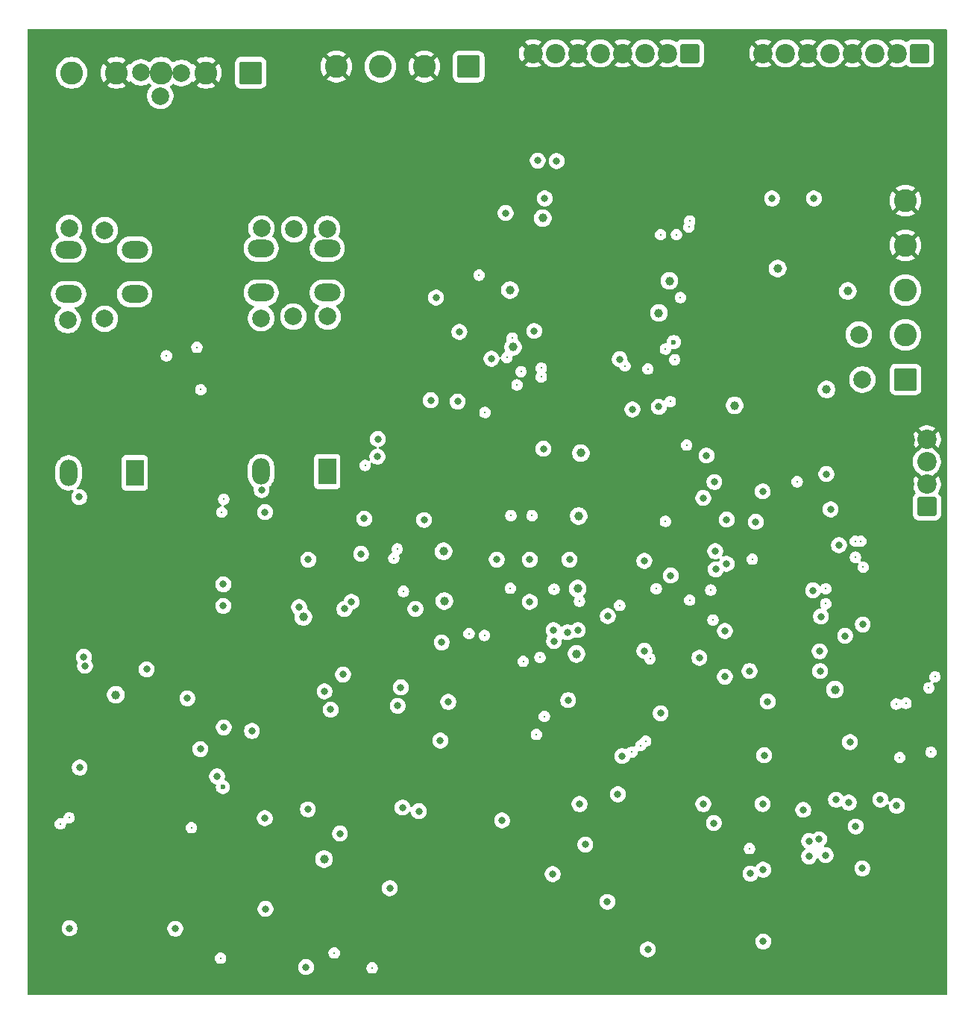
<source format=gbr>
%TF.GenerationSoftware,KiCad,Pcbnew,9.0.7-9.0.7~ubuntu24.04.1*%
%TF.CreationDate,2026-01-30T18:11:09-03:00*%
%TF.ProjectId,Main board,4d61696e-2062-46f6-9172-642e6b696361,1*%
%TF.SameCoordinates,Original*%
%TF.FileFunction,Copper,L2,Inr*%
%TF.FilePolarity,Positive*%
%FSLAX46Y46*%
G04 Gerber Fmt 4.6, Leading zero omitted, Abs format (unit mm)*
G04 Created by KiCad (PCBNEW 9.0.7-9.0.7~ubuntu24.04.1) date 2026-01-30 18:11:09*
%MOMM*%
%LPD*%
G01*
G04 APERTURE LIST*
G04 Aperture macros list*
%AMRoundRect*
0 Rectangle with rounded corners*
0 $1 Rounding radius*
0 $2 $3 $4 $5 $6 $7 $8 $9 X,Y pos of 4 corners*
0 Add a 4 corners polygon primitive as box body*
4,1,4,$2,$3,$4,$5,$6,$7,$8,$9,$2,$3,0*
0 Add four circle primitives for the rounded corners*
1,1,$1+$1,$2,$3*
1,1,$1+$1,$4,$5*
1,1,$1+$1,$6,$7*
1,1,$1+$1,$8,$9*
0 Add four rect primitives between the rounded corners*
20,1,$1+$1,$2,$3,$4,$5,0*
20,1,$1+$1,$4,$5,$6,$7,0*
20,1,$1+$1,$6,$7,$8,$9,0*
20,1,$1+$1,$8,$9,$2,$3,0*%
G04 Aperture macros list end*
%TA.AperFunction,ComponentPad*%
%ADD10O,3.000000X2.000000*%
%TD*%
%TA.AperFunction,ComponentPad*%
%ADD11R,2.000000X3.000000*%
%TD*%
%TA.AperFunction,ComponentPad*%
%ADD12O,2.000000X3.000000*%
%TD*%
%TA.AperFunction,ComponentPad*%
%ADD13RoundRect,0.249999X0.850001X0.850001X-0.850001X0.850001X-0.850001X-0.850001X0.850001X-0.850001X0*%
%TD*%
%TA.AperFunction,ComponentPad*%
%ADD14C,2.200000*%
%TD*%
%TA.AperFunction,ComponentPad*%
%ADD15RoundRect,0.249999X0.850001X-0.850001X0.850001X0.850001X-0.850001X0.850001X-0.850001X-0.850001X0*%
%TD*%
%TA.AperFunction,ComponentPad*%
%ADD16RoundRect,0.250000X1.050000X1.050000X-1.050000X1.050000X-1.050000X-1.050000X1.050000X-1.050000X0*%
%TD*%
%TA.AperFunction,ComponentPad*%
%ADD17C,2.600000*%
%TD*%
%TA.AperFunction,ComponentPad*%
%ADD18RoundRect,0.250000X1.050000X-1.050000X1.050000X1.050000X-1.050000X1.050000X-1.050000X-1.050000X0*%
%TD*%
%TA.AperFunction,ViaPad*%
%ADD19C,0.800000*%
%TD*%
%TA.AperFunction,ViaPad*%
%ADD20C,2.000000*%
%TD*%
%TA.AperFunction,ViaPad*%
%ADD21C,0.600000*%
%TD*%
%TA.AperFunction,ViaPad*%
%ADD22C,1.000000*%
%TD*%
%TA.AperFunction,ViaPad*%
%ADD23C,0.300000*%
%TD*%
G04 APERTURE END LIST*
D10*
%TO.N,/power selector/P_SOLAR_I*%
%TO.C,K701*%
X56700000Y-65875000D03*
%TO.N,/power selector/P_MAIN_O*%
X56700000Y-60835000D03*
%TO.N,/power selector/P_SOLAR_I*%
X49200000Y-65875000D03*
%TO.N,/power selector/P_MAIN_O*%
X49200000Y-60835000D03*
D11*
%TO.N,/power selector/C_COIL_SOL*%
X56700000Y-86175000D03*
D12*
%TO.N,+9V*%
X49200000Y-86175000D03*
%TD*%
D13*
%TO.N,/solar array deployment/C_PANEL_CLOSE_BTN_I*%
%TO.C,J108*%
X97850000Y-38705000D03*
D14*
%TO.N,GND*%
X95310000Y-38705000D03*
%TO.N,/solar array deployment/C_PANEL_OPEEN_BTN_I*%
X92770000Y-38705000D03*
%TO.N,GND*%
X90230000Y-38705000D03*
%TO.N,/solar array verification/A_PANEL_CLOSE_SENSOR_I*%
X87690000Y-38705000D03*
%TO.N,GND*%
X85150000Y-38705000D03*
%TO.N,/solar array verification/A_PANEL_OPEN_SENSOR_I*%
X82610000Y-38705000D03*
%TO.N,GND*%
X80070000Y-38705000D03*
%TD*%
D13*
%TO.N,/active filter/A_LDR_N_I*%
%TO.C,J101*%
X123985000Y-38705000D03*
D14*
%TO.N,GND*%
X121445000Y-38705000D03*
%TO.N,/active filter/A_LDR_E_I*%
X118905000Y-38705000D03*
%TO.N,GND*%
X116365000Y-38705000D03*
%TO.N,/active filter/A_LDR_S_I*%
X113825000Y-38705000D03*
%TO.N,GND*%
X111285000Y-38705000D03*
%TO.N,/active filter/A_LDR_W_I*%
X108745000Y-38705000D03*
%TO.N,GND*%
X106205000Y-38705000D03*
%TD*%
D15*
%TO.N,/thermal control/A_HTAS_I*%
%TO.C,J109*%
X124783711Y-90151799D03*
D14*
%TO.N,GND*%
X124783711Y-87611799D03*
%TO.N,/thermal control/A_LTHC_I*%
X124783711Y-85071799D03*
%TO.N,GND*%
X124783711Y-82531799D03*
%TD*%
D10*
%TO.N,/power selector/P_BATTERY_I*%
%TO.C,K702*%
X34850000Y-66025000D03*
%TO.N,/power selector/P_MAIN_O*%
X34850000Y-60985000D03*
%TO.N,/power selector/P_BATTERY_I*%
X27350000Y-66025000D03*
%TO.N,/power selector/P_MAIN_O*%
X27350000Y-60985000D03*
D11*
%TO.N,/power selector/C_COIL_BATT*%
X34850000Y-86325000D03*
D12*
%TO.N,+9V*%
X27350000Y-86325000D03*
%TD*%
D16*
%TO.N,/thermal control/A_LTHC_O*%
%TO.C,J110*%
X72750000Y-40202500D03*
D17*
%TO.N,GND*%
X67750000Y-40202500D03*
%TO.N,/solar array deployment/S_SERVO_SIGNAL_O*%
X62750000Y-40202500D03*
%TO.N,GND*%
X57750000Y-40202500D03*
%TD*%
D18*
%TO.N,+9V*%
%TO.C,J103*%
X122350000Y-75725000D03*
D17*
%TO.N,+9VA*%
X122350000Y-70645000D03*
%TO.N,-9VA*%
X122350000Y-65565000D03*
%TO.N,GND*%
X122350000Y-60485000D03*
X122350000Y-55405000D03*
%TD*%
D16*
%TO.N,/power selector/P_SOLAR_I*%
%TO.C,J105*%
X48010000Y-40907500D03*
D17*
%TO.N,GND*%
X42930000Y-40907500D03*
%TO.N,/power selector/P_MAIN_O*%
X37850000Y-40907500D03*
%TO.N,GND*%
X32770000Y-40907500D03*
%TO.N,/power selector/P_BATTERY_I*%
X27690000Y-40907500D03*
%TD*%
D19*
%TO.N,+9V*%
X98950000Y-107325000D03*
D20*
X117450000Y-75725000D03*
D19*
X49250000Y-88275000D03*
X68450000Y-78075000D03*
X58500000Y-109225000D03*
X67700000Y-91675000D03*
X90200000Y-118475000D03*
X49650000Y-90775000D03*
X88500000Y-135025000D03*
X28550000Y-89075000D03*
X54500000Y-124525000D03*
X65250000Y-124325000D03*
X76550000Y-125775000D03*
X100600000Y-126075000D03*
X106300000Y-118375000D03*
X112650000Y-108825000D03*
D21*
%TO.N,GND*%
X88700000Y-61025000D03*
X90450000Y-107325000D03*
X96700000Y-83625000D03*
X75150000Y-129975000D03*
X77000000Y-68575000D03*
X90300000Y-91825000D03*
X102350000Y-66275000D03*
D20*
X46850000Y-37625000D03*
D21*
X99350000Y-129675000D03*
X51800000Y-105775000D03*
X80470285Y-102162500D03*
X116350000Y-41225000D03*
X75500000Y-75875000D03*
X53100000Y-127925000D03*
D22*
X85150000Y-41025000D03*
X90200000Y-40975000D03*
D21*
X40800000Y-85775000D03*
D20*
X30200000Y-37625000D03*
D21*
X93250000Y-111825000D03*
X82450000Y-110525000D03*
X104800000Y-80375000D03*
X30650000Y-114425000D03*
X25700000Y-112175000D03*
X121450000Y-41375000D03*
X107550000Y-109475000D03*
D20*
X34600000Y-37625000D03*
D21*
X100700000Y-93575000D03*
D20*
X43000000Y-44075000D03*
D21*
X28550000Y-130375000D03*
X40550000Y-130025000D03*
X88250000Y-68525000D03*
X48850000Y-113775000D03*
X110824000Y-100774000D03*
X68250000Y-110775000D03*
X63800000Y-127425000D03*
X57700000Y-42875000D03*
X90300000Y-99425000D03*
X64100000Y-92825000D03*
X84600000Y-79725000D03*
D20*
X122450000Y-82575000D03*
X122300000Y-87575000D03*
D21*
X95500000Y-74375000D03*
X112850000Y-96425000D03*
X43300000Y-115325000D03*
X42750000Y-119225000D03*
X73500000Y-95575000D03*
X99850000Y-81075000D03*
X64038950Y-83945993D03*
X71850000Y-102325000D03*
X58500000Y-99475000D03*
X85300000Y-110525000D03*
X105073550Y-101081506D03*
X73500000Y-99225000D03*
X73200000Y-110775000D03*
X87150000Y-139125000D03*
X25600000Y-119575000D03*
X83100000Y-65425000D03*
D20*
X42950000Y-37575000D03*
D21*
X46300000Y-103925000D03*
X112600000Y-104925000D03*
X105950000Y-41425000D03*
D22*
X80050000Y-41025000D03*
D21*
X100650000Y-88675000D03*
D20*
X119350000Y-55425000D03*
D21*
X82350000Y-94975000D03*
X86850000Y-121325000D03*
X63450000Y-110725000D03*
X67900000Y-114775000D03*
D22*
X95400000Y-40975000D03*
D21*
X114600000Y-118475000D03*
X107000000Y-105725000D03*
X63150000Y-114775000D03*
D20*
X119300000Y-60525000D03*
D21*
X111350000Y-41625000D03*
D20*
X37950000Y-37625000D03*
D21*
X83000000Y-87875000D03*
X64000000Y-105625000D03*
X103750000Y-111675000D03*
X61250000Y-103225000D03*
X38350000Y-111425000D03*
X106200000Y-72575000D03*
X67650000Y-42775000D03*
X112450000Y-112375000D03*
D19*
%TO.N,/solar array verification/A_IN+_STP_CLS*%
X106142000Y-88425000D03*
X69700000Y-105575000D03*
%TO.N,/active filter/A_LDR_N_O*%
X29200000Y-108225000D03*
X79700000Y-96175000D03*
%TO.N,/active filter/A_LDR_E_O*%
X84209281Y-96175000D03*
X29065564Y-107209436D03*
%TO.N,/active filter/A_LDR_W_O*%
X53500000Y-101575000D03*
X88550000Y-102575000D03*
%TO.N,/active filter/A_IN-_W*%
X56400000Y-111125000D03*
X57100000Y-113201000D03*
%TO.N,/active filter/A_LDR_S_O*%
X58650000Y-101775000D03*
X79700000Y-100974000D03*
%TO.N,/thermal control/L_HTAS*%
X110750000Y-124575000D03*
X106700000Y-112275000D03*
%TO.N,/thermal control/A_HTAS_O*%
X112600000Y-106575000D03*
X111853000Y-99675000D03*
X115913186Y-123756814D03*
X81238652Y-83580000D03*
X102049000Y-91625000D03*
%TO.N,/thermal control/A_LTHC_O*%
X81400000Y-55175000D03*
X117500000Y-103544425D03*
X111950000Y-55175000D03*
X107200000Y-55175000D03*
X113375668Y-86457377D03*
%TO.N,/thermal control/L_LTHC*%
X115500000Y-104825000D03*
X121350000Y-124125000D03*
%TO.N,/solar eclipse/L_ECLIPSE*%
X86000000Y-128525000D03*
X70450000Y-112325000D03*
D23*
%TO.N,/solar eclipse/C_ECLIPSE_O*%
X125700000Y-109475000D03*
X92300000Y-117275000D03*
X78950000Y-107725000D03*
X80850000Y-107275000D03*
D19*
%TO.N,/solar eclipse/L_LIGHT_N*%
X94550000Y-113625000D03*
X89700000Y-122825000D03*
D23*
%TO.N,/solar eclipse/C_LIGHT_N_O*%
X125250000Y-118025000D03*
X91300000Y-118025000D03*
X77550000Y-91175000D03*
X79950000Y-91175000D03*
%TO.N,/solar eclipse/C_LIGHT_E_O*%
X121300000Y-112575000D03*
X95100000Y-91825000D03*
X121700000Y-118625000D03*
X104650000Y-128975000D03*
D19*
%TO.N,/solar eclipse/L_LIGHT_E*%
X104750000Y-131825000D03*
X104650000Y-108825000D03*
%TO.N,/solar eclipse/L_LIGHT_S*%
X65062500Y-110675000D03*
X93100000Y-140425000D03*
D23*
%TO.N,/solar eclipse/C_LIGHT_S_O*%
X92850000Y-116775000D03*
X82450000Y-99525000D03*
X125000000Y-110725000D03*
X77500000Y-99425000D03*
D19*
%TO.N,/solar eclipse/L_LIGHT_W*%
X64700000Y-112775000D03*
X82300000Y-131875000D03*
D23*
%TO.N,/solar eclipse/C_LIGHT_W_O*%
X89900000Y-101375000D03*
X85350000Y-100875000D03*
X80450000Y-116025000D03*
X122400000Y-112475000D03*
D22*
%TO.N,/solar array deployment/S_SERVO_SIGNAL_O*%
X81172860Y-57404222D03*
X107845000Y-63125000D03*
D19*
%TO.N,/solar array deployment/L_PANEL_OPEN*%
X48150000Y-115625000D03*
X49700000Y-135825000D03*
D23*
%TO.N,/solar array deployment/C_PANEL_OPEN_LATCH_O*%
X97850000Y-100775000D03*
X95100000Y-72275000D03*
X72800000Y-104575000D03*
X65350000Y-99775000D03*
X74550000Y-104775000D03*
X77100000Y-73225000D03*
X57500000Y-140825000D03*
X78250000Y-76325000D03*
X94050000Y-99475000D03*
D19*
%TO.N,/solar array deployment/L_PANEL_CLOSE*%
X69550000Y-116725000D03*
X63800000Y-133475000D03*
D23*
%TO.N,/solar array deployment/C_PANEL_CLOSE_LATCH_O*%
X100250000Y-99625000D03*
X81000000Y-74425000D03*
X110050000Y-87325000D03*
X93350000Y-107425000D03*
X93100000Y-74525000D03*
X81350000Y-113975000D03*
X90500000Y-74175000D03*
X113300000Y-101175000D03*
%TO.N,/solar array verification/C_TR_555*%
X64650000Y-94975000D03*
X77700000Y-71025000D03*
D19*
%TO.N,/solar array verification/A_STP_OPN_O*%
X91350000Y-79125000D03*
X54550000Y-96175000D03*
%TO.N,/solar array verification/L_ALARM*%
X54300000Y-142425000D03*
X44950000Y-115225000D03*
D23*
%TO.N,/solar array verification/C_PANEL_FAILURE_O*%
X97500000Y-83175000D03*
X117550000Y-97025000D03*
X61800000Y-142525000D03*
X95650000Y-78225000D03*
%TO.N,/power selector/C_SOLAR_SELECT*%
X117300000Y-94075000D03*
X73950000Y-63875000D03*
X61000000Y-85475000D03*
X42350000Y-76875000D03*
X44600000Y-141425000D03*
%TO.N,/power selector/C_BATT_SELECT*%
X44950000Y-89325000D03*
X116671418Y-95903583D03*
X44737500Y-90775000D03*
X27400000Y-125475000D03*
D19*
%TO.N,/active filter/A_LDR_S_I*%
X42300000Y-117675000D03*
%TO.N,/active filter/A_LDR_N_I*%
X36200000Y-108625000D03*
%TO.N,/active filter/A_LDR_W_I*%
X58150000Y-127275000D03*
%TO.N,/active filter/A_LDR_E_I*%
X40825000Y-111925000D03*
D23*
%TO.N,/solar array verification/C_PANEL_CLOSED_O*%
X116650000Y-94075000D03*
X78700000Y-74825000D03*
%TO.N,/solar array verification/C_PANEL_OPEN_O*%
X81000000Y-75425000D03*
X113300000Y-99475000D03*
X96350000Y-59275000D03*
X94550000Y-59275000D03*
D20*
%TO.N,/power selector/P_BATTERY_I*%
X31450000Y-68825000D03*
D23*
X41280331Y-126605331D03*
D20*
X27250000Y-68975000D03*
D23*
X38450000Y-73025000D03*
D20*
%TO.N,/power selector/P_MAIN_O*%
X52950000Y-58675000D03*
X31450000Y-58775000D03*
X40150000Y-40925000D03*
X56700000Y-58625000D03*
X35550000Y-40875000D03*
X37750000Y-43525000D03*
X27400000Y-58525000D03*
X49250000Y-58575000D03*
D23*
%TO.N,/power selector/P_SOLAR_I*%
X41900000Y-72075000D03*
D20*
X56750000Y-68575000D03*
X49200000Y-68775000D03*
X52850000Y-68575000D03*
D23*
X26400000Y-126175000D03*
D19*
%TO.N,/solar array verification/A_PANEL_CLOSE_SENSOR_I*%
X82750000Y-50925000D03*
X80200000Y-70225000D03*
D23*
%TO.N,/solar array deployment/C_PANEL_OPEEN_BTN_I*%
X104950000Y-96125000D03*
X97750000Y-58425000D03*
%TO.N,/solar array deployment/C_PANEL_CLOSE_BTN_I*%
X97850000Y-57725000D03*
X100500000Y-103025000D03*
D19*
%TO.N,/solar array verification/A_PANEL_OPEN_SENSOR_I*%
X76950000Y-56825000D03*
X80600000Y-50875000D03*
%TO.N,/solar array verification/A_RST_SET_2*%
X62450000Y-82475000D03*
X62400000Y-84475000D03*
D23*
%TO.N,/solar array verification/C_R_555*%
X74612500Y-79475000D03*
X64250000Y-96025000D03*
D19*
%TO.N,/thermal control/A_BIAS_LTHC_1*%
X116047849Y-116900000D03*
X119500000Y-123425000D03*
%TO.N,/solar array deployment/A_BASE_OPN*%
X100750000Y-95225000D03*
X100800000Y-97275000D03*
%TO.N,/solar array deployment/A_BASE_CLS*%
X95700000Y-97975000D03*
X99400000Y-89175000D03*
%TO.N,/thermal control/A_BIAS_LTHC_2*%
X116700000Y-126475000D03*
X114450000Y-123425000D03*
%TO.N,/thermal control/A_SETPOINT_LTHC*%
X117450000Y-131225000D03*
X102049000Y-96650000D03*
X100649441Y-87360000D03*
X112750000Y-102625000D03*
%TO.N,/solar eclipse/A_FEEDBACK_U403A*%
X92700000Y-106526000D03*
X82450000Y-105425000D03*
%TO.N,/thermal control/A_BIAS_HTAS_2*%
X113300000Y-129725000D03*
X112545604Y-127920604D03*
%TO.N,/thermal control/A_BIAS_HTAS_1*%
X111400000Y-128125000D03*
X111400000Y-129875000D03*
%TO.N,/solar array verification/A_IN-_ASL*%
X60550000Y-95525000D03*
X94350000Y-78825000D03*
X60900000Y-91525000D03*
X59456407Y-100975000D03*
%TO.N,/solar array verification/A_RST_SET_1*%
X75350000Y-73375000D03*
X71500000Y-78225000D03*
%TO.N,/solar array verification/A_IN-_STP_CLS*%
X114797793Y-94527207D03*
X105350000Y-91875000D03*
X113850000Y-90475000D03*
X66722549Y-101775000D03*
%TO.N,/power selector/A_SETPOINT_BATTERY*%
X71700000Y-70325000D03*
X49621469Y-125525000D03*
%TO.N,/solar eclipse/A_SETPOINT_LDR_N*%
X85350000Y-123925000D03*
X75950000Y-96175000D03*
X44900000Y-101425000D03*
X44900000Y-98975000D03*
%TO.N,/solar eclipse/A_SETPOINT_LDR_S*%
X82399000Y-104175000D03*
X84051000Y-112125000D03*
%TO.N,/solar eclipse/A_SETPOINT_LDR_W*%
X101850000Y-109475000D03*
X85150000Y-104175000D03*
X101850000Y-104275000D03*
X99400000Y-123925000D03*
D21*
%TO.N,/power selector/A_SETPOINT_SOLAR*%
X44850000Y-121975000D03*
D19*
X69050000Y-66425000D03*
D23*
%TO.N,/solar array deployment/C_PWM_FREQ_LEVEL*%
X96800000Y-66425000D03*
X96150000Y-73475000D03*
D19*
%TO.N,/thermal control/A_SETPOINT_HTAS*%
X99760666Y-84362500D03*
X84000000Y-104425000D03*
X106142000Y-123925000D03*
X92695524Y-96320524D03*
X106200000Y-131376000D03*
X106200000Y-139525000D03*
D22*
%TO.N,/solar array deployment/S_SERVO_PREFILTER_O*%
X56350000Y-130177000D03*
X113372793Y-76847793D03*
D19*
%TO.N,/solar array deployment/A_SETPOINT_CLOSE*%
X89900000Y-73425000D03*
X67100000Y-124725000D03*
%TO.N,/power selector/L_SOLAR_SELECT*%
X27450000Y-138025000D03*
X28600000Y-119775000D03*
%TO.N,/power selector/L_BATT_SELECT*%
X44200000Y-120775000D03*
X39450000Y-138075000D03*
D22*
%TO.N,+9VA*%
X69913513Y-95225000D03*
X95550000Y-64525000D03*
X114350000Y-110925000D03*
X85250000Y-91225000D03*
X102950000Y-78675000D03*
X77450000Y-65575000D03*
X54000000Y-102675000D03*
X32700000Y-111525000D03*
X85139063Y-99468500D03*
D20*
X117050000Y-70625000D03*
D22*
X70000000Y-100875000D03*
X85500000Y-84075000D03*
X77800000Y-72025000D03*
D21*
X96050000Y-71475000D03*
D22*
X85000000Y-106875000D03*
%TO.N,-9VA*%
X94350000Y-68175000D03*
X115800000Y-65675000D03*
%TD*%
%TA.AperFunction,Conductor*%
%TO.N,GND*%
G36*
X126987539Y-35945185D02*
G01*
X127033294Y-35997989D01*
X127044500Y-36049500D01*
X127044500Y-145500500D01*
X127024815Y-145567539D01*
X126972011Y-145613294D01*
X126920500Y-145624500D01*
X22813250Y-145624500D01*
X22746211Y-145604815D01*
X22700456Y-145552011D01*
X22689250Y-145500500D01*
X22689250Y-142336304D01*
X53399500Y-142336304D01*
X53399500Y-142513695D01*
X53434103Y-142687658D01*
X53434106Y-142687667D01*
X53501983Y-142851540D01*
X53501990Y-142851553D01*
X53600535Y-142999034D01*
X53600538Y-142999038D01*
X53725961Y-143124461D01*
X53725965Y-143124464D01*
X53873446Y-143223009D01*
X53873459Y-143223016D01*
X53996363Y-143273923D01*
X54037334Y-143290894D01*
X54037336Y-143290894D01*
X54037341Y-143290896D01*
X54211304Y-143325499D01*
X54211307Y-143325500D01*
X54211309Y-143325500D01*
X54388693Y-143325500D01*
X54388694Y-143325499D01*
X54446682Y-143313964D01*
X54562658Y-143290896D01*
X54562661Y-143290894D01*
X54562666Y-143290894D01*
X54726547Y-143223013D01*
X54874035Y-143124464D01*
X54999464Y-142999035D01*
X55098013Y-142851547D01*
X55165894Y-142687666D01*
X55185506Y-142589071D01*
X61149499Y-142589071D01*
X61174497Y-142714738D01*
X61174499Y-142714744D01*
X61223533Y-142833124D01*
X61223538Y-142833133D01*
X61294723Y-142939668D01*
X61294726Y-142939672D01*
X61385327Y-143030273D01*
X61385331Y-143030276D01*
X61491866Y-143101461D01*
X61491872Y-143101464D01*
X61491873Y-143101465D01*
X61610256Y-143150501D01*
X61610260Y-143150501D01*
X61610261Y-143150502D01*
X61735928Y-143175500D01*
X61735931Y-143175500D01*
X61864071Y-143175500D01*
X61948615Y-143158682D01*
X61989744Y-143150501D01*
X62108127Y-143101465D01*
X62214669Y-143030276D01*
X62305276Y-142939669D01*
X62376465Y-142833127D01*
X62425501Y-142714744D01*
X62450500Y-142589069D01*
X62450500Y-142460931D01*
X62450500Y-142460928D01*
X62425502Y-142335261D01*
X62425501Y-142335260D01*
X62425501Y-142335256D01*
X62376465Y-142216873D01*
X62376464Y-142216872D01*
X62376461Y-142216866D01*
X62305276Y-142110331D01*
X62305273Y-142110327D01*
X62214672Y-142019726D01*
X62214668Y-142019723D01*
X62108133Y-141948538D01*
X62108124Y-141948533D01*
X61989744Y-141899499D01*
X61989738Y-141899497D01*
X61864071Y-141874500D01*
X61864069Y-141874500D01*
X61735931Y-141874500D01*
X61735929Y-141874500D01*
X61610261Y-141899497D01*
X61610255Y-141899499D01*
X61491875Y-141948533D01*
X61491866Y-141948538D01*
X61385331Y-142019723D01*
X61385327Y-142019726D01*
X61294726Y-142110327D01*
X61294723Y-142110331D01*
X61223538Y-142216866D01*
X61223533Y-142216875D01*
X61174499Y-142335255D01*
X61174497Y-142335261D01*
X61149500Y-142460928D01*
X61149500Y-142460931D01*
X61149500Y-142589069D01*
X61149500Y-142589071D01*
X61149499Y-142589071D01*
X55185506Y-142589071D01*
X55200500Y-142513691D01*
X55200500Y-142336309D01*
X55200500Y-142336306D01*
X55200499Y-142336304D01*
X55165896Y-142162341D01*
X55165893Y-142162332D01*
X55098016Y-141998459D01*
X55098009Y-141998446D01*
X54999464Y-141850965D01*
X54999461Y-141850961D01*
X54874038Y-141725538D01*
X54874034Y-141725535D01*
X54726553Y-141626990D01*
X54726540Y-141626983D01*
X54562667Y-141559106D01*
X54562658Y-141559103D01*
X54388694Y-141524500D01*
X54388691Y-141524500D01*
X54211309Y-141524500D01*
X54211306Y-141524500D01*
X54037341Y-141559103D01*
X54037332Y-141559106D01*
X53873459Y-141626983D01*
X53873446Y-141626990D01*
X53725965Y-141725535D01*
X53725961Y-141725538D01*
X53600538Y-141850961D01*
X53600535Y-141850965D01*
X53501990Y-141998446D01*
X53501983Y-141998459D01*
X53434106Y-142162332D01*
X53434103Y-142162341D01*
X53399500Y-142336304D01*
X22689250Y-142336304D01*
X22689250Y-141489071D01*
X43949499Y-141489071D01*
X43974497Y-141614738D01*
X43974499Y-141614744D01*
X44023533Y-141733124D01*
X44023538Y-141733133D01*
X44094723Y-141839668D01*
X44094726Y-141839672D01*
X44185327Y-141930273D01*
X44185331Y-141930276D01*
X44291866Y-142001461D01*
X44291872Y-142001464D01*
X44291873Y-142001465D01*
X44410256Y-142050501D01*
X44410260Y-142050501D01*
X44410261Y-142050502D01*
X44535928Y-142075500D01*
X44535931Y-142075500D01*
X44664071Y-142075500D01*
X44748615Y-142058682D01*
X44789744Y-142050501D01*
X44908127Y-142001465D01*
X45014669Y-141930276D01*
X45105276Y-141839669D01*
X45176465Y-141733127D01*
X45225501Y-141614744D01*
X45250500Y-141489069D01*
X45250500Y-141360931D01*
X45250500Y-141360928D01*
X45225502Y-141235261D01*
X45225501Y-141235260D01*
X45225501Y-141235256D01*
X45176465Y-141116873D01*
X45176464Y-141116872D01*
X45176461Y-141116866D01*
X45105276Y-141010331D01*
X45105273Y-141010327D01*
X45014672Y-140919726D01*
X45014668Y-140919723D01*
X44968794Y-140889071D01*
X56849499Y-140889071D01*
X56874497Y-141014738D01*
X56874499Y-141014744D01*
X56923533Y-141133124D01*
X56923538Y-141133133D01*
X56994723Y-141239668D01*
X56994726Y-141239672D01*
X57085327Y-141330273D01*
X57085331Y-141330276D01*
X57191866Y-141401461D01*
X57191872Y-141401464D01*
X57191873Y-141401465D01*
X57310256Y-141450501D01*
X57310260Y-141450501D01*
X57310261Y-141450502D01*
X57435928Y-141475500D01*
X57435931Y-141475500D01*
X57564071Y-141475500D01*
X57648615Y-141458682D01*
X57689744Y-141450501D01*
X57808127Y-141401465D01*
X57914669Y-141330276D01*
X58005276Y-141239669D01*
X58076465Y-141133127D01*
X58125501Y-141014744D01*
X58144402Y-140919724D01*
X58150500Y-140889071D01*
X58150500Y-140760928D01*
X58125502Y-140635261D01*
X58125501Y-140635260D01*
X58125501Y-140635256D01*
X58076465Y-140516873D01*
X58076464Y-140516872D01*
X58076461Y-140516866D01*
X58005275Y-140410329D01*
X57931250Y-140336304D01*
X92199500Y-140336304D01*
X92199500Y-140513695D01*
X92234103Y-140687658D01*
X92234106Y-140687667D01*
X92301983Y-140851540D01*
X92301990Y-140851553D01*
X92400535Y-140999034D01*
X92400538Y-140999038D01*
X92525961Y-141124461D01*
X92525965Y-141124464D01*
X92673446Y-141223009D01*
X92673459Y-141223016D01*
X92796363Y-141273923D01*
X92837334Y-141290894D01*
X92837336Y-141290894D01*
X92837341Y-141290896D01*
X93011304Y-141325499D01*
X93011307Y-141325500D01*
X93011309Y-141325500D01*
X93188693Y-141325500D01*
X93188694Y-141325499D01*
X93246682Y-141313964D01*
X93362658Y-141290896D01*
X93362661Y-141290894D01*
X93362666Y-141290894D01*
X93526547Y-141223013D01*
X93674035Y-141124464D01*
X93799464Y-140999035D01*
X93898013Y-140851547D01*
X93899262Y-140848533D01*
X93919572Y-140799499D01*
X93965894Y-140687666D01*
X94000500Y-140513691D01*
X94000500Y-140336309D01*
X94000500Y-140336306D01*
X94000499Y-140336304D01*
X93965896Y-140162341D01*
X93965893Y-140162332D01*
X93898016Y-139998459D01*
X93898009Y-139998446D01*
X93799464Y-139850965D01*
X93799461Y-139850961D01*
X93674038Y-139725538D01*
X93674034Y-139725535D01*
X93526553Y-139626990D01*
X93526540Y-139626983D01*
X93362667Y-139559106D01*
X93362658Y-139559103D01*
X93326110Y-139551834D01*
X93188694Y-139524500D01*
X93188691Y-139524500D01*
X93011309Y-139524500D01*
X93011306Y-139524500D01*
X92837341Y-139559103D01*
X92837332Y-139559106D01*
X92673459Y-139626983D01*
X92673446Y-139626990D01*
X92525965Y-139725535D01*
X92525961Y-139725538D01*
X92400538Y-139850961D01*
X92400535Y-139850965D01*
X92301990Y-139998446D01*
X92301983Y-139998459D01*
X92234106Y-140162332D01*
X92234103Y-140162341D01*
X92199500Y-140336304D01*
X57931250Y-140336304D01*
X57914672Y-140319726D01*
X57914668Y-140319723D01*
X57808133Y-140248538D01*
X57808124Y-140248533D01*
X57689744Y-140199499D01*
X57689738Y-140199497D01*
X57564071Y-140174500D01*
X57564069Y-140174500D01*
X57435931Y-140174500D01*
X57435929Y-140174500D01*
X57310261Y-140199497D01*
X57310255Y-140199499D01*
X57191875Y-140248533D01*
X57191866Y-140248538D01*
X57085331Y-140319723D01*
X57085327Y-140319726D01*
X56994726Y-140410327D01*
X56994723Y-140410331D01*
X56923538Y-140516866D01*
X56923533Y-140516875D01*
X56874499Y-140635255D01*
X56874497Y-140635261D01*
X56849500Y-140760928D01*
X56849500Y-140760931D01*
X56849500Y-140889069D01*
X56849500Y-140889071D01*
X56849499Y-140889071D01*
X44968794Y-140889071D01*
X44922205Y-140857941D01*
X44908133Y-140848538D01*
X44908124Y-140848533D01*
X44789744Y-140799499D01*
X44789738Y-140799497D01*
X44664071Y-140774500D01*
X44664069Y-140774500D01*
X44535931Y-140774500D01*
X44535929Y-140774500D01*
X44410261Y-140799497D01*
X44410255Y-140799499D01*
X44291875Y-140848533D01*
X44291866Y-140848538D01*
X44185331Y-140919723D01*
X44185327Y-140919726D01*
X44094726Y-141010327D01*
X44094723Y-141010331D01*
X44023538Y-141116866D01*
X44023533Y-141116875D01*
X43974499Y-141235255D01*
X43974497Y-141235261D01*
X43949500Y-141360928D01*
X43949500Y-141360931D01*
X43949500Y-141489069D01*
X43949500Y-141489071D01*
X43949499Y-141489071D01*
X22689250Y-141489071D01*
X22689250Y-139436304D01*
X105299500Y-139436304D01*
X105299500Y-139613695D01*
X105334103Y-139787658D01*
X105334106Y-139787667D01*
X105401983Y-139951540D01*
X105401990Y-139951553D01*
X105500535Y-140099034D01*
X105500538Y-140099038D01*
X105625961Y-140224461D01*
X105625965Y-140224464D01*
X105773446Y-140323009D01*
X105773459Y-140323016D01*
X105896363Y-140373923D01*
X105937334Y-140390894D01*
X105937336Y-140390894D01*
X105937341Y-140390896D01*
X106111304Y-140425499D01*
X106111307Y-140425500D01*
X106111309Y-140425500D01*
X106288693Y-140425500D01*
X106288694Y-140425499D01*
X106346682Y-140413964D01*
X106462658Y-140390896D01*
X106462661Y-140390894D01*
X106462666Y-140390894D01*
X106626547Y-140323013D01*
X106774035Y-140224464D01*
X106899464Y-140099035D01*
X106998013Y-139951547D01*
X107065894Y-139787666D01*
X107100500Y-139613691D01*
X107100500Y-139436309D01*
X107100500Y-139436306D01*
X107100499Y-139436304D01*
X107065896Y-139262341D01*
X107065893Y-139262332D01*
X106998016Y-139098459D01*
X106998009Y-139098446D01*
X106899464Y-138950965D01*
X106899461Y-138950961D01*
X106774038Y-138825538D01*
X106774034Y-138825535D01*
X106626553Y-138726990D01*
X106626540Y-138726983D01*
X106462667Y-138659106D01*
X106462658Y-138659103D01*
X106288694Y-138624500D01*
X106288691Y-138624500D01*
X106111309Y-138624500D01*
X106111306Y-138624500D01*
X105937341Y-138659103D01*
X105937332Y-138659106D01*
X105773459Y-138726983D01*
X105773446Y-138726990D01*
X105625965Y-138825535D01*
X105625961Y-138825538D01*
X105500538Y-138950961D01*
X105500535Y-138950965D01*
X105401990Y-139098446D01*
X105401983Y-139098459D01*
X105334106Y-139262332D01*
X105334103Y-139262341D01*
X105299500Y-139436304D01*
X22689250Y-139436304D01*
X22689250Y-137936304D01*
X26549500Y-137936304D01*
X26549500Y-138113695D01*
X26584103Y-138287658D01*
X26584106Y-138287667D01*
X26651983Y-138451540D01*
X26651990Y-138451553D01*
X26750535Y-138599034D01*
X26750538Y-138599038D01*
X26875961Y-138724461D01*
X26875965Y-138724464D01*
X27023446Y-138823009D01*
X27023459Y-138823016D01*
X27144155Y-138873009D01*
X27187334Y-138890894D01*
X27187336Y-138890894D01*
X27187341Y-138890896D01*
X27361304Y-138925499D01*
X27361307Y-138925500D01*
X27361309Y-138925500D01*
X27538693Y-138925500D01*
X27538694Y-138925499D01*
X27596682Y-138913964D01*
X27712658Y-138890896D01*
X27712661Y-138890894D01*
X27712666Y-138890894D01*
X27876547Y-138823013D01*
X28024035Y-138724464D01*
X28149464Y-138599035D01*
X28248013Y-138451547D01*
X28315894Y-138287666D01*
X28350500Y-138113691D01*
X28350500Y-137986304D01*
X38549500Y-137986304D01*
X38549500Y-138163695D01*
X38584103Y-138337658D01*
X38584106Y-138337667D01*
X38651983Y-138501540D01*
X38651990Y-138501553D01*
X38750535Y-138649034D01*
X38750538Y-138649038D01*
X38875961Y-138774461D01*
X38875965Y-138774464D01*
X39023446Y-138873009D01*
X39023459Y-138873016D01*
X39146363Y-138923923D01*
X39187334Y-138940894D01*
X39187336Y-138940894D01*
X39187341Y-138940896D01*
X39361304Y-138975499D01*
X39361307Y-138975500D01*
X39361309Y-138975500D01*
X39538693Y-138975500D01*
X39538694Y-138975499D01*
X39596682Y-138963964D01*
X39712658Y-138940896D01*
X39712661Y-138940894D01*
X39712666Y-138940894D01*
X39876547Y-138873013D01*
X40024035Y-138774464D01*
X40149464Y-138649035D01*
X40248013Y-138501547D01*
X40315894Y-138337666D01*
X40325840Y-138287667D01*
X40350499Y-138163695D01*
X40350500Y-138163693D01*
X40350500Y-137986306D01*
X40350499Y-137986304D01*
X40315896Y-137812341D01*
X40315893Y-137812332D01*
X40248016Y-137648459D01*
X40248009Y-137648446D01*
X40149464Y-137500965D01*
X40149461Y-137500961D01*
X40024038Y-137375538D01*
X40024034Y-137375535D01*
X39876553Y-137276990D01*
X39876540Y-137276983D01*
X39712667Y-137209106D01*
X39712658Y-137209103D01*
X39538694Y-137174500D01*
X39538691Y-137174500D01*
X39361309Y-137174500D01*
X39361306Y-137174500D01*
X39187341Y-137209103D01*
X39187332Y-137209106D01*
X39023459Y-137276983D01*
X39023446Y-137276990D01*
X38875965Y-137375535D01*
X38875961Y-137375538D01*
X38750538Y-137500961D01*
X38750535Y-137500965D01*
X38651990Y-137648446D01*
X38651983Y-137648459D01*
X38584106Y-137812332D01*
X38584103Y-137812341D01*
X38549500Y-137986304D01*
X28350500Y-137986304D01*
X28350500Y-137936309D01*
X28350500Y-137936306D01*
X28350499Y-137936304D01*
X28315896Y-137762341D01*
X28315893Y-137762332D01*
X28248016Y-137598459D01*
X28248009Y-137598446D01*
X28149464Y-137450965D01*
X28149461Y-137450961D01*
X28024038Y-137325538D01*
X28024034Y-137325535D01*
X27876553Y-137226990D01*
X27876540Y-137226983D01*
X27712667Y-137159106D01*
X27712658Y-137159103D01*
X27538694Y-137124500D01*
X27538691Y-137124500D01*
X27361309Y-137124500D01*
X27361306Y-137124500D01*
X27187341Y-137159103D01*
X27187332Y-137159106D01*
X27023459Y-137226983D01*
X27023446Y-137226990D01*
X26875965Y-137325535D01*
X26875961Y-137325538D01*
X26750538Y-137450961D01*
X26750535Y-137450965D01*
X26651990Y-137598446D01*
X26651983Y-137598459D01*
X26584106Y-137762332D01*
X26584103Y-137762341D01*
X26549500Y-137936304D01*
X22689250Y-137936304D01*
X22689250Y-135736304D01*
X48799500Y-135736304D01*
X48799500Y-135913695D01*
X48834103Y-136087658D01*
X48834106Y-136087667D01*
X48901983Y-136251540D01*
X48901990Y-136251553D01*
X49000535Y-136399034D01*
X49000538Y-136399038D01*
X49125961Y-136524461D01*
X49125965Y-136524464D01*
X49273446Y-136623009D01*
X49273459Y-136623016D01*
X49396363Y-136673923D01*
X49437334Y-136690894D01*
X49437336Y-136690894D01*
X49437341Y-136690896D01*
X49611304Y-136725499D01*
X49611307Y-136725500D01*
X49611309Y-136725500D01*
X49788693Y-136725500D01*
X49788694Y-136725499D01*
X49846682Y-136713964D01*
X49962658Y-136690896D01*
X49962661Y-136690894D01*
X49962666Y-136690894D01*
X50126547Y-136623013D01*
X50274035Y-136524464D01*
X50399464Y-136399035D01*
X50498013Y-136251547D01*
X50565894Y-136087666D01*
X50600500Y-135913691D01*
X50600500Y-135736309D01*
X50600500Y-135736306D01*
X50600499Y-135736304D01*
X50565896Y-135562341D01*
X50565893Y-135562332D01*
X50498016Y-135398459D01*
X50498009Y-135398446D01*
X50399464Y-135250965D01*
X50399461Y-135250961D01*
X50274038Y-135125538D01*
X50274034Y-135125535D01*
X50136024Y-135033319D01*
X50136023Y-135033318D01*
X50126554Y-135026991D01*
X50126540Y-135026983D01*
X49962667Y-134959106D01*
X49962658Y-134959103D01*
X49848038Y-134936304D01*
X87599500Y-134936304D01*
X87599500Y-135113695D01*
X87634103Y-135287658D01*
X87634106Y-135287667D01*
X87701983Y-135451540D01*
X87701990Y-135451553D01*
X87800535Y-135599034D01*
X87800538Y-135599038D01*
X87925961Y-135724461D01*
X87925965Y-135724464D01*
X88073446Y-135823009D01*
X88073459Y-135823016D01*
X88196363Y-135873923D01*
X88237334Y-135890894D01*
X88237336Y-135890894D01*
X88237341Y-135890896D01*
X88411304Y-135925499D01*
X88411307Y-135925500D01*
X88411309Y-135925500D01*
X88588693Y-135925500D01*
X88588694Y-135925499D01*
X88648058Y-135913691D01*
X88762658Y-135890896D01*
X88762661Y-135890894D01*
X88762666Y-135890894D01*
X88926547Y-135823013D01*
X89074035Y-135724464D01*
X89199464Y-135599035D01*
X89298013Y-135451547D01*
X89365894Y-135287666D01*
X89373195Y-135250965D01*
X89400499Y-135113695D01*
X89400500Y-135113693D01*
X89400500Y-134936306D01*
X89400499Y-134936304D01*
X89365896Y-134762341D01*
X89365893Y-134762332D01*
X89298016Y-134598459D01*
X89298009Y-134598446D01*
X89199464Y-134450965D01*
X89199461Y-134450961D01*
X89074038Y-134325538D01*
X89074034Y-134325535D01*
X88926553Y-134226990D01*
X88926540Y-134226983D01*
X88762667Y-134159106D01*
X88762658Y-134159103D01*
X88588694Y-134124500D01*
X88588691Y-134124500D01*
X88411309Y-134124500D01*
X88411306Y-134124500D01*
X88237341Y-134159103D01*
X88237332Y-134159106D01*
X88073459Y-134226983D01*
X88073446Y-134226990D01*
X87925965Y-134325535D01*
X87925961Y-134325538D01*
X87800538Y-134450961D01*
X87800535Y-134450965D01*
X87701990Y-134598446D01*
X87701983Y-134598459D01*
X87634106Y-134762332D01*
X87634103Y-134762341D01*
X87599500Y-134936304D01*
X49848038Y-134936304D01*
X49788694Y-134924500D01*
X49788691Y-134924500D01*
X49611309Y-134924500D01*
X49611306Y-134924500D01*
X49437341Y-134959103D01*
X49437332Y-134959106D01*
X49273459Y-135026983D01*
X49273446Y-135026990D01*
X49125965Y-135125535D01*
X49125961Y-135125538D01*
X49000538Y-135250961D01*
X49000535Y-135250965D01*
X48901990Y-135398446D01*
X48901983Y-135398459D01*
X48834106Y-135562332D01*
X48834103Y-135562341D01*
X48799500Y-135736304D01*
X22689250Y-135736304D01*
X22689250Y-133386304D01*
X62899500Y-133386304D01*
X62899500Y-133563695D01*
X62934103Y-133737658D01*
X62934106Y-133737667D01*
X63001983Y-133901540D01*
X63001990Y-133901553D01*
X63100535Y-134049034D01*
X63100538Y-134049038D01*
X63225961Y-134174461D01*
X63225965Y-134174464D01*
X63373446Y-134273009D01*
X63373459Y-134273016D01*
X63496363Y-134323923D01*
X63537334Y-134340894D01*
X63537336Y-134340894D01*
X63537341Y-134340896D01*
X63711304Y-134375499D01*
X63711307Y-134375500D01*
X63711309Y-134375500D01*
X63888693Y-134375500D01*
X63888694Y-134375499D01*
X63946682Y-134363964D01*
X64062658Y-134340896D01*
X64062661Y-134340894D01*
X64062666Y-134340894D01*
X64226547Y-134273013D01*
X64374035Y-134174464D01*
X64499464Y-134049035D01*
X64598013Y-133901547D01*
X64665894Y-133737666D01*
X64700500Y-133563691D01*
X64700500Y-133386309D01*
X64700500Y-133386306D01*
X64700499Y-133386304D01*
X64665896Y-133212341D01*
X64665893Y-133212332D01*
X64598016Y-133048459D01*
X64598009Y-133048446D01*
X64499464Y-132900965D01*
X64499461Y-132900961D01*
X64374038Y-132775538D01*
X64374034Y-132775535D01*
X64226553Y-132676990D01*
X64226540Y-132676983D01*
X64062667Y-132609106D01*
X64062658Y-132609103D01*
X63888694Y-132574500D01*
X63888691Y-132574500D01*
X63711309Y-132574500D01*
X63711306Y-132574500D01*
X63537341Y-132609103D01*
X63537332Y-132609106D01*
X63373459Y-132676983D01*
X63373446Y-132676990D01*
X63225965Y-132775535D01*
X63225961Y-132775538D01*
X63100538Y-132900961D01*
X63100535Y-132900965D01*
X63001990Y-133048446D01*
X63001983Y-133048459D01*
X62934106Y-133212332D01*
X62934103Y-133212341D01*
X62899500Y-133386304D01*
X22689250Y-133386304D01*
X22689250Y-131786304D01*
X81399500Y-131786304D01*
X81399500Y-131963695D01*
X81434103Y-132137658D01*
X81434106Y-132137667D01*
X81501983Y-132301540D01*
X81501990Y-132301553D01*
X81600535Y-132449034D01*
X81600538Y-132449038D01*
X81725961Y-132574461D01*
X81725965Y-132574464D01*
X81873446Y-132673009D01*
X81873459Y-132673016D01*
X81996363Y-132723923D01*
X82037334Y-132740894D01*
X82037336Y-132740894D01*
X82037341Y-132740896D01*
X82211304Y-132775499D01*
X82211307Y-132775500D01*
X82211309Y-132775500D01*
X82388693Y-132775500D01*
X82388694Y-132775499D01*
X82446682Y-132763964D01*
X82562658Y-132740896D01*
X82562661Y-132740894D01*
X82562666Y-132740894D01*
X82716953Y-132676987D01*
X82726540Y-132673016D01*
X82726540Y-132673015D01*
X82726547Y-132673013D01*
X82874035Y-132574464D01*
X82999464Y-132449035D01*
X83098013Y-132301547D01*
X83165894Y-132137666D01*
X83168315Y-132125499D01*
X83200499Y-131963695D01*
X83200500Y-131963693D01*
X83200500Y-131786306D01*
X83194155Y-131754409D01*
X83194155Y-131754408D01*
X83190554Y-131736304D01*
X103849500Y-131736304D01*
X103849500Y-131913695D01*
X103884103Y-132087658D01*
X103884106Y-132087667D01*
X103951983Y-132251540D01*
X103951990Y-132251553D01*
X104050535Y-132399034D01*
X104050538Y-132399038D01*
X104175961Y-132524461D01*
X104175965Y-132524464D01*
X104323446Y-132623009D01*
X104323459Y-132623016D01*
X104444155Y-132673009D01*
X104487334Y-132690894D01*
X104487336Y-132690894D01*
X104487341Y-132690896D01*
X104661304Y-132725499D01*
X104661307Y-132725500D01*
X104661309Y-132725500D01*
X104838693Y-132725500D01*
X104838694Y-132725499D01*
X104896682Y-132713964D01*
X105012658Y-132690896D01*
X105012661Y-132690894D01*
X105012666Y-132690894D01*
X105176547Y-132623013D01*
X105324035Y-132524464D01*
X105449464Y-132399035D01*
X105548013Y-132251547D01*
X105564214Y-132212433D01*
X105608053Y-132158030D01*
X105674346Y-132135964D01*
X105742046Y-132153242D01*
X105747661Y-132156779D01*
X105773453Y-132174013D01*
X105773455Y-132174014D01*
X105773459Y-132174016D01*
X105866213Y-132212435D01*
X105937334Y-132241894D01*
X105937336Y-132241894D01*
X105937341Y-132241896D01*
X106111304Y-132276499D01*
X106111307Y-132276500D01*
X106111309Y-132276500D01*
X106288693Y-132276500D01*
X106288694Y-132276499D01*
X106346682Y-132264964D01*
X106462658Y-132241896D01*
X106462661Y-132241894D01*
X106462666Y-132241894D01*
X106626547Y-132174013D01*
X106774035Y-132075464D01*
X106899464Y-131950035D01*
X106998013Y-131802547D01*
X106999467Y-131799038D01*
X107060556Y-131651553D01*
X107065894Y-131638666D01*
X107071131Y-131612341D01*
X107095930Y-131487666D01*
X107100500Y-131464691D01*
X107100500Y-131287309D01*
X107100500Y-131287306D01*
X107100499Y-131287304D01*
X107074065Y-131154408D01*
X107070463Y-131136304D01*
X116549500Y-131136304D01*
X116549500Y-131313695D01*
X116584103Y-131487658D01*
X116584106Y-131487667D01*
X116651983Y-131651540D01*
X116651990Y-131651553D01*
X116750535Y-131799034D01*
X116750538Y-131799038D01*
X116875961Y-131924461D01*
X116875965Y-131924464D01*
X117023446Y-132023009D01*
X117023459Y-132023016D01*
X117134689Y-132069088D01*
X117187334Y-132090894D01*
X117187336Y-132090894D01*
X117187341Y-132090896D01*
X117361304Y-132125499D01*
X117361307Y-132125500D01*
X117361309Y-132125500D01*
X117538693Y-132125500D01*
X117538694Y-132125499D01*
X117596682Y-132113964D01*
X117712658Y-132090896D01*
X117712661Y-132090894D01*
X117712666Y-132090894D01*
X117876547Y-132023013D01*
X118024035Y-131924464D01*
X118149464Y-131799035D01*
X118248013Y-131651547D01*
X118315894Y-131487666D01*
X118320464Y-131464695D01*
X118350499Y-131313695D01*
X118350500Y-131313693D01*
X118350500Y-131136306D01*
X118350499Y-131136304D01*
X118315896Y-130962341D01*
X118315893Y-130962332D01*
X118312499Y-130954139D01*
X118254777Y-130814782D01*
X118248016Y-130798459D01*
X118248009Y-130798446D01*
X118149464Y-130650965D01*
X118149461Y-130650961D01*
X118024038Y-130525538D01*
X118024034Y-130525535D01*
X117876553Y-130426990D01*
X117876540Y-130426983D01*
X117712667Y-130359106D01*
X117712658Y-130359103D01*
X117538694Y-130324500D01*
X117538691Y-130324500D01*
X117361309Y-130324500D01*
X117361306Y-130324500D01*
X117187341Y-130359103D01*
X117187332Y-130359106D01*
X117023459Y-130426983D01*
X117023446Y-130426990D01*
X116875965Y-130525535D01*
X116875961Y-130525538D01*
X116750538Y-130650961D01*
X116750535Y-130650965D01*
X116651990Y-130798446D01*
X116651983Y-130798459D01*
X116584106Y-130962332D01*
X116584103Y-130962341D01*
X116549500Y-131136304D01*
X107070463Y-131136304D01*
X107065895Y-131113340D01*
X107065894Y-131113334D01*
X107022721Y-131009103D01*
X106998016Y-130949459D01*
X106998009Y-130949446D01*
X106899464Y-130801965D01*
X106899461Y-130801961D01*
X106774038Y-130676538D01*
X106774034Y-130676535D01*
X106626553Y-130577990D01*
X106626540Y-130577983D01*
X106462667Y-130510106D01*
X106462658Y-130510103D01*
X106288694Y-130475500D01*
X106288691Y-130475500D01*
X106111309Y-130475500D01*
X106111306Y-130475500D01*
X105937341Y-130510103D01*
X105937332Y-130510106D01*
X105773459Y-130577983D01*
X105773446Y-130577990D01*
X105625965Y-130676535D01*
X105625961Y-130676538D01*
X105500538Y-130801961D01*
X105500535Y-130801965D01*
X105401990Y-130949446D01*
X105401985Y-130949456D01*
X105385785Y-130988567D01*
X105341944Y-131042971D01*
X105275649Y-131065035D01*
X105207950Y-131047755D01*
X105202333Y-131044216D01*
X105176553Y-131026990D01*
X105176540Y-131026983D01*
X105012667Y-130959106D01*
X105012658Y-130959103D01*
X104838694Y-130924500D01*
X104838691Y-130924500D01*
X104661309Y-130924500D01*
X104661306Y-130924500D01*
X104487341Y-130959103D01*
X104487332Y-130959106D01*
X104323459Y-131026983D01*
X104323446Y-131026990D01*
X104175965Y-131125535D01*
X104175961Y-131125538D01*
X104050538Y-131250961D01*
X104050535Y-131250965D01*
X103951990Y-131398446D01*
X103951983Y-131398459D01*
X103884106Y-131562332D01*
X103884103Y-131562341D01*
X103849500Y-131736304D01*
X83190554Y-131736304D01*
X83165896Y-131612341D01*
X83165893Y-131612332D01*
X83098016Y-131448459D01*
X83098009Y-131448446D01*
X82999464Y-131300965D01*
X82999461Y-131300961D01*
X82874038Y-131175538D01*
X82874034Y-131175535D01*
X82726553Y-131076990D01*
X82726540Y-131076983D01*
X82562667Y-131009106D01*
X82562658Y-131009103D01*
X82388694Y-130974500D01*
X82388691Y-130974500D01*
X82211309Y-130974500D01*
X82211306Y-130974500D01*
X82037341Y-131009103D01*
X82037332Y-131009106D01*
X81873459Y-131076983D01*
X81873446Y-131076990D01*
X81725965Y-131175535D01*
X81725961Y-131175538D01*
X81600538Y-131300961D01*
X81600535Y-131300965D01*
X81501990Y-131448446D01*
X81501983Y-131448459D01*
X81434106Y-131612332D01*
X81434103Y-131612341D01*
X81399500Y-131786304D01*
X22689250Y-131786304D01*
X22689250Y-130275543D01*
X55349499Y-130275543D01*
X55387947Y-130468829D01*
X55387950Y-130468839D01*
X55463364Y-130650907D01*
X55463371Y-130650920D01*
X55572860Y-130814781D01*
X55572863Y-130814785D01*
X55712214Y-130954136D01*
X55712218Y-130954139D01*
X55876079Y-131063628D01*
X55876092Y-131063635D01*
X56025541Y-131125538D01*
X56058165Y-131139051D01*
X56058169Y-131139051D01*
X56058170Y-131139052D01*
X56251456Y-131177500D01*
X56251459Y-131177500D01*
X56448543Y-131177500D01*
X56578582Y-131151632D01*
X56641835Y-131139051D01*
X56823914Y-131063632D01*
X56987782Y-130954139D01*
X57127139Y-130814782D01*
X57236632Y-130650914D01*
X57312051Y-130468835D01*
X57333878Y-130359103D01*
X57350500Y-130275543D01*
X57350500Y-130078456D01*
X57312052Y-129885170D01*
X57312051Y-129885169D01*
X57312051Y-129885165D01*
X57312049Y-129885160D01*
X57236635Y-129703092D01*
X57236628Y-129703079D01*
X57127139Y-129539218D01*
X57127136Y-129539214D01*
X56987785Y-129399863D01*
X56987781Y-129399860D01*
X56823920Y-129290371D01*
X56823907Y-129290364D01*
X56641839Y-129214950D01*
X56641829Y-129214947D01*
X56448543Y-129176500D01*
X56448541Y-129176500D01*
X56251459Y-129176500D01*
X56251457Y-129176500D01*
X56058170Y-129214947D01*
X56058160Y-129214950D01*
X55876092Y-129290364D01*
X55876079Y-129290371D01*
X55712218Y-129399860D01*
X55712214Y-129399863D01*
X55572863Y-129539214D01*
X55572860Y-129539218D01*
X55463371Y-129703079D01*
X55463364Y-129703092D01*
X55387950Y-129885160D01*
X55387947Y-129885170D01*
X55349500Y-130078456D01*
X55349500Y-130078459D01*
X55349500Y-130275541D01*
X55349500Y-130275543D01*
X55349499Y-130275543D01*
X22689250Y-130275543D01*
X22689250Y-128436304D01*
X85099500Y-128436304D01*
X85099500Y-128613695D01*
X85134103Y-128787658D01*
X85134106Y-128787667D01*
X85201983Y-128951540D01*
X85201990Y-128951553D01*
X85300535Y-129099034D01*
X85300538Y-129099038D01*
X85425961Y-129224461D01*
X85425965Y-129224464D01*
X85573446Y-129323009D01*
X85573459Y-129323016D01*
X85696363Y-129373923D01*
X85737334Y-129390894D01*
X85737336Y-129390894D01*
X85737341Y-129390896D01*
X85911304Y-129425499D01*
X85911307Y-129425500D01*
X85911309Y-129425500D01*
X86088693Y-129425500D01*
X86088694Y-129425499D01*
X86146682Y-129413964D01*
X86262658Y-129390896D01*
X86262661Y-129390894D01*
X86262666Y-129390894D01*
X86426547Y-129323013D01*
X86574035Y-129224464D01*
X86699464Y-129099035D01*
X86739531Y-129039071D01*
X103999499Y-129039071D01*
X104024497Y-129164738D01*
X104024499Y-129164744D01*
X104073533Y-129283124D01*
X104073538Y-129283133D01*
X104144723Y-129389668D01*
X104144726Y-129389672D01*
X104235327Y-129480273D01*
X104235331Y-129480276D01*
X104341866Y-129551461D01*
X104341872Y-129551464D01*
X104341873Y-129551465D01*
X104460256Y-129600501D01*
X104460260Y-129600501D01*
X104460261Y-129600502D01*
X104585928Y-129625500D01*
X104585931Y-129625500D01*
X104714071Y-129625500D01*
X104798615Y-129608682D01*
X104839744Y-129600501D01*
X104958127Y-129551465D01*
X105064669Y-129480276D01*
X105155276Y-129389669D01*
X105226465Y-129283127D01*
X105275501Y-129164744D01*
X105292056Y-129081519D01*
X105300500Y-129039071D01*
X105300500Y-128910928D01*
X105275502Y-128785261D01*
X105275501Y-128785260D01*
X105275501Y-128785256D01*
X105226465Y-128666873D01*
X105226464Y-128666872D01*
X105226461Y-128666866D01*
X105155276Y-128560331D01*
X105155273Y-128560327D01*
X105064672Y-128469726D01*
X105064668Y-128469723D01*
X104958133Y-128398538D01*
X104958124Y-128398533D01*
X104839744Y-128349499D01*
X104839738Y-128349497D01*
X104714071Y-128324500D01*
X104714069Y-128324500D01*
X104585931Y-128324500D01*
X104585929Y-128324500D01*
X104460261Y-128349497D01*
X104460255Y-128349499D01*
X104341875Y-128398533D01*
X104341866Y-128398538D01*
X104235331Y-128469723D01*
X104235327Y-128469726D01*
X104144726Y-128560327D01*
X104144723Y-128560331D01*
X104073538Y-128666866D01*
X104073533Y-128666875D01*
X104024499Y-128785255D01*
X104024497Y-128785261D01*
X103999500Y-128910928D01*
X103999500Y-128910931D01*
X103999500Y-129039069D01*
X103999500Y-129039071D01*
X103999499Y-129039071D01*
X86739531Y-129039071D01*
X86798013Y-128951547D01*
X86798014Y-128951544D01*
X86798016Y-128951541D01*
X86837015Y-128857387D01*
X86850653Y-128824461D01*
X86865894Y-128787666D01*
X86866127Y-128786498D01*
X86889923Y-128666866D01*
X86900500Y-128613691D01*
X86900500Y-128436309D01*
X86900500Y-128436306D01*
X86900499Y-128436304D01*
X86865896Y-128262341D01*
X86865893Y-128262332D01*
X86798016Y-128098459D01*
X86798014Y-128098456D01*
X86798013Y-128098453D01*
X86756486Y-128036304D01*
X110499500Y-128036304D01*
X110499500Y-128213695D01*
X110534103Y-128387658D01*
X110534106Y-128387667D01*
X110601983Y-128551540D01*
X110601990Y-128551553D01*
X110700535Y-128699034D01*
X110700538Y-128699038D01*
X110825961Y-128824461D01*
X110825965Y-128824464D01*
X110934368Y-128896898D01*
X110979173Y-128950511D01*
X110987880Y-129019836D01*
X110957725Y-129082863D01*
X110934368Y-129103102D01*
X110825965Y-129175535D01*
X110825961Y-129175538D01*
X110700538Y-129300961D01*
X110700535Y-129300965D01*
X110601990Y-129448446D01*
X110601983Y-129448459D01*
X110534106Y-129612332D01*
X110534103Y-129612341D01*
X110499500Y-129786304D01*
X110499500Y-129963695D01*
X110534103Y-130137658D01*
X110534106Y-130137667D01*
X110601983Y-130301540D01*
X110601990Y-130301553D01*
X110700535Y-130449034D01*
X110700538Y-130449038D01*
X110825961Y-130574461D01*
X110825965Y-130574464D01*
X110973446Y-130673009D01*
X110973459Y-130673016D01*
X111096363Y-130723923D01*
X111137334Y-130740894D01*
X111137336Y-130740894D01*
X111137341Y-130740896D01*
X111311304Y-130775499D01*
X111311307Y-130775500D01*
X111311309Y-130775500D01*
X111488693Y-130775500D01*
X111488694Y-130775499D01*
X111546682Y-130763964D01*
X111662658Y-130740896D01*
X111662661Y-130740894D01*
X111662666Y-130740894D01*
X111826547Y-130673013D01*
X111974035Y-130574464D01*
X112099464Y-130449035D01*
X112198013Y-130301547D01*
X112265894Y-130137666D01*
X112265895Y-130137658D01*
X112266503Y-130136192D01*
X112310344Y-130081788D01*
X112376638Y-130059723D01*
X112444337Y-130077002D01*
X112491948Y-130128138D01*
X112495626Y-130136191D01*
X112501985Y-130151543D01*
X112501990Y-130151553D01*
X112600535Y-130299034D01*
X112600538Y-130299038D01*
X112725961Y-130424461D01*
X112725965Y-130424464D01*
X112873446Y-130523009D01*
X112873459Y-130523016D01*
X112996363Y-130573923D01*
X113037334Y-130590894D01*
X113037336Y-130590894D01*
X113037341Y-130590896D01*
X113211304Y-130625499D01*
X113211307Y-130625500D01*
X113211309Y-130625500D01*
X113388693Y-130625500D01*
X113388694Y-130625499D01*
X113446682Y-130613964D01*
X113562658Y-130590896D01*
X113562661Y-130590894D01*
X113562666Y-130590894D01*
X113726547Y-130523013D01*
X113874035Y-130424464D01*
X113999464Y-130299035D01*
X114098013Y-130151547D01*
X114165894Y-129987666D01*
X114200500Y-129813691D01*
X114200500Y-129636309D01*
X114200500Y-129636306D01*
X114200499Y-129636304D01*
X114165896Y-129462341D01*
X114165893Y-129462332D01*
X114098016Y-129298459D01*
X114098009Y-129298446D01*
X113999464Y-129150965D01*
X113999461Y-129150961D01*
X113874038Y-129025538D01*
X113874034Y-129025535D01*
X113726553Y-128926990D01*
X113726540Y-128926983D01*
X113562667Y-128859106D01*
X113562658Y-128859103D01*
X113388694Y-128824500D01*
X113388691Y-128824500D01*
X113214570Y-128824500D01*
X113147531Y-128804815D01*
X113101776Y-128752011D01*
X113091832Y-128682853D01*
X113120857Y-128619297D01*
X113126889Y-128612819D01*
X113245065Y-128494642D01*
X113245068Y-128494639D01*
X113343617Y-128347151D01*
X113411498Y-128183270D01*
X113419928Y-128140893D01*
X113434568Y-128067286D01*
X113446104Y-128009295D01*
X113446104Y-127831913D01*
X113446104Y-127831910D01*
X113446103Y-127831908D01*
X113411500Y-127657945D01*
X113411497Y-127657936D01*
X113343620Y-127494063D01*
X113343613Y-127494050D01*
X113245068Y-127346569D01*
X113245065Y-127346565D01*
X113119642Y-127221142D01*
X113119638Y-127221139D01*
X112972157Y-127122594D01*
X112972144Y-127122587D01*
X112808271Y-127054710D01*
X112808262Y-127054707D01*
X112634298Y-127020104D01*
X112634295Y-127020104D01*
X112456913Y-127020104D01*
X112456910Y-127020104D01*
X112282945Y-127054707D01*
X112282936Y-127054710D01*
X112119063Y-127122587D01*
X112119050Y-127122594D01*
X111971569Y-127221139D01*
X111912832Y-127279875D01*
X111851508Y-127313359D01*
X111781817Y-127308373D01*
X111777701Y-127306754D01*
X111712807Y-127279875D01*
X111662666Y-127259106D01*
X111662662Y-127259105D01*
X111662658Y-127259103D01*
X111488694Y-127224500D01*
X111488691Y-127224500D01*
X111311309Y-127224500D01*
X111311306Y-127224500D01*
X111137341Y-127259103D01*
X111137332Y-127259106D01*
X110973459Y-127326983D01*
X110973446Y-127326990D01*
X110825965Y-127425535D01*
X110825961Y-127425538D01*
X110700538Y-127550961D01*
X110700535Y-127550965D01*
X110601990Y-127698446D01*
X110601983Y-127698459D01*
X110534106Y-127862332D01*
X110534103Y-127862341D01*
X110499500Y-128036304D01*
X86756486Y-128036304D01*
X86699464Y-127950965D01*
X86699461Y-127950961D01*
X86574038Y-127825538D01*
X86574034Y-127825535D01*
X86426553Y-127726990D01*
X86426540Y-127726983D01*
X86262667Y-127659106D01*
X86262658Y-127659103D01*
X86088694Y-127624500D01*
X86088691Y-127624500D01*
X85911309Y-127624500D01*
X85911306Y-127624500D01*
X85737341Y-127659103D01*
X85737332Y-127659106D01*
X85573459Y-127726983D01*
X85573446Y-127726990D01*
X85425965Y-127825535D01*
X85425961Y-127825538D01*
X85300538Y-127950961D01*
X85300535Y-127950965D01*
X85201990Y-128098446D01*
X85201983Y-128098459D01*
X85134106Y-128262332D01*
X85134103Y-128262341D01*
X85099500Y-128436304D01*
X22689250Y-128436304D01*
X22689250Y-126239071D01*
X25749499Y-126239071D01*
X25774497Y-126364738D01*
X25774499Y-126364744D01*
X25823533Y-126483124D01*
X25823538Y-126483133D01*
X25894723Y-126589668D01*
X25894726Y-126589672D01*
X25985327Y-126680273D01*
X25985331Y-126680276D01*
X26091866Y-126751461D01*
X26091872Y-126751464D01*
X26091873Y-126751465D01*
X26210256Y-126800501D01*
X26210260Y-126800501D01*
X26210261Y-126800502D01*
X26335928Y-126825500D01*
X26335931Y-126825500D01*
X26464071Y-126825500D01*
X26548615Y-126808682D01*
X26589744Y-126800501D01*
X26708127Y-126751465D01*
X26814669Y-126680276D01*
X26825543Y-126669402D01*
X40629830Y-126669402D01*
X40654828Y-126795069D01*
X40654830Y-126795075D01*
X40703864Y-126913455D01*
X40703869Y-126913464D01*
X40775054Y-127019999D01*
X40775057Y-127020003D01*
X40865658Y-127110604D01*
X40865662Y-127110607D01*
X40972197Y-127181792D01*
X40972203Y-127181795D01*
X40972204Y-127181796D01*
X41090587Y-127230832D01*
X41090591Y-127230832D01*
X41090592Y-127230833D01*
X41216259Y-127255831D01*
X41216262Y-127255831D01*
X41344402Y-127255831D01*
X41428946Y-127239013D01*
X41470075Y-127230832D01*
X41577575Y-127186304D01*
X57249500Y-127186304D01*
X57249500Y-127363695D01*
X57284103Y-127537658D01*
X57284106Y-127537667D01*
X57351983Y-127701540D01*
X57351990Y-127701553D01*
X57450535Y-127849034D01*
X57450538Y-127849038D01*
X57575961Y-127974461D01*
X57575965Y-127974464D01*
X57723446Y-128073009D01*
X57723459Y-128073016D01*
X57846363Y-128123923D01*
X57887334Y-128140894D01*
X57887336Y-128140894D01*
X57887341Y-128140896D01*
X58061304Y-128175499D01*
X58061307Y-128175500D01*
X58061309Y-128175500D01*
X58238693Y-128175500D01*
X58238694Y-128175499D01*
X58296682Y-128163964D01*
X58412658Y-128140896D01*
X58412661Y-128140894D01*
X58412666Y-128140894D01*
X58576547Y-128073013D01*
X58724035Y-127974464D01*
X58849464Y-127849035D01*
X58948013Y-127701547D01*
X58949298Y-127698446D01*
X58966077Y-127657936D01*
X59015894Y-127537666D01*
X59024569Y-127494057D01*
X59050499Y-127363695D01*
X59050500Y-127363693D01*
X59050500Y-127186306D01*
X59050499Y-127186304D01*
X59015896Y-127012341D01*
X59015893Y-127012332D01*
X58948016Y-126848459D01*
X58948009Y-126848446D01*
X58849464Y-126700965D01*
X58849461Y-126700961D01*
X58724038Y-126575538D01*
X58724034Y-126575535D01*
X58576553Y-126476990D01*
X58576540Y-126476983D01*
X58412667Y-126409106D01*
X58412658Y-126409103D01*
X58238694Y-126374500D01*
X58238691Y-126374500D01*
X58061309Y-126374500D01*
X58061306Y-126374500D01*
X57887341Y-126409103D01*
X57887332Y-126409106D01*
X57723459Y-126476983D01*
X57723446Y-126476990D01*
X57575965Y-126575535D01*
X57575961Y-126575538D01*
X57450538Y-126700961D01*
X57450535Y-126700965D01*
X57351990Y-126848446D01*
X57351983Y-126848459D01*
X57284106Y-127012332D01*
X57284103Y-127012341D01*
X57249500Y-127186304D01*
X41577575Y-127186304D01*
X41588458Y-127181796D01*
X41695000Y-127110607D01*
X41695003Y-127110604D01*
X41713072Y-127092536D01*
X41785604Y-127020003D01*
X41785607Y-127020000D01*
X41856796Y-126913458D01*
X41905832Y-126795075D01*
X41914508Y-126751461D01*
X41930831Y-126669402D01*
X41930831Y-126541259D01*
X41905833Y-126415592D01*
X41905832Y-126415591D01*
X41905832Y-126415587D01*
X41856796Y-126297204D01*
X41856795Y-126297203D01*
X41856792Y-126297197D01*
X41785607Y-126190662D01*
X41785604Y-126190658D01*
X41695003Y-126100057D01*
X41694999Y-126100054D01*
X41588464Y-126028869D01*
X41588455Y-126028864D01*
X41470075Y-125979830D01*
X41470069Y-125979828D01*
X41344402Y-125954831D01*
X41344400Y-125954831D01*
X41216262Y-125954831D01*
X41216260Y-125954831D01*
X41090592Y-125979828D01*
X41090586Y-125979830D01*
X40972206Y-126028864D01*
X40972197Y-126028869D01*
X40865662Y-126100054D01*
X40865658Y-126100057D01*
X40775057Y-126190658D01*
X40775054Y-126190662D01*
X40703869Y-126297197D01*
X40703864Y-126297206D01*
X40654830Y-126415586D01*
X40654828Y-126415592D01*
X40629831Y-126541259D01*
X40629831Y-126541262D01*
X40629831Y-126669400D01*
X40629831Y-126669402D01*
X40629830Y-126669402D01*
X26825543Y-126669402D01*
X26905276Y-126589669D01*
X26976465Y-126483127D01*
X27025501Y-126364744D01*
X27050500Y-126239069D01*
X27050500Y-126219234D01*
X27070185Y-126152195D01*
X27122989Y-126106440D01*
X27192147Y-126096496D01*
X27209432Y-126100337D01*
X27335928Y-126125500D01*
X27335931Y-126125500D01*
X27464071Y-126125500D01*
X27559887Y-126106440D01*
X27589744Y-126100501D01*
X27708127Y-126051465D01*
X27814669Y-125980276D01*
X27905276Y-125889669D01*
X27976465Y-125783127D01*
X28025501Y-125664744D01*
X28043452Y-125574500D01*
X28050500Y-125539071D01*
X28050500Y-125436304D01*
X48720969Y-125436304D01*
X48720969Y-125613695D01*
X48755572Y-125787658D01*
X48755575Y-125787667D01*
X48823452Y-125951540D01*
X48823459Y-125951553D01*
X48922004Y-126099034D01*
X48922007Y-126099038D01*
X49047430Y-126224461D01*
X49047434Y-126224464D01*
X49194915Y-126323009D01*
X49194928Y-126323016D01*
X49317832Y-126373923D01*
X49358803Y-126390894D01*
X49358805Y-126390894D01*
X49358810Y-126390896D01*
X49532773Y-126425499D01*
X49532776Y-126425500D01*
X49532778Y-126425500D01*
X49710162Y-126425500D01*
X49710163Y-126425499D01*
X49792593Y-126409103D01*
X49884127Y-126390896D01*
X49884130Y-126390894D01*
X49884135Y-126390894D01*
X50048016Y-126323013D01*
X50195504Y-126224464D01*
X50320933Y-126099035D01*
X50419482Y-125951547D01*
X50487363Y-125787666D01*
X50488267Y-125783124D01*
X50507525Y-125686304D01*
X75649500Y-125686304D01*
X75649500Y-125863695D01*
X75684103Y-126037658D01*
X75684106Y-126037667D01*
X75751983Y-126201540D01*
X75751990Y-126201553D01*
X75850535Y-126349034D01*
X75850538Y-126349038D01*
X75975961Y-126474461D01*
X75975965Y-126474464D01*
X76123446Y-126573009D01*
X76123459Y-126573016D01*
X76246363Y-126623923D01*
X76287334Y-126640894D01*
X76287336Y-126640894D01*
X76287341Y-126640896D01*
X76461304Y-126675499D01*
X76461307Y-126675500D01*
X76461309Y-126675500D01*
X76638693Y-126675500D01*
X76638694Y-126675499D01*
X76696682Y-126663964D01*
X76812658Y-126640896D01*
X76812661Y-126640894D01*
X76812666Y-126640894D01*
X76976547Y-126573013D01*
X77124035Y-126474464D01*
X77249464Y-126349035D01*
X77348013Y-126201547D01*
X77415894Y-126037666D01*
X77426110Y-125986304D01*
X99699500Y-125986304D01*
X99699500Y-126163695D01*
X99734103Y-126337658D01*
X99734106Y-126337667D01*
X99801983Y-126501540D01*
X99801990Y-126501553D01*
X99900535Y-126649034D01*
X99900538Y-126649038D01*
X100025961Y-126774461D01*
X100025965Y-126774464D01*
X100173446Y-126873009D01*
X100173459Y-126873016D01*
X100271097Y-126913458D01*
X100337334Y-126940894D01*
X100337336Y-126940894D01*
X100337341Y-126940896D01*
X100511304Y-126975499D01*
X100511307Y-126975500D01*
X100511309Y-126975500D01*
X100688693Y-126975500D01*
X100688694Y-126975499D01*
X100746682Y-126963964D01*
X100862658Y-126940896D01*
X100862661Y-126940894D01*
X100862666Y-126940894D01*
X101026547Y-126873013D01*
X101174035Y-126774464D01*
X101299464Y-126649035D01*
X101398013Y-126501547D01*
X101445748Y-126386304D01*
X115799500Y-126386304D01*
X115799500Y-126563695D01*
X115834103Y-126737658D01*
X115834106Y-126737667D01*
X115901983Y-126901540D01*
X115901990Y-126901553D01*
X116000535Y-127049034D01*
X116000538Y-127049038D01*
X116125961Y-127174461D01*
X116125965Y-127174464D01*
X116273446Y-127273009D01*
X116273459Y-127273016D01*
X116370858Y-127313359D01*
X116437334Y-127340894D01*
X116437336Y-127340894D01*
X116437341Y-127340896D01*
X116611304Y-127375499D01*
X116611307Y-127375500D01*
X116611309Y-127375500D01*
X116788693Y-127375500D01*
X116788694Y-127375499D01*
X116848058Y-127363691D01*
X116962658Y-127340896D01*
X116962661Y-127340894D01*
X116962666Y-127340894D01*
X117102535Y-127282958D01*
X117126540Y-127273016D01*
X117126540Y-127273015D01*
X117126547Y-127273013D01*
X117274035Y-127174464D01*
X117399464Y-127049035D01*
X117498013Y-126901547D01*
X117565894Y-126737666D01*
X117573195Y-126700965D01*
X117598646Y-126573013D01*
X117600500Y-126563691D01*
X117600500Y-126386309D01*
X117600500Y-126386306D01*
X117600499Y-126386304D01*
X117565896Y-126212341D01*
X117565893Y-126212332D01*
X117498016Y-126048459D01*
X117498009Y-126048446D01*
X117399464Y-125900965D01*
X117399461Y-125900961D01*
X117274038Y-125775538D01*
X117274034Y-125775535D01*
X117126553Y-125676990D01*
X117126540Y-125676983D01*
X116962667Y-125609106D01*
X116962658Y-125609103D01*
X116788694Y-125574500D01*
X116788691Y-125574500D01*
X116611309Y-125574500D01*
X116611306Y-125574500D01*
X116437341Y-125609103D01*
X116437332Y-125609106D01*
X116273459Y-125676983D01*
X116273446Y-125676990D01*
X116125965Y-125775535D01*
X116125961Y-125775538D01*
X116000538Y-125900961D01*
X116000535Y-125900965D01*
X115901990Y-126048446D01*
X115901983Y-126048459D01*
X115834106Y-126212332D01*
X115834103Y-126212341D01*
X115799500Y-126386304D01*
X101445748Y-126386304D01*
X101465894Y-126337666D01*
X101468810Y-126323009D01*
X101500499Y-126163695D01*
X101500500Y-126163693D01*
X101500500Y-125986306D01*
X101500499Y-125986304D01*
X101465896Y-125812341D01*
X101465893Y-125812332D01*
X101398016Y-125648459D01*
X101398009Y-125648446D01*
X101299464Y-125500965D01*
X101299461Y-125500961D01*
X101174038Y-125375538D01*
X101174034Y-125375535D01*
X101026553Y-125276990D01*
X101026540Y-125276983D01*
X100862667Y-125209106D01*
X100862658Y-125209103D01*
X100688694Y-125174500D01*
X100688691Y-125174500D01*
X100511309Y-125174500D01*
X100511306Y-125174500D01*
X100337341Y-125209103D01*
X100337332Y-125209106D01*
X100173459Y-125276983D01*
X100173446Y-125276990D01*
X100025965Y-125375535D01*
X100025961Y-125375538D01*
X99900538Y-125500961D01*
X99900535Y-125500965D01*
X99801990Y-125648446D01*
X99801983Y-125648459D01*
X99734106Y-125812332D01*
X99734103Y-125812341D01*
X99699500Y-125986304D01*
X77426110Y-125986304D01*
X77427310Y-125980273D01*
X77432134Y-125956025D01*
X77432134Y-125956024D01*
X77445333Y-125889668D01*
X77450500Y-125863691D01*
X77450500Y-125686309D01*
X77450500Y-125686306D01*
X77450499Y-125686304D01*
X77415896Y-125512341D01*
X77415893Y-125512332D01*
X77409875Y-125497804D01*
X77386303Y-125440894D01*
X77348016Y-125348459D01*
X77348009Y-125348446D01*
X77249464Y-125200965D01*
X77249461Y-125200961D01*
X77124038Y-125075538D01*
X77124034Y-125075535D01*
X76976553Y-124976990D01*
X76976540Y-124976983D01*
X76812667Y-124909106D01*
X76812658Y-124909103D01*
X76638694Y-124874500D01*
X76638691Y-124874500D01*
X76461309Y-124874500D01*
X76461306Y-124874500D01*
X76287341Y-124909103D01*
X76287332Y-124909106D01*
X76123459Y-124976983D01*
X76123446Y-124976990D01*
X75975965Y-125075535D01*
X75975961Y-125075538D01*
X75850538Y-125200961D01*
X75850535Y-125200965D01*
X75751990Y-125348446D01*
X75751983Y-125348459D01*
X75684106Y-125512332D01*
X75684103Y-125512341D01*
X75649500Y-125686304D01*
X50507525Y-125686304D01*
X50521968Y-125613695D01*
X50521969Y-125613693D01*
X50521969Y-125436306D01*
X50521968Y-125436304D01*
X50487365Y-125262341D01*
X50487362Y-125262332D01*
X50419485Y-125098459D01*
X50419478Y-125098446D01*
X50320933Y-124950965D01*
X50320930Y-124950961D01*
X50195507Y-124825538D01*
X50195503Y-124825535D01*
X50048022Y-124726990D01*
X50048009Y-124726983D01*
X49884136Y-124659106D01*
X49884127Y-124659103D01*
X49710163Y-124624500D01*
X49710160Y-124624500D01*
X49532778Y-124624500D01*
X49532775Y-124624500D01*
X49358810Y-124659103D01*
X49358801Y-124659106D01*
X49194928Y-124726983D01*
X49194915Y-124726990D01*
X49047434Y-124825535D01*
X49047430Y-124825538D01*
X48922007Y-124950961D01*
X48922004Y-124950965D01*
X48823459Y-125098446D01*
X48823452Y-125098459D01*
X48755575Y-125262332D01*
X48755572Y-125262341D01*
X48720969Y-125436304D01*
X28050500Y-125436304D01*
X28050500Y-125410928D01*
X28025502Y-125285261D01*
X28025501Y-125285260D01*
X28025501Y-125285256D01*
X27976465Y-125166873D01*
X27976464Y-125166872D01*
X27976461Y-125166866D01*
X27905276Y-125060331D01*
X27905273Y-125060327D01*
X27814672Y-124969726D01*
X27814668Y-124969723D01*
X27708133Y-124898538D01*
X27708124Y-124898533D01*
X27589744Y-124849499D01*
X27589738Y-124849497D01*
X27464071Y-124824500D01*
X27464069Y-124824500D01*
X27335931Y-124824500D01*
X27335929Y-124824500D01*
X27210261Y-124849497D01*
X27210255Y-124849499D01*
X27091875Y-124898533D01*
X27091866Y-124898538D01*
X26985331Y-124969723D01*
X26985327Y-124969726D01*
X26894726Y-125060327D01*
X26894723Y-125060331D01*
X26823538Y-125166866D01*
X26823533Y-125166875D01*
X26774499Y-125285255D01*
X26774497Y-125285261D01*
X26749500Y-125410928D01*
X26749500Y-125430765D01*
X26729815Y-125497804D01*
X26677011Y-125543559D01*
X26607853Y-125553503D01*
X26590538Y-125549656D01*
X26464071Y-125524500D01*
X26464069Y-125524500D01*
X26335931Y-125524500D01*
X26335929Y-125524500D01*
X26210261Y-125549497D01*
X26210255Y-125549499D01*
X26091875Y-125598533D01*
X26091866Y-125598538D01*
X25985331Y-125669723D01*
X25985327Y-125669726D01*
X25894726Y-125760327D01*
X25894723Y-125760331D01*
X25823538Y-125866866D01*
X25823533Y-125866875D01*
X25774499Y-125985255D01*
X25774497Y-125985261D01*
X25749500Y-126110928D01*
X25749500Y-126110931D01*
X25749500Y-126239069D01*
X25749500Y-126239071D01*
X25749499Y-126239071D01*
X22689250Y-126239071D01*
X22689250Y-124436304D01*
X53599500Y-124436304D01*
X53599500Y-124613695D01*
X53634103Y-124787658D01*
X53634106Y-124787667D01*
X53701983Y-124951540D01*
X53701990Y-124951553D01*
X53800535Y-125099034D01*
X53800538Y-125099038D01*
X53925961Y-125224461D01*
X53925965Y-125224464D01*
X54073446Y-125323009D01*
X54073459Y-125323016D01*
X54194155Y-125373009D01*
X54237334Y-125390894D01*
X54237336Y-125390894D01*
X54237341Y-125390896D01*
X54411304Y-125425499D01*
X54411307Y-125425500D01*
X54411309Y-125425500D01*
X54588693Y-125425500D01*
X54588694Y-125425499D01*
X54661949Y-125410928D01*
X54762658Y-125390896D01*
X54762661Y-125390894D01*
X54762666Y-125390894D01*
X54926547Y-125323013D01*
X55074035Y-125224464D01*
X55199464Y-125099035D01*
X55298013Y-124951547D01*
X55365894Y-124787666D01*
X55366128Y-124786494D01*
X55388964Y-124671682D01*
X55400500Y-124613691D01*
X55400500Y-124436309D01*
X55400500Y-124436306D01*
X55400499Y-124436304D01*
X55365895Y-124262339D01*
X55365894Y-124262334D01*
X55355112Y-124236304D01*
X64349500Y-124236304D01*
X64349500Y-124413695D01*
X64384103Y-124587658D01*
X64384106Y-124587667D01*
X64451983Y-124751540D01*
X64451990Y-124751553D01*
X64550535Y-124899034D01*
X64550538Y-124899038D01*
X64675961Y-125024461D01*
X64675965Y-125024464D01*
X64823446Y-125123009D01*
X64823459Y-125123016D01*
X64929346Y-125166875D01*
X64987334Y-125190894D01*
X64987336Y-125190894D01*
X64987341Y-125190896D01*
X65161304Y-125225499D01*
X65161307Y-125225500D01*
X65161309Y-125225500D01*
X65338693Y-125225500D01*
X65338694Y-125225499D01*
X65421124Y-125209103D01*
X65512658Y-125190896D01*
X65512661Y-125190894D01*
X65512666Y-125190894D01*
X65676547Y-125123013D01*
X65824035Y-125024464D01*
X65949464Y-124899035D01*
X65982563Y-124849499D01*
X65988906Y-124840007D01*
X66042518Y-124795201D01*
X66111843Y-124786494D01*
X66174870Y-124816648D01*
X66211590Y-124876091D01*
X66213625Y-124884705D01*
X66234104Y-124987659D01*
X66234106Y-124987667D01*
X66301983Y-125151540D01*
X66301990Y-125151553D01*
X66400535Y-125299034D01*
X66400538Y-125299038D01*
X66525961Y-125424461D01*
X66525965Y-125424464D01*
X66673446Y-125523009D01*
X66673459Y-125523016D01*
X66747063Y-125553503D01*
X66837334Y-125590894D01*
X66837336Y-125590894D01*
X66837341Y-125590896D01*
X67011304Y-125625499D01*
X67011307Y-125625500D01*
X67011309Y-125625500D01*
X67188693Y-125625500D01*
X67188694Y-125625499D01*
X67271124Y-125609103D01*
X67362658Y-125590896D01*
X67362661Y-125590894D01*
X67362666Y-125590894D01*
X67462225Y-125549656D01*
X67526540Y-125523016D01*
X67526540Y-125523015D01*
X67526547Y-125523013D01*
X67674035Y-125424464D01*
X67799464Y-125299035D01*
X67898013Y-125151547D01*
X67899054Y-125149035D01*
X67919764Y-125099034D01*
X67965894Y-124987666D01*
X67965894Y-124987661D01*
X67965896Y-124987658D01*
X68000499Y-124813695D01*
X68000500Y-124813693D01*
X68000500Y-124636306D01*
X68000499Y-124636304D01*
X67965896Y-124462341D01*
X67965893Y-124462332D01*
X67963385Y-124456278D01*
X67911432Y-124330849D01*
X67898016Y-124298459D01*
X67898009Y-124298446D01*
X67799464Y-124150965D01*
X67799461Y-124150961D01*
X67674038Y-124025538D01*
X67674034Y-124025535D01*
X67536024Y-123933319D01*
X67536023Y-123933318D01*
X67526554Y-123926991D01*
X67526540Y-123926983D01*
X67362667Y-123859106D01*
X67362658Y-123859103D01*
X67248038Y-123836304D01*
X84449500Y-123836304D01*
X84449500Y-124013695D01*
X84484103Y-124187658D01*
X84484106Y-124187667D01*
X84551983Y-124351540D01*
X84551990Y-124351553D01*
X84650535Y-124499034D01*
X84650538Y-124499038D01*
X84775961Y-124624461D01*
X84775965Y-124624464D01*
X84923446Y-124723009D01*
X84923459Y-124723016D01*
X84992355Y-124751553D01*
X85087334Y-124790894D01*
X85087336Y-124790894D01*
X85087341Y-124790896D01*
X85261304Y-124825499D01*
X85261307Y-124825500D01*
X85261309Y-124825500D01*
X85438693Y-124825500D01*
X85438694Y-124825499D01*
X85498058Y-124813691D01*
X85612658Y-124790896D01*
X85612661Y-124790894D01*
X85612666Y-124790894D01*
X85766953Y-124726987D01*
X85776540Y-124723016D01*
X85776540Y-124723015D01*
X85776547Y-124723013D01*
X85924035Y-124624464D01*
X86049464Y-124499035D01*
X86148013Y-124351547D01*
X86215894Y-124187666D01*
X86216750Y-124183367D01*
X86246001Y-124036309D01*
X86250500Y-124013691D01*
X86250500Y-123836309D01*
X86250500Y-123836306D01*
X86250499Y-123836304D01*
X98499500Y-123836304D01*
X98499500Y-124013695D01*
X98534103Y-124187658D01*
X98534106Y-124187667D01*
X98601983Y-124351540D01*
X98601990Y-124351553D01*
X98700535Y-124499034D01*
X98700538Y-124499038D01*
X98825961Y-124624461D01*
X98825965Y-124624464D01*
X98973446Y-124723009D01*
X98973459Y-124723016D01*
X99042355Y-124751553D01*
X99137334Y-124790894D01*
X99137336Y-124790894D01*
X99137341Y-124790896D01*
X99311304Y-124825499D01*
X99311307Y-124825500D01*
X99311309Y-124825500D01*
X99488693Y-124825500D01*
X99488694Y-124825499D01*
X99548058Y-124813691D01*
X99662658Y-124790896D01*
X99662661Y-124790894D01*
X99662666Y-124790894D01*
X99816953Y-124726987D01*
X99826540Y-124723016D01*
X99826540Y-124723015D01*
X99826547Y-124723013D01*
X99974035Y-124624464D01*
X100099464Y-124499035D01*
X100198013Y-124351547D01*
X100265894Y-124187666D01*
X100266750Y-124183367D01*
X100296001Y-124036309D01*
X100300500Y-124013691D01*
X100300500Y-123836309D01*
X100300500Y-123836306D01*
X100300499Y-123836304D01*
X105241500Y-123836304D01*
X105241500Y-124013695D01*
X105276103Y-124187658D01*
X105276106Y-124187667D01*
X105343983Y-124351540D01*
X105343990Y-124351553D01*
X105442535Y-124499034D01*
X105442538Y-124499038D01*
X105567961Y-124624461D01*
X105567965Y-124624464D01*
X105715446Y-124723009D01*
X105715459Y-124723016D01*
X105784355Y-124751553D01*
X105879334Y-124790894D01*
X105879336Y-124790894D01*
X105879341Y-124790896D01*
X106053304Y-124825499D01*
X106053307Y-124825500D01*
X106053309Y-124825500D01*
X106230693Y-124825500D01*
X106230694Y-124825499D01*
X106290058Y-124813691D01*
X106404658Y-124790896D01*
X106404661Y-124790894D01*
X106404666Y-124790894D01*
X106558953Y-124726987D01*
X106568540Y-124723016D01*
X106568540Y-124723015D01*
X106568547Y-124723013D01*
X106716035Y-124624464D01*
X106841464Y-124499035D01*
X106849971Y-124486304D01*
X109849500Y-124486304D01*
X109849500Y-124663695D01*
X109884103Y-124837658D01*
X109884106Y-124837667D01*
X109951983Y-125001540D01*
X109951990Y-125001553D01*
X110050535Y-125149034D01*
X110050538Y-125149038D01*
X110175961Y-125274461D01*
X110175965Y-125274464D01*
X110323446Y-125373009D01*
X110323459Y-125373016D01*
X110414989Y-125410928D01*
X110487334Y-125440894D01*
X110487336Y-125440894D01*
X110487341Y-125440896D01*
X110661304Y-125475499D01*
X110661307Y-125475500D01*
X110661309Y-125475500D01*
X110838693Y-125475500D01*
X110838694Y-125475499D01*
X110896682Y-125463964D01*
X111012658Y-125440896D01*
X111012661Y-125440894D01*
X111012666Y-125440894D01*
X111176547Y-125373013D01*
X111324035Y-125274464D01*
X111449464Y-125149035D01*
X111548013Y-125001547D01*
X111615894Y-124837666D01*
X111618307Y-124825538D01*
X111650499Y-124663695D01*
X111650500Y-124663693D01*
X111650500Y-124486306D01*
X111650499Y-124486304D01*
X111615896Y-124312341D01*
X111615893Y-124312332D01*
X111548016Y-124148459D01*
X111548009Y-124148446D01*
X111449464Y-124000965D01*
X111449461Y-124000961D01*
X111324038Y-123875538D01*
X111324034Y-123875535D01*
X111176553Y-123776990D01*
X111176540Y-123776983D01*
X111012667Y-123709106D01*
X111012658Y-123709103D01*
X110838694Y-123674500D01*
X110838691Y-123674500D01*
X110661309Y-123674500D01*
X110661306Y-123674500D01*
X110487341Y-123709103D01*
X110487332Y-123709106D01*
X110323459Y-123776983D01*
X110323446Y-123776990D01*
X110175965Y-123875535D01*
X110175961Y-123875538D01*
X110050538Y-124000961D01*
X110050535Y-124000965D01*
X109951990Y-124148446D01*
X109951983Y-124148459D01*
X109884106Y-124312332D01*
X109884103Y-124312341D01*
X109849500Y-124486304D01*
X106849971Y-124486304D01*
X106883376Y-124436309D01*
X106900070Y-124411326D01*
X106915884Y-124387658D01*
X106940013Y-124351547D01*
X107007894Y-124187666D01*
X107008750Y-124183367D01*
X107038001Y-124036309D01*
X107042500Y-124013691D01*
X107042500Y-123836309D01*
X107042500Y-123836306D01*
X107042499Y-123836304D01*
X107007896Y-123662341D01*
X107007893Y-123662332D01*
X106940016Y-123498459D01*
X106940009Y-123498446D01*
X106873633Y-123399108D01*
X106841464Y-123350965D01*
X106841461Y-123350961D01*
X106826804Y-123336304D01*
X113549500Y-123336304D01*
X113549500Y-123513695D01*
X113584103Y-123687658D01*
X113584106Y-123687667D01*
X113651983Y-123851540D01*
X113651990Y-123851553D01*
X113750535Y-123999034D01*
X113750538Y-123999038D01*
X113875961Y-124124461D01*
X113875965Y-124124464D01*
X114023446Y-124223009D01*
X114023459Y-124223016D01*
X114100192Y-124254799D01*
X114187334Y-124290894D01*
X114187336Y-124290894D01*
X114187341Y-124290896D01*
X114361304Y-124325499D01*
X114361307Y-124325500D01*
X114361309Y-124325500D01*
X114538693Y-124325500D01*
X114538694Y-124325499D01*
X114604891Y-124312332D01*
X114712658Y-124290896D01*
X114712661Y-124290894D01*
X114712666Y-124290894D01*
X114876547Y-124223013D01*
X114956732Y-124169434D01*
X115023408Y-124148556D01*
X115090788Y-124167040D01*
X115128725Y-124203644D01*
X115213724Y-124330852D01*
X115339147Y-124456275D01*
X115339151Y-124456278D01*
X115486632Y-124554823D01*
X115486645Y-124554830D01*
X115609549Y-124605737D01*
X115650520Y-124622708D01*
X115650522Y-124622708D01*
X115650527Y-124622710D01*
X115824490Y-124657313D01*
X115824493Y-124657314D01*
X115824495Y-124657314D01*
X116001879Y-124657314D01*
X116001880Y-124657313D01*
X116107476Y-124636309D01*
X116175844Y-124622710D01*
X116175847Y-124622708D01*
X116175852Y-124622708D01*
X116339733Y-124554827D01*
X116487221Y-124456278D01*
X116612650Y-124330849D01*
X116711199Y-124183361D01*
X116779080Y-124019480D01*
X116780232Y-124013693D01*
X116810339Y-123862332D01*
X116813686Y-123845505D01*
X116813686Y-123668123D01*
X116813686Y-123668120D01*
X116813685Y-123668118D01*
X116779082Y-123494155D01*
X116779080Y-123494152D01*
X116779080Y-123494148D01*
X116730832Y-123377665D01*
X116713700Y-123336304D01*
X118599500Y-123336304D01*
X118599500Y-123513695D01*
X118634103Y-123687658D01*
X118634106Y-123687667D01*
X118701983Y-123851540D01*
X118701990Y-123851553D01*
X118800535Y-123999034D01*
X118800538Y-123999038D01*
X118925961Y-124124461D01*
X118925965Y-124124464D01*
X119073446Y-124223009D01*
X119073459Y-124223016D01*
X119150192Y-124254799D01*
X119237334Y-124290894D01*
X119237336Y-124290894D01*
X119237341Y-124290896D01*
X119411304Y-124325499D01*
X119411307Y-124325500D01*
X119411309Y-124325500D01*
X119588693Y-124325500D01*
X119588694Y-124325499D01*
X119654891Y-124312332D01*
X119762658Y-124290896D01*
X119762661Y-124290894D01*
X119762666Y-124290894D01*
X119926547Y-124223013D01*
X120074035Y-124124464D01*
X120199464Y-123999035D01*
X120207627Y-123986818D01*
X120222398Y-123964713D01*
X120276010Y-123919907D01*
X120345335Y-123911200D01*
X120408362Y-123941354D01*
X120445082Y-124000797D01*
X120449500Y-124033603D01*
X120449500Y-124213695D01*
X120484103Y-124387658D01*
X120484106Y-124387667D01*
X120551983Y-124551540D01*
X120551990Y-124551553D01*
X120650535Y-124699034D01*
X120650538Y-124699038D01*
X120775961Y-124824461D01*
X120775965Y-124824464D01*
X120923446Y-124923009D01*
X120923459Y-124923016D01*
X121036229Y-124969726D01*
X121087334Y-124990894D01*
X121087336Y-124990894D01*
X121087341Y-124990896D01*
X121261304Y-125025499D01*
X121261307Y-125025500D01*
X121261309Y-125025500D01*
X121438693Y-125025500D01*
X121438694Y-125025499D01*
X121496682Y-125013964D01*
X121612658Y-124990896D01*
X121612661Y-124990894D01*
X121612666Y-124990894D01*
X121776547Y-124923013D01*
X121924035Y-124824464D01*
X122049464Y-124699035D01*
X122148013Y-124551547D01*
X122215894Y-124387666D01*
X122223078Y-124351553D01*
X122248646Y-124223013D01*
X122250500Y-124213691D01*
X122250500Y-124036309D01*
X122250500Y-124036306D01*
X122250499Y-124036304D01*
X122215896Y-123862341D01*
X122215893Y-123862332D01*
X122148016Y-123698459D01*
X122148009Y-123698446D01*
X122049464Y-123550965D01*
X122049461Y-123550961D01*
X121924038Y-123425538D01*
X121924034Y-123425535D01*
X121776553Y-123326990D01*
X121776540Y-123326983D01*
X121612667Y-123259106D01*
X121612658Y-123259103D01*
X121438694Y-123224500D01*
X121438691Y-123224500D01*
X121261309Y-123224500D01*
X121261306Y-123224500D01*
X121087341Y-123259103D01*
X121087332Y-123259106D01*
X120923459Y-123326983D01*
X120923446Y-123326990D01*
X120775965Y-123425535D01*
X120775961Y-123425538D01*
X120650538Y-123550961D01*
X120627602Y-123585288D01*
X120573989Y-123630092D01*
X120504664Y-123638799D01*
X120441637Y-123608644D01*
X120404918Y-123549201D01*
X120400500Y-123516396D01*
X120400500Y-123336306D01*
X120400499Y-123336304D01*
X120365896Y-123162341D01*
X120365893Y-123162332D01*
X120298016Y-122998459D01*
X120298009Y-122998446D01*
X120199464Y-122850965D01*
X120199461Y-122850961D01*
X120074038Y-122725538D01*
X120074034Y-122725535D01*
X119926553Y-122626990D01*
X119926540Y-122626983D01*
X119762667Y-122559106D01*
X119762658Y-122559103D01*
X119588694Y-122524500D01*
X119588691Y-122524500D01*
X119411309Y-122524500D01*
X119411306Y-122524500D01*
X119237341Y-122559103D01*
X119237332Y-122559106D01*
X119073459Y-122626983D01*
X119073446Y-122626990D01*
X118925965Y-122725535D01*
X118925961Y-122725538D01*
X118800538Y-122850961D01*
X118800535Y-122850965D01*
X118701990Y-122998446D01*
X118701983Y-122998459D01*
X118634106Y-123162332D01*
X118634103Y-123162341D01*
X118599500Y-123336304D01*
X116713700Y-123336304D01*
X116711202Y-123330273D01*
X116711195Y-123330260D01*
X116612650Y-123182779D01*
X116612647Y-123182775D01*
X116487224Y-123057352D01*
X116487220Y-123057349D01*
X116339739Y-122958804D01*
X116339726Y-122958797D01*
X116175853Y-122890920D01*
X116175844Y-122890917D01*
X116001880Y-122856314D01*
X116001877Y-122856314D01*
X115824495Y-122856314D01*
X115824492Y-122856314D01*
X115650527Y-122890917D01*
X115650518Y-122890920D01*
X115486645Y-122958797D01*
X115486634Y-122958803D01*
X115406451Y-123012380D01*
X115339774Y-123033257D01*
X115272394Y-123014772D01*
X115234459Y-122978168D01*
X115149464Y-122850965D01*
X115149461Y-122850961D01*
X115024038Y-122725538D01*
X115024034Y-122725535D01*
X114876553Y-122626990D01*
X114876540Y-122626983D01*
X114712667Y-122559106D01*
X114712658Y-122559103D01*
X114538694Y-122524500D01*
X114538691Y-122524500D01*
X114361309Y-122524500D01*
X114361306Y-122524500D01*
X114187341Y-122559103D01*
X114187332Y-122559106D01*
X114023459Y-122626983D01*
X114023446Y-122626990D01*
X113875965Y-122725535D01*
X113875961Y-122725538D01*
X113750538Y-122850961D01*
X113750535Y-122850965D01*
X113651990Y-122998446D01*
X113651983Y-122998459D01*
X113584106Y-123162332D01*
X113584103Y-123162341D01*
X113549500Y-123336304D01*
X106826804Y-123336304D01*
X106716038Y-123225538D01*
X106716034Y-123225535D01*
X106568553Y-123126990D01*
X106568540Y-123126983D01*
X106404667Y-123059106D01*
X106404658Y-123059103D01*
X106230694Y-123024500D01*
X106230691Y-123024500D01*
X106053309Y-123024500D01*
X106053306Y-123024500D01*
X105879341Y-123059103D01*
X105879332Y-123059106D01*
X105715459Y-123126983D01*
X105715446Y-123126990D01*
X105567965Y-123225535D01*
X105567961Y-123225538D01*
X105442538Y-123350961D01*
X105442535Y-123350965D01*
X105343990Y-123498446D01*
X105343983Y-123498459D01*
X105276106Y-123662332D01*
X105276103Y-123662341D01*
X105241500Y-123836304D01*
X100300499Y-123836304D01*
X100265896Y-123662341D01*
X100265893Y-123662332D01*
X100198016Y-123498459D01*
X100198009Y-123498446D01*
X100099464Y-123350965D01*
X100099461Y-123350961D01*
X99974038Y-123225538D01*
X99974034Y-123225535D01*
X99826553Y-123126990D01*
X99826540Y-123126983D01*
X99662667Y-123059106D01*
X99662658Y-123059103D01*
X99488694Y-123024500D01*
X99488691Y-123024500D01*
X99311309Y-123024500D01*
X99311306Y-123024500D01*
X99137341Y-123059103D01*
X99137332Y-123059106D01*
X98973459Y-123126983D01*
X98973446Y-123126990D01*
X98825965Y-123225535D01*
X98825961Y-123225538D01*
X98700538Y-123350961D01*
X98700535Y-123350965D01*
X98601990Y-123498446D01*
X98601983Y-123498459D01*
X98534106Y-123662332D01*
X98534103Y-123662341D01*
X98499500Y-123836304D01*
X86250499Y-123836304D01*
X86215896Y-123662341D01*
X86215893Y-123662332D01*
X86148016Y-123498459D01*
X86148009Y-123498446D01*
X86049464Y-123350965D01*
X86049461Y-123350961D01*
X85924038Y-123225538D01*
X85924034Y-123225535D01*
X85776553Y-123126990D01*
X85776540Y-123126983D01*
X85612667Y-123059106D01*
X85612658Y-123059103D01*
X85438694Y-123024500D01*
X85438691Y-123024500D01*
X85261309Y-123024500D01*
X85261306Y-123024500D01*
X85087341Y-123059103D01*
X85087332Y-123059106D01*
X84923459Y-123126983D01*
X84923446Y-123126990D01*
X84775965Y-123225535D01*
X84775961Y-123225538D01*
X84650538Y-123350961D01*
X84650535Y-123350965D01*
X84551990Y-123498446D01*
X84551983Y-123498459D01*
X84484106Y-123662332D01*
X84484103Y-123662341D01*
X84449500Y-123836304D01*
X67248038Y-123836304D01*
X67188694Y-123824500D01*
X67188691Y-123824500D01*
X67011309Y-123824500D01*
X67011306Y-123824500D01*
X66837341Y-123859103D01*
X66837332Y-123859106D01*
X66673459Y-123926983D01*
X66673446Y-123926990D01*
X66525965Y-124025535D01*
X66525961Y-124025538D01*
X66400538Y-124150961D01*
X66400533Y-124150967D01*
X66361092Y-124209994D01*
X66307479Y-124254799D01*
X66238154Y-124263505D01*
X66175127Y-124233349D01*
X66138409Y-124173906D01*
X66136374Y-124165293D01*
X66115896Y-124062341D01*
X66115893Y-124062332D01*
X66048016Y-123898459D01*
X66048009Y-123898446D01*
X65949464Y-123750965D01*
X65949461Y-123750961D01*
X65824038Y-123625538D01*
X65824034Y-123625535D01*
X65676553Y-123526990D01*
X65676540Y-123526983D01*
X65512667Y-123459106D01*
X65512658Y-123459103D01*
X65338694Y-123424500D01*
X65338691Y-123424500D01*
X65161309Y-123424500D01*
X65161306Y-123424500D01*
X64987341Y-123459103D01*
X64987332Y-123459106D01*
X64823459Y-123526983D01*
X64823446Y-123526990D01*
X64675965Y-123625535D01*
X64675961Y-123625538D01*
X64550538Y-123750961D01*
X64550535Y-123750965D01*
X64451990Y-123898446D01*
X64451983Y-123898459D01*
X64384106Y-124062332D01*
X64384103Y-124062341D01*
X64349500Y-124236304D01*
X55355112Y-124236304D01*
X55298016Y-124098459D01*
X55298009Y-124098446D01*
X55199464Y-123950965D01*
X55199461Y-123950961D01*
X55074038Y-123825538D01*
X55074034Y-123825535D01*
X54926553Y-123726990D01*
X54926540Y-123726983D01*
X54762667Y-123659106D01*
X54762658Y-123659103D01*
X54588694Y-123624500D01*
X54588691Y-123624500D01*
X54411309Y-123624500D01*
X54411306Y-123624500D01*
X54237341Y-123659103D01*
X54237332Y-123659106D01*
X54073459Y-123726983D01*
X54073446Y-123726990D01*
X53925965Y-123825535D01*
X53925961Y-123825538D01*
X53800538Y-123950961D01*
X53800535Y-123950965D01*
X53701990Y-124098446D01*
X53701983Y-124098459D01*
X53634106Y-124262332D01*
X53634103Y-124262341D01*
X53599500Y-124436304D01*
X22689250Y-124436304D01*
X22689250Y-120686304D01*
X43299500Y-120686304D01*
X43299500Y-120863695D01*
X43334103Y-121037658D01*
X43334106Y-121037667D01*
X43401983Y-121201540D01*
X43401990Y-121201553D01*
X43500535Y-121349034D01*
X43500538Y-121349038D01*
X43625961Y-121474461D01*
X43625965Y-121474464D01*
X43773446Y-121573009D01*
X43773459Y-121573016D01*
X43828531Y-121595827D01*
X43937334Y-121640894D01*
X43972456Y-121647880D01*
X44034366Y-121680263D01*
X44068941Y-121740978D01*
X44069882Y-121793688D01*
X44049500Y-121896153D01*
X44049500Y-122053846D01*
X44080261Y-122208489D01*
X44080264Y-122208501D01*
X44140602Y-122354172D01*
X44140609Y-122354185D01*
X44228210Y-122485288D01*
X44228213Y-122485292D01*
X44339707Y-122596786D01*
X44339711Y-122596789D01*
X44470814Y-122684390D01*
X44470827Y-122684397D01*
X44596156Y-122736309D01*
X44616503Y-122744737D01*
X44771153Y-122775499D01*
X44771156Y-122775500D01*
X44771158Y-122775500D01*
X44928844Y-122775500D01*
X44928845Y-122775499D01*
X45083497Y-122744737D01*
X45103856Y-122736304D01*
X88799500Y-122736304D01*
X88799500Y-122913695D01*
X88834103Y-123087658D01*
X88834106Y-123087667D01*
X88901983Y-123251540D01*
X88901990Y-123251553D01*
X89000535Y-123399034D01*
X89000538Y-123399038D01*
X89125961Y-123524461D01*
X89125965Y-123524464D01*
X89273446Y-123623009D01*
X89273459Y-123623016D01*
X89360583Y-123659103D01*
X89437334Y-123690894D01*
X89437336Y-123690894D01*
X89437341Y-123690896D01*
X89611304Y-123725499D01*
X89611307Y-123725500D01*
X89611309Y-123725500D01*
X89788693Y-123725500D01*
X89788694Y-123725499D01*
X89813213Y-123720622D01*
X89873650Y-123708601D01*
X89873655Y-123708600D01*
X89924700Y-123698446D01*
X89962666Y-123690894D01*
X90126547Y-123623013D01*
X90274035Y-123524464D01*
X90399464Y-123399035D01*
X90498013Y-123251547D01*
X90565894Y-123087666D01*
X90571925Y-123057350D01*
X90600499Y-122913695D01*
X90600500Y-122913693D01*
X90600500Y-122736306D01*
X90600499Y-122736304D01*
X90565896Y-122562341D01*
X90565893Y-122562332D01*
X90498016Y-122398459D01*
X90498009Y-122398446D01*
X90399464Y-122250965D01*
X90399461Y-122250961D01*
X90274038Y-122125538D01*
X90274034Y-122125535D01*
X90126553Y-122026990D01*
X90126540Y-122026983D01*
X89962667Y-121959106D01*
X89962658Y-121959103D01*
X89788694Y-121924500D01*
X89788691Y-121924500D01*
X89611309Y-121924500D01*
X89611306Y-121924500D01*
X89437341Y-121959103D01*
X89437332Y-121959106D01*
X89273459Y-122026983D01*
X89273446Y-122026990D01*
X89125965Y-122125535D01*
X89125961Y-122125538D01*
X89000538Y-122250961D01*
X89000535Y-122250965D01*
X88901990Y-122398446D01*
X88901983Y-122398459D01*
X88834106Y-122562332D01*
X88834103Y-122562341D01*
X88799500Y-122736304D01*
X45103856Y-122736304D01*
X45229179Y-122684394D01*
X45229185Y-122684390D01*
X45314904Y-122627115D01*
X45337766Y-122611837D01*
X45360289Y-122596789D01*
X45471789Y-122485289D01*
X45559394Y-122354179D01*
X45619737Y-122208497D01*
X45650500Y-122053842D01*
X45650500Y-121896158D01*
X45650500Y-121896155D01*
X45650499Y-121896153D01*
X45619738Y-121741510D01*
X45619737Y-121741503D01*
X45594371Y-121680263D01*
X45559397Y-121595827D01*
X45559390Y-121595814D01*
X45471789Y-121464711D01*
X45471786Y-121464707D01*
X45360292Y-121353213D01*
X45360288Y-121353210D01*
X45229185Y-121265609D01*
X45229175Y-121265604D01*
X45123778Y-121221947D01*
X45069375Y-121178106D01*
X45047310Y-121111812D01*
X45056670Y-121059933D01*
X45065894Y-121037666D01*
X45100500Y-120863691D01*
X45100500Y-120686309D01*
X45100500Y-120686306D01*
X45100499Y-120686304D01*
X45065896Y-120512341D01*
X45065893Y-120512332D01*
X44998016Y-120348459D01*
X44998009Y-120348446D01*
X44899464Y-120200965D01*
X44899461Y-120200961D01*
X44774038Y-120075538D01*
X44774034Y-120075535D01*
X44626553Y-119976990D01*
X44626540Y-119976983D01*
X44462667Y-119909106D01*
X44462658Y-119909103D01*
X44288694Y-119874500D01*
X44288691Y-119874500D01*
X44111309Y-119874500D01*
X44111306Y-119874500D01*
X43937341Y-119909103D01*
X43937332Y-119909106D01*
X43773459Y-119976983D01*
X43773446Y-119976990D01*
X43625965Y-120075535D01*
X43625961Y-120075538D01*
X43500538Y-120200961D01*
X43500535Y-120200965D01*
X43401990Y-120348446D01*
X43401983Y-120348459D01*
X43334106Y-120512332D01*
X43334103Y-120512341D01*
X43299500Y-120686304D01*
X22689250Y-120686304D01*
X22689250Y-119686304D01*
X27699500Y-119686304D01*
X27699500Y-119863695D01*
X27734103Y-120037658D01*
X27734106Y-120037667D01*
X27801983Y-120201540D01*
X27801990Y-120201553D01*
X27900535Y-120349034D01*
X27900538Y-120349038D01*
X28025961Y-120474461D01*
X28025965Y-120474464D01*
X28173446Y-120573009D01*
X28173459Y-120573016D01*
X28296363Y-120623923D01*
X28337334Y-120640894D01*
X28337336Y-120640894D01*
X28337341Y-120640896D01*
X28511304Y-120675499D01*
X28511307Y-120675500D01*
X28511309Y-120675500D01*
X28688693Y-120675500D01*
X28688694Y-120675499D01*
X28746682Y-120663964D01*
X28862658Y-120640896D01*
X28862661Y-120640894D01*
X28862666Y-120640894D01*
X29026547Y-120573013D01*
X29174035Y-120474464D01*
X29299464Y-120349035D01*
X29398013Y-120201547D01*
X29465894Y-120037666D01*
X29500500Y-119863691D01*
X29500500Y-119686309D01*
X29500500Y-119686306D01*
X29500499Y-119686304D01*
X29465896Y-119512341D01*
X29465893Y-119512332D01*
X29398016Y-119348459D01*
X29398009Y-119348446D01*
X29299464Y-119200965D01*
X29299461Y-119200961D01*
X29174038Y-119075538D01*
X29174034Y-119075535D01*
X29026553Y-118976990D01*
X29026540Y-118976983D01*
X28862667Y-118909106D01*
X28862658Y-118909103D01*
X28688694Y-118874500D01*
X28688691Y-118874500D01*
X28511309Y-118874500D01*
X28511306Y-118874500D01*
X28337341Y-118909103D01*
X28337332Y-118909106D01*
X28173459Y-118976983D01*
X28173446Y-118976990D01*
X28025965Y-119075535D01*
X28025961Y-119075538D01*
X27900538Y-119200961D01*
X27900535Y-119200965D01*
X27801990Y-119348446D01*
X27801983Y-119348459D01*
X27734106Y-119512332D01*
X27734103Y-119512341D01*
X27699500Y-119686304D01*
X22689250Y-119686304D01*
X22689250Y-117586304D01*
X41399500Y-117586304D01*
X41399500Y-117763695D01*
X41434103Y-117937658D01*
X41434106Y-117937667D01*
X41501983Y-118101540D01*
X41501990Y-118101553D01*
X41600535Y-118249034D01*
X41600538Y-118249038D01*
X41725961Y-118374461D01*
X41725965Y-118374464D01*
X41873446Y-118473009D01*
X41873459Y-118473016D01*
X41996363Y-118523923D01*
X42037334Y-118540894D01*
X42037336Y-118540894D01*
X42037341Y-118540896D01*
X42211304Y-118575499D01*
X42211307Y-118575500D01*
X42211309Y-118575500D01*
X42388693Y-118575500D01*
X42388694Y-118575499D01*
X42461949Y-118560928D01*
X42562658Y-118540896D01*
X42562661Y-118540894D01*
X42562666Y-118540894D01*
X42726547Y-118473013D01*
X42856315Y-118386304D01*
X89299500Y-118386304D01*
X89299500Y-118563695D01*
X89334103Y-118737658D01*
X89334106Y-118737667D01*
X89401983Y-118901540D01*
X89401990Y-118901553D01*
X89500535Y-119049034D01*
X89500538Y-119049038D01*
X89625961Y-119174461D01*
X89625965Y-119174464D01*
X89773446Y-119273009D01*
X89773459Y-119273016D01*
X89896363Y-119323923D01*
X89937334Y-119340894D01*
X89937336Y-119340894D01*
X89937341Y-119340896D01*
X90111304Y-119375499D01*
X90111307Y-119375500D01*
X90111309Y-119375500D01*
X90288693Y-119375500D01*
X90288694Y-119375499D01*
X90346682Y-119363964D01*
X90462658Y-119340896D01*
X90462661Y-119340894D01*
X90462666Y-119340894D01*
X90626547Y-119273013D01*
X90774035Y-119174464D01*
X90899464Y-119049035D01*
X90998013Y-118901547D01*
X91063684Y-118742999D01*
X91107523Y-118688599D01*
X91173817Y-118666533D01*
X91202432Y-118668836D01*
X91235931Y-118675500D01*
X91364071Y-118675500D01*
X91448615Y-118658682D01*
X91489744Y-118650501D01*
X91608127Y-118601465D01*
X91714669Y-118530276D01*
X91805276Y-118439669D01*
X91876465Y-118333127D01*
X91895860Y-118286304D01*
X105399500Y-118286304D01*
X105399500Y-118463695D01*
X105434103Y-118637658D01*
X105434106Y-118637667D01*
X105501983Y-118801540D01*
X105501990Y-118801553D01*
X105600535Y-118949034D01*
X105600538Y-118949038D01*
X105725961Y-119074461D01*
X105725965Y-119074464D01*
X105873446Y-119173009D01*
X105873459Y-119173016D01*
X105942145Y-119201466D01*
X106037334Y-119240894D01*
X106037336Y-119240894D01*
X106037341Y-119240896D01*
X106211304Y-119275499D01*
X106211307Y-119275500D01*
X106211309Y-119275500D01*
X106388693Y-119275500D01*
X106388694Y-119275499D01*
X106446682Y-119263964D01*
X106562658Y-119240896D01*
X106562661Y-119240894D01*
X106562666Y-119240894D01*
X106726547Y-119173013D01*
X106874035Y-119074464D01*
X106999464Y-118949035D01*
X107098013Y-118801547D01*
X107144602Y-118689071D01*
X121049499Y-118689071D01*
X121074497Y-118814738D01*
X121074499Y-118814744D01*
X121123533Y-118933124D01*
X121123538Y-118933133D01*
X121194723Y-119039668D01*
X121194726Y-119039672D01*
X121285327Y-119130273D01*
X121285331Y-119130276D01*
X121391866Y-119201461D01*
X121391872Y-119201464D01*
X121391873Y-119201465D01*
X121510256Y-119250501D01*
X121510260Y-119250501D01*
X121510261Y-119250502D01*
X121635928Y-119275500D01*
X121635931Y-119275500D01*
X121764071Y-119275500D01*
X121848615Y-119258682D01*
X121889744Y-119250501D01*
X122008127Y-119201465D01*
X122114669Y-119130276D01*
X122205276Y-119039669D01*
X122276465Y-118933127D01*
X122325501Y-118814744D01*
X122350500Y-118689069D01*
X122350500Y-118560931D01*
X122350500Y-118560928D01*
X122325502Y-118435261D01*
X122325501Y-118435260D01*
X122325501Y-118435256D01*
X122276465Y-118316873D01*
X122276464Y-118316872D01*
X122276461Y-118316866D01*
X122205276Y-118210331D01*
X122205273Y-118210327D01*
X122114672Y-118119726D01*
X122114668Y-118119723D01*
X122068794Y-118089071D01*
X124599499Y-118089071D01*
X124624497Y-118214738D01*
X124624499Y-118214744D01*
X124673533Y-118333124D01*
X124673538Y-118333133D01*
X124744723Y-118439668D01*
X124744726Y-118439672D01*
X124835327Y-118530273D01*
X124835331Y-118530276D01*
X124941866Y-118601461D01*
X124941872Y-118601464D01*
X124941873Y-118601465D01*
X125060256Y-118650501D01*
X125060260Y-118650501D01*
X125060261Y-118650502D01*
X125185928Y-118675500D01*
X125185931Y-118675500D01*
X125314071Y-118675500D01*
X125398615Y-118658682D01*
X125439744Y-118650501D01*
X125558127Y-118601465D01*
X125664669Y-118530276D01*
X125755276Y-118439669D01*
X125826465Y-118333127D01*
X125875501Y-118214744D01*
X125894402Y-118119724D01*
X125900500Y-118089071D01*
X125900500Y-117960928D01*
X125875502Y-117835261D01*
X125875501Y-117835260D01*
X125875501Y-117835256D01*
X125826465Y-117716873D01*
X125826464Y-117716872D01*
X125826461Y-117716866D01*
X125755276Y-117610331D01*
X125755273Y-117610327D01*
X125664672Y-117519726D01*
X125664668Y-117519723D01*
X125558133Y-117448538D01*
X125558124Y-117448533D01*
X125439744Y-117399499D01*
X125439738Y-117399497D01*
X125314071Y-117374500D01*
X125314069Y-117374500D01*
X125185931Y-117374500D01*
X125185929Y-117374500D01*
X125060261Y-117399497D01*
X125060255Y-117399499D01*
X124941875Y-117448533D01*
X124941866Y-117448538D01*
X124835331Y-117519723D01*
X124835327Y-117519726D01*
X124744726Y-117610327D01*
X124744723Y-117610331D01*
X124673538Y-117716866D01*
X124673533Y-117716875D01*
X124624499Y-117835255D01*
X124624497Y-117835261D01*
X124599500Y-117960928D01*
X124599500Y-117960931D01*
X124599500Y-118089069D01*
X124599500Y-118089071D01*
X124599499Y-118089071D01*
X122068794Y-118089071D01*
X122022205Y-118057941D01*
X122008133Y-118048538D01*
X122008124Y-118048533D01*
X121889744Y-117999499D01*
X121889738Y-117999497D01*
X121764071Y-117974500D01*
X121764069Y-117974500D01*
X121635931Y-117974500D01*
X121635929Y-117974500D01*
X121510261Y-117999497D01*
X121510255Y-117999499D01*
X121391875Y-118048533D01*
X121391866Y-118048538D01*
X121285331Y-118119723D01*
X121285327Y-118119726D01*
X121194726Y-118210327D01*
X121194723Y-118210331D01*
X121123538Y-118316866D01*
X121123533Y-118316875D01*
X121074499Y-118435255D01*
X121074497Y-118435261D01*
X121049500Y-118560928D01*
X121049500Y-118560931D01*
X121049500Y-118689069D01*
X121049500Y-118689071D01*
X121049499Y-118689071D01*
X107144602Y-118689071D01*
X107165894Y-118637666D01*
X107185143Y-118540896D01*
X107187182Y-118530647D01*
X107187182Y-118530646D01*
X107198646Y-118473013D01*
X107200500Y-118463691D01*
X107200500Y-118286309D01*
X107200500Y-118286306D01*
X107200499Y-118286304D01*
X107165896Y-118112341D01*
X107165893Y-118112332D01*
X107098016Y-117948459D01*
X107098009Y-117948446D01*
X106999464Y-117800965D01*
X106999461Y-117800961D01*
X106874038Y-117675538D01*
X106874034Y-117675535D01*
X106726553Y-117576990D01*
X106726540Y-117576983D01*
X106562667Y-117509106D01*
X106562658Y-117509103D01*
X106388694Y-117474500D01*
X106388691Y-117474500D01*
X106211309Y-117474500D01*
X106211306Y-117474500D01*
X106037341Y-117509103D01*
X106037332Y-117509106D01*
X105873459Y-117576983D01*
X105873446Y-117576990D01*
X105725965Y-117675535D01*
X105725961Y-117675538D01*
X105600538Y-117800961D01*
X105600535Y-117800965D01*
X105501990Y-117948446D01*
X105501983Y-117948459D01*
X105434106Y-118112332D01*
X105434103Y-118112341D01*
X105399500Y-118286304D01*
X91895860Y-118286304D01*
X91925501Y-118214744D01*
X91944402Y-118119724D01*
X91950500Y-118089071D01*
X91950500Y-118019234D01*
X91970185Y-117952195D01*
X92022989Y-117906440D01*
X92092147Y-117896496D01*
X92109432Y-117900337D01*
X92235928Y-117925500D01*
X92235931Y-117925500D01*
X92364071Y-117925500D01*
X92459887Y-117906440D01*
X92489744Y-117900501D01*
X92608127Y-117851465D01*
X92714669Y-117780276D01*
X92805276Y-117689669D01*
X92876465Y-117583127D01*
X92876466Y-117583124D01*
X92876468Y-117583121D01*
X92902728Y-117519723D01*
X92918879Y-117480730D01*
X92962718Y-117426328D01*
X93009247Y-117406567D01*
X93039744Y-117400501D01*
X93158127Y-117351465D01*
X93264669Y-117280276D01*
X93355276Y-117189669D01*
X93426465Y-117083127D01*
X93475501Y-116964744D01*
X93492957Y-116876990D01*
X93500500Y-116839071D01*
X93500500Y-116811304D01*
X115147349Y-116811304D01*
X115147349Y-116988695D01*
X115181952Y-117162658D01*
X115181955Y-117162667D01*
X115249832Y-117326540D01*
X115249839Y-117326553D01*
X115348384Y-117474034D01*
X115348387Y-117474038D01*
X115473810Y-117599461D01*
X115473814Y-117599464D01*
X115621295Y-117698009D01*
X115621308Y-117698016D01*
X115666839Y-117716875D01*
X115785183Y-117765894D01*
X115785185Y-117765894D01*
X115785190Y-117765896D01*
X115959153Y-117800499D01*
X115959156Y-117800500D01*
X115959158Y-117800500D01*
X116136542Y-117800500D01*
X116136543Y-117800499D01*
X116194531Y-117788964D01*
X116310507Y-117765896D01*
X116310510Y-117765894D01*
X116310515Y-117765894D01*
X116474396Y-117698013D01*
X116621884Y-117599464D01*
X116747313Y-117474035D01*
X116845862Y-117326547D01*
X116913743Y-117162666D01*
X116929565Y-117083127D01*
X116948348Y-116988695D01*
X116948349Y-116988693D01*
X116948349Y-116811306D01*
X116948348Y-116811304D01*
X116913745Y-116637341D01*
X116913742Y-116637332D01*
X116845865Y-116473459D01*
X116845858Y-116473446D01*
X116747313Y-116325965D01*
X116747310Y-116325961D01*
X116621887Y-116200538D01*
X116621883Y-116200535D01*
X116474402Y-116101990D01*
X116474389Y-116101983D01*
X116310516Y-116034106D01*
X116310507Y-116034103D01*
X116136543Y-115999500D01*
X116136540Y-115999500D01*
X115959158Y-115999500D01*
X115959155Y-115999500D01*
X115785190Y-116034103D01*
X115785181Y-116034106D01*
X115621308Y-116101983D01*
X115621295Y-116101990D01*
X115473814Y-116200535D01*
X115473810Y-116200538D01*
X115348387Y-116325961D01*
X115348384Y-116325965D01*
X115249839Y-116473446D01*
X115249832Y-116473459D01*
X115181955Y-116637332D01*
X115181952Y-116637341D01*
X115147349Y-116811304D01*
X93500500Y-116811304D01*
X93500500Y-116710928D01*
X93475502Y-116585261D01*
X93475501Y-116585260D01*
X93475501Y-116585256D01*
X93426465Y-116466873D01*
X93426464Y-116466872D01*
X93426461Y-116466866D01*
X93355276Y-116360331D01*
X93355273Y-116360327D01*
X93264672Y-116269726D01*
X93264668Y-116269723D01*
X93158133Y-116198538D01*
X93158124Y-116198533D01*
X93039744Y-116149499D01*
X93039738Y-116149497D01*
X92914071Y-116124500D01*
X92914069Y-116124500D01*
X92785931Y-116124500D01*
X92785929Y-116124500D01*
X92660261Y-116149497D01*
X92660255Y-116149499D01*
X92541875Y-116198533D01*
X92541866Y-116198538D01*
X92435331Y-116269723D01*
X92435327Y-116269726D01*
X92344726Y-116360327D01*
X92344723Y-116360331D01*
X92273538Y-116466866D01*
X92273533Y-116466876D01*
X92231121Y-116569268D01*
X92187280Y-116623671D01*
X92140753Y-116643432D01*
X92110259Y-116649497D01*
X92110257Y-116649498D01*
X91991875Y-116698533D01*
X91991866Y-116698538D01*
X91885331Y-116769723D01*
X91885327Y-116769726D01*
X91794726Y-116860327D01*
X91794723Y-116860331D01*
X91723538Y-116966866D01*
X91723533Y-116966875D01*
X91674499Y-117085255D01*
X91674497Y-117085261D01*
X91649500Y-117210928D01*
X91649500Y-117280765D01*
X91629815Y-117347804D01*
X91577011Y-117393559D01*
X91507853Y-117403503D01*
X91490538Y-117399656D01*
X91364071Y-117374500D01*
X91364069Y-117374500D01*
X91235931Y-117374500D01*
X91235929Y-117374500D01*
X91110261Y-117399497D01*
X91110255Y-117399499D01*
X90991875Y-117448533D01*
X90991866Y-117448538D01*
X90885331Y-117519723D01*
X90885327Y-117519726D01*
X90794726Y-117610327D01*
X90794721Y-117610333D01*
X90779920Y-117632485D01*
X90726308Y-117677289D01*
X90656982Y-117685996D01*
X90629367Y-117678155D01*
X90620974Y-117674678D01*
X90462666Y-117609106D01*
X90462659Y-117609104D01*
X90462658Y-117609104D01*
X90462658Y-117609103D01*
X90288694Y-117574500D01*
X90288691Y-117574500D01*
X90111309Y-117574500D01*
X90111306Y-117574500D01*
X89937341Y-117609103D01*
X89937332Y-117609106D01*
X89773459Y-117676983D01*
X89773446Y-117676990D01*
X89625965Y-117775535D01*
X89625961Y-117775538D01*
X89500538Y-117900961D01*
X89500535Y-117900965D01*
X89401990Y-118048446D01*
X89401983Y-118048459D01*
X89334106Y-118212332D01*
X89334103Y-118212341D01*
X89299500Y-118386304D01*
X42856315Y-118386304D01*
X42874035Y-118374464D01*
X42874038Y-118374461D01*
X42955964Y-118292536D01*
X42999461Y-118249038D01*
X42999464Y-118249035D01*
X43098013Y-118101547D01*
X43165894Y-117937666D01*
X43172106Y-117906440D01*
X43197201Y-117780276D01*
X43200500Y-117763691D01*
X43200500Y-117586309D01*
X43200500Y-117586306D01*
X43200499Y-117586304D01*
X43165896Y-117412341D01*
X43165893Y-117412332D01*
X43098016Y-117248459D01*
X43098009Y-117248446D01*
X42999464Y-117100965D01*
X42999461Y-117100961D01*
X42874038Y-116975538D01*
X42874034Y-116975535D01*
X42726553Y-116876990D01*
X42726540Y-116876983D01*
X42562667Y-116809106D01*
X42562658Y-116809103D01*
X42388694Y-116774500D01*
X42388691Y-116774500D01*
X42211309Y-116774500D01*
X42211306Y-116774500D01*
X42037341Y-116809103D01*
X42037332Y-116809106D01*
X41873459Y-116876983D01*
X41873446Y-116876990D01*
X41725965Y-116975535D01*
X41725961Y-116975538D01*
X41600538Y-117100961D01*
X41600535Y-117100965D01*
X41501990Y-117248446D01*
X41501983Y-117248459D01*
X41434106Y-117412332D01*
X41434103Y-117412341D01*
X41399500Y-117586304D01*
X22689250Y-117586304D01*
X22689250Y-116636304D01*
X68649500Y-116636304D01*
X68649500Y-116813695D01*
X68684103Y-116987658D01*
X68684106Y-116987667D01*
X68751983Y-117151540D01*
X68751990Y-117151553D01*
X68850535Y-117299034D01*
X68850538Y-117299038D01*
X68975961Y-117424461D01*
X68975965Y-117424464D01*
X69123446Y-117523009D01*
X69123459Y-117523016D01*
X69246363Y-117573923D01*
X69287334Y-117590894D01*
X69287336Y-117590894D01*
X69287341Y-117590896D01*
X69461304Y-117625499D01*
X69461307Y-117625500D01*
X69461309Y-117625500D01*
X69638693Y-117625500D01*
X69638694Y-117625499D01*
X69714940Y-117610333D01*
X69812658Y-117590896D01*
X69812661Y-117590894D01*
X69812666Y-117590894D01*
X69976547Y-117523013D01*
X70124035Y-117424464D01*
X70249464Y-117299035D01*
X70348013Y-117151547D01*
X70415894Y-116987666D01*
X70418307Y-116975538D01*
X70441223Y-116860327D01*
X70450500Y-116813691D01*
X70450500Y-116636309D01*
X70450500Y-116636306D01*
X70450499Y-116636304D01*
X70415896Y-116462341D01*
X70415893Y-116462332D01*
X70406505Y-116439668D01*
X70398923Y-116421363D01*
X70348016Y-116298459D01*
X70348009Y-116298446D01*
X70249464Y-116150965D01*
X70249461Y-116150961D01*
X70187571Y-116089071D01*
X79799499Y-116089071D01*
X79824497Y-116214738D01*
X79824499Y-116214744D01*
X79873533Y-116333124D01*
X79873538Y-116333133D01*
X79944723Y-116439668D01*
X79944726Y-116439672D01*
X80035327Y-116530273D01*
X80035331Y-116530276D01*
X80141866Y-116601461D01*
X80141872Y-116601464D01*
X80141873Y-116601465D01*
X80260256Y-116650501D01*
X80260260Y-116650501D01*
X80260261Y-116650502D01*
X80385928Y-116675500D01*
X80385931Y-116675500D01*
X80514071Y-116675500D01*
X80598615Y-116658682D01*
X80639744Y-116650501D01*
X80758127Y-116601465D01*
X80864669Y-116530276D01*
X80955276Y-116439669D01*
X81026465Y-116333127D01*
X81075501Y-116214744D01*
X81088189Y-116150961D01*
X81100500Y-116089071D01*
X81100500Y-115960928D01*
X81075502Y-115835261D01*
X81075501Y-115835260D01*
X81075501Y-115835256D01*
X81026465Y-115716873D01*
X81026464Y-115716872D01*
X81026461Y-115716866D01*
X80955276Y-115610331D01*
X80955273Y-115610327D01*
X80864672Y-115519726D01*
X80864668Y-115519723D01*
X80758133Y-115448538D01*
X80758124Y-115448533D01*
X80639744Y-115399499D01*
X80639738Y-115399497D01*
X80514071Y-115374500D01*
X80514069Y-115374500D01*
X80385931Y-115374500D01*
X80385929Y-115374500D01*
X80260261Y-115399497D01*
X80260255Y-115399499D01*
X80141875Y-115448533D01*
X80141866Y-115448538D01*
X80035331Y-115519723D01*
X80035327Y-115519726D01*
X79944726Y-115610327D01*
X79944723Y-115610331D01*
X79873538Y-115716866D01*
X79873533Y-115716875D01*
X79824499Y-115835255D01*
X79824497Y-115835261D01*
X79799500Y-115960928D01*
X79799500Y-115960931D01*
X79799500Y-116089069D01*
X79799500Y-116089071D01*
X79799499Y-116089071D01*
X70187571Y-116089071D01*
X70124038Y-116025538D01*
X70124034Y-116025535D01*
X69976553Y-115926990D01*
X69976540Y-115926983D01*
X69812667Y-115859106D01*
X69812658Y-115859103D01*
X69638694Y-115824500D01*
X69638691Y-115824500D01*
X69461309Y-115824500D01*
X69461306Y-115824500D01*
X69287341Y-115859103D01*
X69287332Y-115859106D01*
X69123459Y-115926983D01*
X69123446Y-115926990D01*
X68975965Y-116025535D01*
X68975961Y-116025538D01*
X68850538Y-116150961D01*
X68850535Y-116150965D01*
X68751990Y-116298446D01*
X68751983Y-116298459D01*
X68684106Y-116462332D01*
X68684103Y-116462341D01*
X68649500Y-116636304D01*
X22689250Y-116636304D01*
X22689250Y-115136304D01*
X44049500Y-115136304D01*
X44049500Y-115313695D01*
X44084103Y-115487658D01*
X44084106Y-115487667D01*
X44151983Y-115651540D01*
X44151990Y-115651553D01*
X44250535Y-115799034D01*
X44250538Y-115799038D01*
X44375961Y-115924461D01*
X44375965Y-115924464D01*
X44523446Y-116023009D01*
X44523459Y-116023016D01*
X44592355Y-116051553D01*
X44687334Y-116090894D01*
X44687336Y-116090894D01*
X44687341Y-116090896D01*
X44861304Y-116125499D01*
X44861307Y-116125500D01*
X44861309Y-116125500D01*
X45038693Y-116125500D01*
X45038694Y-116125499D01*
X45096682Y-116113964D01*
X45212658Y-116090896D01*
X45212661Y-116090894D01*
X45212666Y-116090894D01*
X45376547Y-116023013D01*
X45524035Y-115924464D01*
X45649464Y-115799035D01*
X45748013Y-115651547D01*
X45795748Y-115536304D01*
X47249500Y-115536304D01*
X47249500Y-115713695D01*
X47284103Y-115887658D01*
X47284106Y-115887667D01*
X47351983Y-116051540D01*
X47351990Y-116051553D01*
X47450535Y-116199034D01*
X47450538Y-116199038D01*
X47575961Y-116324461D01*
X47575965Y-116324464D01*
X47723446Y-116423009D01*
X47723459Y-116423016D01*
X47829346Y-116466875D01*
X47887334Y-116490894D01*
X47887336Y-116490894D01*
X47887341Y-116490896D01*
X48061304Y-116525499D01*
X48061307Y-116525500D01*
X48061309Y-116525500D01*
X48238693Y-116525500D01*
X48238694Y-116525499D01*
X48263213Y-116520622D01*
X48323650Y-116508601D01*
X48323655Y-116508600D01*
X48373446Y-116498695D01*
X48412666Y-116490894D01*
X48576547Y-116423013D01*
X48724035Y-116324464D01*
X48849464Y-116199035D01*
X48948013Y-116051547D01*
X49015894Y-115887666D01*
X49050500Y-115713691D01*
X49050500Y-115536309D01*
X49050500Y-115536306D01*
X49050499Y-115536304D01*
X49015896Y-115362341D01*
X49015893Y-115362332D01*
X48948016Y-115198459D01*
X48948009Y-115198446D01*
X48849464Y-115050965D01*
X48849461Y-115050961D01*
X48724038Y-114925538D01*
X48724034Y-114925535D01*
X48576553Y-114826990D01*
X48576540Y-114826983D01*
X48412667Y-114759106D01*
X48412658Y-114759103D01*
X48238694Y-114724500D01*
X48238691Y-114724500D01*
X48061309Y-114724500D01*
X48061306Y-114724500D01*
X47887341Y-114759103D01*
X47887332Y-114759106D01*
X47723459Y-114826983D01*
X47723446Y-114826990D01*
X47575965Y-114925535D01*
X47575961Y-114925538D01*
X47450538Y-115050961D01*
X47450535Y-115050965D01*
X47351990Y-115198446D01*
X47351983Y-115198459D01*
X47284106Y-115362332D01*
X47284103Y-115362341D01*
X47249500Y-115536304D01*
X45795748Y-115536304D01*
X45815894Y-115487666D01*
X45850500Y-115313691D01*
X45850500Y-115136309D01*
X45850500Y-115136306D01*
X45850499Y-115136304D01*
X45815896Y-114962341D01*
X45815893Y-114962332D01*
X45748016Y-114798459D01*
X45748009Y-114798446D01*
X45649464Y-114650965D01*
X45649461Y-114650961D01*
X45524038Y-114525538D01*
X45524034Y-114525535D01*
X45376553Y-114426990D01*
X45376540Y-114426983D01*
X45212667Y-114359106D01*
X45212658Y-114359103D01*
X45038694Y-114324500D01*
X45038691Y-114324500D01*
X44861309Y-114324500D01*
X44861306Y-114324500D01*
X44687341Y-114359103D01*
X44687332Y-114359106D01*
X44523459Y-114426983D01*
X44523446Y-114426990D01*
X44375965Y-114525535D01*
X44375961Y-114525538D01*
X44250538Y-114650961D01*
X44250535Y-114650965D01*
X44151990Y-114798446D01*
X44151983Y-114798459D01*
X44084106Y-114962332D01*
X44084103Y-114962341D01*
X44049500Y-115136304D01*
X22689250Y-115136304D01*
X22689250Y-113112304D01*
X56199500Y-113112304D01*
X56199500Y-113289695D01*
X56234103Y-113463658D01*
X56234106Y-113463667D01*
X56301983Y-113627540D01*
X56301990Y-113627553D01*
X56400535Y-113775034D01*
X56400538Y-113775038D01*
X56525961Y-113900461D01*
X56525965Y-113900464D01*
X56673446Y-113999009D01*
X56673459Y-113999016D01*
X56796363Y-114049923D01*
X56837334Y-114066894D01*
X56837336Y-114066894D01*
X56837341Y-114066896D01*
X57011304Y-114101499D01*
X57011307Y-114101500D01*
X57011309Y-114101500D01*
X57188693Y-114101500D01*
X57188694Y-114101499D01*
X57246682Y-114089964D01*
X57362658Y-114066896D01*
X57362661Y-114066894D01*
X57362666Y-114066894D01*
X57429837Y-114039071D01*
X80699499Y-114039071D01*
X80724497Y-114164738D01*
X80724499Y-114164744D01*
X80773533Y-114283124D01*
X80773538Y-114283133D01*
X80844723Y-114389668D01*
X80844726Y-114389672D01*
X80935327Y-114480273D01*
X80935331Y-114480276D01*
X81041866Y-114551461D01*
X81041872Y-114551464D01*
X81041873Y-114551465D01*
X81160256Y-114600501D01*
X81160260Y-114600501D01*
X81160261Y-114600502D01*
X81285928Y-114625500D01*
X81285931Y-114625500D01*
X81414071Y-114625500D01*
X81498615Y-114608682D01*
X81539744Y-114600501D01*
X81658127Y-114551465D01*
X81764669Y-114480276D01*
X81855276Y-114389669D01*
X81926465Y-114283127D01*
X81975501Y-114164744D01*
X81994965Y-114066894D01*
X82000500Y-114039071D01*
X82000500Y-113910928D01*
X81975502Y-113785261D01*
X81975501Y-113785260D01*
X81975501Y-113785256D01*
X81937574Y-113693692D01*
X81926466Y-113666875D01*
X81926461Y-113666867D01*
X81881186Y-113599108D01*
X81881185Y-113599107D01*
X81855274Y-113560328D01*
X81831250Y-113536304D01*
X93649500Y-113536304D01*
X93649500Y-113713695D01*
X93684103Y-113887658D01*
X93684106Y-113887667D01*
X93751983Y-114051540D01*
X93751990Y-114051553D01*
X93850535Y-114199034D01*
X93850538Y-114199038D01*
X93975961Y-114324461D01*
X93975965Y-114324464D01*
X94123446Y-114423009D01*
X94123459Y-114423016D01*
X94246363Y-114473923D01*
X94287334Y-114490894D01*
X94287336Y-114490894D01*
X94287341Y-114490896D01*
X94461304Y-114525499D01*
X94461307Y-114525500D01*
X94461309Y-114525500D01*
X94638693Y-114525500D01*
X94638694Y-114525499D01*
X94696682Y-114513964D01*
X94812658Y-114490896D01*
X94812661Y-114490894D01*
X94812666Y-114490894D01*
X94966953Y-114426987D01*
X94976540Y-114423016D01*
X94976540Y-114423015D01*
X94976547Y-114423013D01*
X95124035Y-114324464D01*
X95249464Y-114199035D01*
X95348013Y-114051547D01*
X95415894Y-113887666D01*
X95450500Y-113713691D01*
X95450500Y-113536309D01*
X95450500Y-113536306D01*
X95450499Y-113536304D01*
X95415896Y-113362341D01*
X95415893Y-113362332D01*
X95348016Y-113198459D01*
X95348009Y-113198446D01*
X95249464Y-113050965D01*
X95249461Y-113050961D01*
X95124038Y-112925538D01*
X95124034Y-112925535D01*
X94976553Y-112826990D01*
X94976540Y-112826983D01*
X94812667Y-112759106D01*
X94812658Y-112759103D01*
X94638694Y-112724500D01*
X94638691Y-112724500D01*
X94461309Y-112724500D01*
X94461306Y-112724500D01*
X94287341Y-112759103D01*
X94287332Y-112759106D01*
X94123459Y-112826983D01*
X94123446Y-112826990D01*
X93975965Y-112925535D01*
X93975961Y-112925538D01*
X93850538Y-113050961D01*
X93850535Y-113050965D01*
X93751990Y-113198446D01*
X93751983Y-113198459D01*
X93684106Y-113362332D01*
X93684103Y-113362341D01*
X93649500Y-113536304D01*
X81831250Y-113536304D01*
X81764672Y-113469726D01*
X81764668Y-113469723D01*
X81658133Y-113398538D01*
X81658124Y-113398533D01*
X81539744Y-113349499D01*
X81539738Y-113349497D01*
X81414071Y-113324500D01*
X81414069Y-113324500D01*
X81285931Y-113324500D01*
X81285929Y-113324500D01*
X81160261Y-113349497D01*
X81160255Y-113349499D01*
X81041875Y-113398533D01*
X81041866Y-113398538D01*
X80935331Y-113469723D01*
X80935327Y-113469726D01*
X80844726Y-113560327D01*
X80844723Y-113560331D01*
X80773538Y-113666866D01*
X80773533Y-113666875D01*
X80724499Y-113785255D01*
X80724497Y-113785261D01*
X80699500Y-113910928D01*
X80699500Y-113910931D01*
X80699500Y-114039069D01*
X80699500Y-114039071D01*
X80699499Y-114039071D01*
X57429837Y-114039071D01*
X57526547Y-113999013D01*
X57674035Y-113900464D01*
X57686841Y-113887658D01*
X57757342Y-113817158D01*
X57799461Y-113775038D01*
X57799464Y-113775035D01*
X57898013Y-113627547D01*
X57965894Y-113463666D01*
X57978850Y-113398535D01*
X58000499Y-113289695D01*
X58000500Y-113289693D01*
X58000500Y-113112306D01*
X58000499Y-113112304D01*
X57965896Y-112938341D01*
X57965893Y-112938332D01*
X57960592Y-112925535D01*
X57928905Y-112849034D01*
X57898016Y-112774459D01*
X57898008Y-112774445D01*
X57881079Y-112749109D01*
X57881078Y-112749108D01*
X57839113Y-112686304D01*
X63799500Y-112686304D01*
X63799500Y-112863695D01*
X63834103Y-113037658D01*
X63834106Y-113037667D01*
X63901983Y-113201540D01*
X63901990Y-113201553D01*
X64000535Y-113349034D01*
X64000538Y-113349038D01*
X64125961Y-113474461D01*
X64125965Y-113474464D01*
X64273446Y-113573009D01*
X64273459Y-113573016D01*
X64396363Y-113623923D01*
X64437334Y-113640894D01*
X64437336Y-113640894D01*
X64437341Y-113640896D01*
X64611304Y-113675499D01*
X64611307Y-113675500D01*
X64611309Y-113675500D01*
X64788693Y-113675500D01*
X64788694Y-113675499D01*
X64846682Y-113663964D01*
X64962658Y-113640896D01*
X64962661Y-113640894D01*
X64962666Y-113640894D01*
X65126547Y-113573013D01*
X65274035Y-113474464D01*
X65399464Y-113349035D01*
X65498013Y-113201547D01*
X65499298Y-113198446D01*
X65534978Y-113112304D01*
X65565894Y-113037666D01*
X65568315Y-113025499D01*
X65596634Y-112883127D01*
X65600500Y-112863691D01*
X65600500Y-112686309D01*
X65600500Y-112686306D01*
X65600499Y-112686304D01*
X65565896Y-112512341D01*
X65565893Y-112512332D01*
X65565311Y-112510928D01*
X65524184Y-112411635D01*
X65498016Y-112348459D01*
X65498014Y-112348455D01*
X65498013Y-112348453D01*
X65455789Y-112285261D01*
X65423077Y-112236304D01*
X69549500Y-112236304D01*
X69549500Y-112413695D01*
X69584103Y-112587658D01*
X69584106Y-112587667D01*
X69651983Y-112751540D01*
X69651990Y-112751553D01*
X69750535Y-112899034D01*
X69750538Y-112899038D01*
X69875961Y-113024461D01*
X69875965Y-113024464D01*
X70023446Y-113123009D01*
X70023459Y-113123016D01*
X70092145Y-113151466D01*
X70187334Y-113190894D01*
X70187336Y-113190894D01*
X70187341Y-113190896D01*
X70361304Y-113225499D01*
X70361307Y-113225500D01*
X70361309Y-113225500D01*
X70538693Y-113225500D01*
X70538694Y-113225499D01*
X70596682Y-113213964D01*
X70712658Y-113190896D01*
X70712661Y-113190894D01*
X70712666Y-113190894D01*
X70876547Y-113123013D01*
X71024035Y-113024464D01*
X71149464Y-112899035D01*
X71248013Y-112751547D01*
X71315894Y-112587666D01*
X71323078Y-112551553D01*
X71350499Y-112413695D01*
X71350500Y-112413693D01*
X71350500Y-112236306D01*
X71350499Y-112236304D01*
X71315895Y-112062339D01*
X71315894Y-112062334D01*
X71305112Y-112036304D01*
X83150500Y-112036304D01*
X83150500Y-112213695D01*
X83185103Y-112387658D01*
X83185106Y-112387667D01*
X83252983Y-112551540D01*
X83252990Y-112551553D01*
X83351535Y-112699034D01*
X83351538Y-112699038D01*
X83476961Y-112824461D01*
X83476965Y-112824464D01*
X83624446Y-112923009D01*
X83624459Y-112923016D01*
X83747363Y-112973923D01*
X83788334Y-112990894D01*
X83788336Y-112990894D01*
X83788341Y-112990896D01*
X83962304Y-113025499D01*
X83962307Y-113025500D01*
X83962309Y-113025500D01*
X84139693Y-113025500D01*
X84139694Y-113025499D01*
X84197682Y-113013964D01*
X84313658Y-112990896D01*
X84313661Y-112990894D01*
X84313666Y-112990894D01*
X84477547Y-112923013D01*
X84625035Y-112824464D01*
X84750464Y-112699035D01*
X84849013Y-112551547D01*
X84916894Y-112387666D01*
X84917373Y-112385261D01*
X84947001Y-112236309D01*
X84951500Y-112213691D01*
X84951500Y-112186304D01*
X105799500Y-112186304D01*
X105799500Y-112363695D01*
X105834103Y-112537658D01*
X105834106Y-112537667D01*
X105901983Y-112701540D01*
X105901990Y-112701553D01*
X106000535Y-112849034D01*
X106000538Y-112849038D01*
X106125961Y-112974461D01*
X106125965Y-112974464D01*
X106273446Y-113073009D01*
X106273459Y-113073016D01*
X106368323Y-113112309D01*
X106437334Y-113140894D01*
X106437336Y-113140894D01*
X106437341Y-113140896D01*
X106611304Y-113175499D01*
X106611307Y-113175500D01*
X106611309Y-113175500D01*
X106788693Y-113175500D01*
X106788694Y-113175499D01*
X106846682Y-113163964D01*
X106962658Y-113140896D01*
X106962661Y-113140894D01*
X106962666Y-113140894D01*
X107126547Y-113073013D01*
X107274035Y-112974464D01*
X107399464Y-112849035D01*
X107498013Y-112701547D01*
X107499054Y-112699035D01*
X107523891Y-112639071D01*
X120649499Y-112639071D01*
X120674497Y-112764738D01*
X120674499Y-112764744D01*
X120723533Y-112883124D01*
X120723538Y-112883133D01*
X120794723Y-112989668D01*
X120794726Y-112989672D01*
X120885327Y-113080273D01*
X120885331Y-113080276D01*
X120991866Y-113151461D01*
X120991872Y-113151464D01*
X120991873Y-113151465D01*
X121110256Y-113200501D01*
X121110260Y-113200501D01*
X121110261Y-113200502D01*
X121235928Y-113225500D01*
X121235931Y-113225500D01*
X121364071Y-113225500D01*
X121484455Y-113201553D01*
X121489744Y-113200501D01*
X121608127Y-113151465D01*
X121714669Y-113080276D01*
X121757287Y-113037658D01*
X121809584Y-112985362D01*
X121810851Y-112986629D01*
X121861596Y-112952047D01*
X121931440Y-112950161D01*
X121979483Y-112977796D01*
X121980621Y-112976411D01*
X121985331Y-112980276D01*
X122091866Y-113051461D01*
X122091872Y-113051464D01*
X122091873Y-113051465D01*
X122210256Y-113100501D01*
X122210260Y-113100501D01*
X122210261Y-113100502D01*
X122335928Y-113125500D01*
X122335931Y-113125500D01*
X122464071Y-113125500D01*
X122548615Y-113108682D01*
X122589744Y-113100501D01*
X122708127Y-113051465D01*
X122814669Y-112980276D01*
X122905276Y-112889669D01*
X122976465Y-112783127D01*
X123025501Y-112664744D01*
X123048018Y-112551547D01*
X123050500Y-112539071D01*
X123050500Y-112410928D01*
X123025502Y-112285261D01*
X123025501Y-112285260D01*
X123025501Y-112285256D01*
X122976465Y-112166873D01*
X122976464Y-112166872D01*
X122976461Y-112166866D01*
X122905276Y-112060331D01*
X122905273Y-112060327D01*
X122814672Y-111969726D01*
X122814668Y-111969723D01*
X122708133Y-111898538D01*
X122708124Y-111898533D01*
X122589744Y-111849499D01*
X122589738Y-111849497D01*
X122464071Y-111824500D01*
X122464069Y-111824500D01*
X122335931Y-111824500D01*
X122335929Y-111824500D01*
X122210261Y-111849497D01*
X122210255Y-111849499D01*
X122091875Y-111898533D01*
X122091866Y-111898538D01*
X121985331Y-111969723D01*
X121985327Y-111969726D01*
X121890416Y-112064638D01*
X121889154Y-112063376D01*
X121838361Y-112097965D01*
X121768516Y-112099826D01*
X121720515Y-112072203D01*
X121719379Y-112073589D01*
X121714668Y-112069723D01*
X121608133Y-111998538D01*
X121608124Y-111998533D01*
X121489744Y-111949499D01*
X121489738Y-111949497D01*
X121364071Y-111924500D01*
X121364069Y-111924500D01*
X121235931Y-111924500D01*
X121235929Y-111924500D01*
X121110261Y-111949497D01*
X121110255Y-111949499D01*
X120991875Y-111998533D01*
X120991866Y-111998538D01*
X120885331Y-112069723D01*
X120885327Y-112069726D01*
X120794726Y-112160327D01*
X120794723Y-112160331D01*
X120723538Y-112266866D01*
X120723533Y-112266875D01*
X120674499Y-112385255D01*
X120674497Y-112385261D01*
X120649500Y-112510928D01*
X120649500Y-112510931D01*
X120649500Y-112639069D01*
X120649500Y-112639071D01*
X120649499Y-112639071D01*
X107523891Y-112639071D01*
X107523892Y-112639069D01*
X107565894Y-112537666D01*
X107570932Y-112512341D01*
X107577236Y-112480648D01*
X107577236Y-112480647D01*
X107600500Y-112363693D01*
X107600500Y-112186306D01*
X107600499Y-112186304D01*
X107565896Y-112012341D01*
X107565893Y-112012332D01*
X107560179Y-111998538D01*
X107529927Y-111925500D01*
X107498016Y-111848459D01*
X107498009Y-111848446D01*
X107399464Y-111700965D01*
X107399461Y-111700961D01*
X107274038Y-111575538D01*
X107274034Y-111575535D01*
X107126553Y-111476990D01*
X107126540Y-111476983D01*
X106962667Y-111409106D01*
X106962658Y-111409103D01*
X106788694Y-111374500D01*
X106788691Y-111374500D01*
X106611309Y-111374500D01*
X106611306Y-111374500D01*
X106437341Y-111409103D01*
X106437332Y-111409106D01*
X106273459Y-111476983D01*
X106273446Y-111476990D01*
X106125965Y-111575535D01*
X106125961Y-111575538D01*
X106000538Y-111700961D01*
X106000535Y-111700965D01*
X105901990Y-111848446D01*
X105901983Y-111848459D01*
X105834106Y-112012332D01*
X105834103Y-112012341D01*
X105799500Y-112186304D01*
X84951500Y-112186304D01*
X84951500Y-112036309D01*
X84951500Y-112036306D01*
X84951499Y-112036304D01*
X84916896Y-111862341D01*
X84916893Y-111862332D01*
X84849016Y-111698459D01*
X84849009Y-111698446D01*
X84750464Y-111550965D01*
X84750461Y-111550961D01*
X84625038Y-111425538D01*
X84625034Y-111425535D01*
X84477553Y-111326990D01*
X84477540Y-111326983D01*
X84313667Y-111259106D01*
X84313658Y-111259103D01*
X84139694Y-111224500D01*
X84139691Y-111224500D01*
X83962309Y-111224500D01*
X83962306Y-111224500D01*
X83788341Y-111259103D01*
X83788332Y-111259106D01*
X83624459Y-111326983D01*
X83624446Y-111326990D01*
X83476965Y-111425535D01*
X83476961Y-111425538D01*
X83351538Y-111550961D01*
X83351535Y-111550965D01*
X83252990Y-111698446D01*
X83252983Y-111698459D01*
X83185106Y-111862332D01*
X83185103Y-111862341D01*
X83150500Y-112036304D01*
X71305112Y-112036304D01*
X71248016Y-111898459D01*
X71248009Y-111898446D01*
X71149464Y-111750965D01*
X71149461Y-111750961D01*
X71024038Y-111625538D01*
X71024034Y-111625535D01*
X70876553Y-111526990D01*
X70876540Y-111526983D01*
X70712667Y-111459106D01*
X70712658Y-111459103D01*
X70538694Y-111424500D01*
X70538691Y-111424500D01*
X70361309Y-111424500D01*
X70361306Y-111424500D01*
X70187341Y-111459103D01*
X70187332Y-111459106D01*
X70023459Y-111526983D01*
X70023446Y-111526990D01*
X69875965Y-111625535D01*
X69875961Y-111625538D01*
X69750538Y-111750961D01*
X69750535Y-111750965D01*
X69651990Y-111898446D01*
X69651983Y-111898459D01*
X69584106Y-112062332D01*
X69584103Y-112062341D01*
X69549500Y-112236304D01*
X65423077Y-112236304D01*
X65399464Y-112200965D01*
X65399461Y-112200961D01*
X65274038Y-112075538D01*
X65274034Y-112075535D01*
X65126553Y-111976990D01*
X65126540Y-111976983D01*
X64962667Y-111909106D01*
X64962658Y-111909103D01*
X64788694Y-111874500D01*
X64788691Y-111874500D01*
X64611309Y-111874500D01*
X64611306Y-111874500D01*
X64437341Y-111909103D01*
X64437332Y-111909106D01*
X64273459Y-111976983D01*
X64273446Y-111976990D01*
X64125965Y-112075535D01*
X64125961Y-112075538D01*
X64000538Y-112200961D01*
X64000535Y-112200965D01*
X63901990Y-112348446D01*
X63901983Y-112348459D01*
X63834106Y-112512332D01*
X63834103Y-112512341D01*
X63799500Y-112686304D01*
X57839113Y-112686304D01*
X57799464Y-112626965D01*
X57799461Y-112626961D01*
X57674038Y-112501538D01*
X57674034Y-112501535D01*
X57526553Y-112402990D01*
X57526540Y-112402983D01*
X57362667Y-112335106D01*
X57362658Y-112335103D01*
X57188694Y-112300500D01*
X57188691Y-112300500D01*
X57011309Y-112300500D01*
X57011306Y-112300500D01*
X56837341Y-112335103D01*
X56837332Y-112335106D01*
X56673459Y-112402983D01*
X56673446Y-112402990D01*
X56525965Y-112501535D01*
X56525961Y-112501538D01*
X56400538Y-112626961D01*
X56400535Y-112626965D01*
X56301990Y-112774446D01*
X56301983Y-112774459D01*
X56234106Y-112938332D01*
X56234103Y-112938341D01*
X56199500Y-113112304D01*
X22689250Y-113112304D01*
X22689250Y-111623543D01*
X31699499Y-111623543D01*
X31737947Y-111816829D01*
X31737950Y-111816839D01*
X31813364Y-111998907D01*
X31813371Y-111998920D01*
X31922860Y-112162781D01*
X31922863Y-112162785D01*
X32062214Y-112302136D01*
X32062218Y-112302139D01*
X32226079Y-112411628D01*
X32226092Y-112411635D01*
X32408160Y-112487049D01*
X32408165Y-112487051D01*
X32408169Y-112487051D01*
X32408170Y-112487052D01*
X32601456Y-112525500D01*
X32601459Y-112525500D01*
X32798543Y-112525500D01*
X32931593Y-112499034D01*
X32991835Y-112487051D01*
X33132655Y-112428721D01*
X33173907Y-112411635D01*
X33173907Y-112411634D01*
X33173914Y-112411632D01*
X33337782Y-112302139D01*
X33477139Y-112162782D01*
X33586632Y-111998914D01*
X33653987Y-111836304D01*
X39924500Y-111836304D01*
X39924500Y-112013695D01*
X39959103Y-112187658D01*
X39959106Y-112187667D01*
X40026983Y-112351540D01*
X40026990Y-112351553D01*
X40125535Y-112499034D01*
X40125538Y-112499038D01*
X40250961Y-112624461D01*
X40250965Y-112624464D01*
X40398446Y-112723009D01*
X40398459Y-112723016D01*
X40521363Y-112773923D01*
X40562334Y-112790894D01*
X40562336Y-112790894D01*
X40562341Y-112790896D01*
X40736304Y-112825499D01*
X40736307Y-112825500D01*
X40736309Y-112825500D01*
X40913693Y-112825500D01*
X40913694Y-112825499D01*
X40971682Y-112813964D01*
X41087658Y-112790896D01*
X41087661Y-112790894D01*
X41087666Y-112790894D01*
X41251547Y-112723013D01*
X41399035Y-112624464D01*
X41524464Y-112499035D01*
X41623013Y-112351547D01*
X41624298Y-112348446D01*
X41658085Y-112266875D01*
X41690894Y-112187666D01*
X41695032Y-112166866D01*
X41721001Y-112036309D01*
X41725500Y-112013691D01*
X41725500Y-111836309D01*
X41725500Y-111836306D01*
X41725499Y-111836304D01*
X41690896Y-111662341D01*
X41690893Y-111662332D01*
X41623016Y-111498459D01*
X41623009Y-111498446D01*
X41524464Y-111350965D01*
X41524461Y-111350961D01*
X41399038Y-111225538D01*
X41399034Y-111225535D01*
X41261024Y-111133319D01*
X41261023Y-111133318D01*
X41251554Y-111126991D01*
X41251540Y-111126983D01*
X41087667Y-111059106D01*
X41087658Y-111059103D01*
X40973038Y-111036304D01*
X55499500Y-111036304D01*
X55499500Y-111213695D01*
X55534103Y-111387658D01*
X55534106Y-111387667D01*
X55601983Y-111551540D01*
X55601990Y-111551553D01*
X55700535Y-111699034D01*
X55700538Y-111699038D01*
X55825961Y-111824461D01*
X55825965Y-111824464D01*
X55973446Y-111923009D01*
X55973459Y-111923016D01*
X56086229Y-111969726D01*
X56137334Y-111990894D01*
X56137336Y-111990894D01*
X56137341Y-111990896D01*
X56311304Y-112025499D01*
X56311307Y-112025500D01*
X56311309Y-112025500D01*
X56488693Y-112025500D01*
X56488694Y-112025499D01*
X56554891Y-112012332D01*
X56662658Y-111990896D01*
X56662661Y-111990894D01*
X56662666Y-111990894D01*
X56826547Y-111923013D01*
X56974035Y-111824464D01*
X57099464Y-111699035D01*
X57198013Y-111551547D01*
X57265894Y-111387666D01*
X57273195Y-111350965D01*
X57297201Y-111230276D01*
X57300500Y-111213691D01*
X57300500Y-111036309D01*
X57300500Y-111036306D01*
X57300499Y-111036304D01*
X57265896Y-110862341D01*
X57265893Y-110862332D01*
X57198016Y-110698459D01*
X57198014Y-110698455D01*
X57198013Y-110698453D01*
X57185035Y-110679030D01*
X57165042Y-110649108D01*
X57123077Y-110586304D01*
X64162000Y-110586304D01*
X64162000Y-110763695D01*
X64196603Y-110937658D01*
X64196606Y-110937667D01*
X64264483Y-111101540D01*
X64264490Y-111101553D01*
X64363035Y-111249034D01*
X64363038Y-111249038D01*
X64488461Y-111374461D01*
X64488465Y-111374464D01*
X64635946Y-111473009D01*
X64635959Y-111473016D01*
X64758863Y-111523923D01*
X64799834Y-111540894D01*
X64799836Y-111540894D01*
X64799841Y-111540896D01*
X64973804Y-111575499D01*
X64973807Y-111575500D01*
X64973809Y-111575500D01*
X65151193Y-111575500D01*
X65151194Y-111575499D01*
X65215133Y-111562781D01*
X65325158Y-111540896D01*
X65325161Y-111540894D01*
X65325166Y-111540894D01*
X65479453Y-111476987D01*
X65489040Y-111473016D01*
X65489040Y-111473015D01*
X65489047Y-111473013D01*
X65636535Y-111374464D01*
X65761964Y-111249035D01*
X65860513Y-111101547D01*
X65892823Y-111023543D01*
X113349499Y-111023543D01*
X113387947Y-111216829D01*
X113387950Y-111216839D01*
X113463364Y-111398907D01*
X113463371Y-111398920D01*
X113572860Y-111562781D01*
X113572863Y-111562785D01*
X113712214Y-111702136D01*
X113712218Y-111702139D01*
X113876079Y-111811628D01*
X113876092Y-111811635D01*
X113998492Y-111862334D01*
X114058165Y-111887051D01*
X114058169Y-111887051D01*
X114058170Y-111887052D01*
X114251456Y-111925500D01*
X114251459Y-111925500D01*
X114448543Y-111925500D01*
X114584549Y-111898446D01*
X114641835Y-111887051D01*
X114811353Y-111816835D01*
X114823907Y-111811635D01*
X114823907Y-111811634D01*
X114823914Y-111811632D01*
X114987782Y-111702139D01*
X115127139Y-111562782D01*
X115236632Y-111398914D01*
X115312051Y-111216835D01*
X115329922Y-111126991D01*
X115350500Y-111023543D01*
X115350500Y-110826456D01*
X115350499Y-110826454D01*
X115343063Y-110789071D01*
X124349499Y-110789071D01*
X124374497Y-110914738D01*
X124374499Y-110914744D01*
X124423533Y-111033124D01*
X124423538Y-111033133D01*
X124494723Y-111139668D01*
X124494726Y-111139672D01*
X124585327Y-111230273D01*
X124585331Y-111230276D01*
X124691866Y-111301461D01*
X124691872Y-111301464D01*
X124691873Y-111301465D01*
X124810256Y-111350501D01*
X124810260Y-111350501D01*
X124810261Y-111350502D01*
X124935928Y-111375500D01*
X124935931Y-111375500D01*
X125064071Y-111375500D01*
X125148615Y-111358682D01*
X125189744Y-111350501D01*
X125308127Y-111301465D01*
X125414669Y-111230276D01*
X125505276Y-111139669D01*
X125576465Y-111033127D01*
X125625501Y-110914744D01*
X125635927Y-110862332D01*
X125650500Y-110789071D01*
X125650500Y-110660928D01*
X125625502Y-110535261D01*
X125625501Y-110535260D01*
X125625501Y-110535256D01*
X125576465Y-110416873D01*
X125576464Y-110416872D01*
X125576461Y-110416866D01*
X125509136Y-110316107D01*
X125488258Y-110249429D01*
X125506743Y-110182049D01*
X125558721Y-110135359D01*
X125627691Y-110124183D01*
X125635641Y-110125471D01*
X125635929Y-110125500D01*
X125635931Y-110125500D01*
X125764071Y-110125500D01*
X125848615Y-110108682D01*
X125889744Y-110100501D01*
X126008127Y-110051465D01*
X126114669Y-109980276D01*
X126205276Y-109889669D01*
X126276465Y-109783127D01*
X126325501Y-109664744D01*
X126333803Y-109623009D01*
X126350500Y-109539071D01*
X126350500Y-109410928D01*
X126325502Y-109285261D01*
X126325501Y-109285260D01*
X126325501Y-109285256D01*
X126276465Y-109166873D01*
X126276464Y-109166872D01*
X126276461Y-109166866D01*
X126205276Y-109060331D01*
X126205273Y-109060327D01*
X126114672Y-108969726D01*
X126114668Y-108969723D01*
X126008133Y-108898538D01*
X126008124Y-108898533D01*
X125889744Y-108849499D01*
X125889738Y-108849497D01*
X125764071Y-108824500D01*
X125764069Y-108824500D01*
X125635931Y-108824500D01*
X125635929Y-108824500D01*
X125510261Y-108849497D01*
X125510255Y-108849499D01*
X125391875Y-108898533D01*
X125391866Y-108898538D01*
X125285331Y-108969723D01*
X125285327Y-108969726D01*
X125194726Y-109060327D01*
X125194723Y-109060331D01*
X125123538Y-109166866D01*
X125123533Y-109166875D01*
X125074499Y-109285255D01*
X125074497Y-109285261D01*
X125049500Y-109410928D01*
X125049500Y-109410931D01*
X125049500Y-109539069D01*
X125049500Y-109539071D01*
X125049499Y-109539071D01*
X125074497Y-109664738D01*
X125074499Y-109664744D01*
X125123533Y-109783124D01*
X125123541Y-109783138D01*
X125190863Y-109883893D01*
X125211741Y-109950570D01*
X125193256Y-110017950D01*
X125141277Y-110064640D01*
X125072307Y-110075816D01*
X125064353Y-110074527D01*
X125064072Y-110074500D01*
X125064069Y-110074500D01*
X124935931Y-110074500D01*
X124935929Y-110074500D01*
X124810261Y-110099497D01*
X124810255Y-110099499D01*
X124691875Y-110148533D01*
X124691866Y-110148538D01*
X124585331Y-110219723D01*
X124585327Y-110219726D01*
X124494726Y-110310327D01*
X124494723Y-110310331D01*
X124423538Y-110416866D01*
X124423533Y-110416875D01*
X124374499Y-110535255D01*
X124374497Y-110535261D01*
X124349500Y-110660928D01*
X124349500Y-110660931D01*
X124349500Y-110789069D01*
X124349500Y-110789071D01*
X124349499Y-110789071D01*
X115343063Y-110789071D01*
X115321175Y-110679030D01*
X115312052Y-110633170D01*
X115312051Y-110633169D01*
X115312051Y-110633165D01*
X115278003Y-110550965D01*
X115236635Y-110451092D01*
X115236628Y-110451079D01*
X115127139Y-110287218D01*
X115127136Y-110287214D01*
X114987785Y-110147863D01*
X114987781Y-110147860D01*
X114823920Y-110038371D01*
X114823907Y-110038364D01*
X114641839Y-109962950D01*
X114641829Y-109962947D01*
X114448543Y-109924500D01*
X114448541Y-109924500D01*
X114251459Y-109924500D01*
X114251457Y-109924500D01*
X114058170Y-109962947D01*
X114058160Y-109962950D01*
X113876092Y-110038364D01*
X113876079Y-110038371D01*
X113712218Y-110147860D01*
X113712214Y-110147863D01*
X113572863Y-110287214D01*
X113572860Y-110287218D01*
X113463371Y-110451079D01*
X113463364Y-110451092D01*
X113387950Y-110633160D01*
X113387947Y-110633170D01*
X113349500Y-110826456D01*
X113349500Y-110826459D01*
X113349500Y-111023541D01*
X113349500Y-111023543D01*
X113349499Y-111023543D01*
X65892823Y-111023543D01*
X65928394Y-110937666D01*
X65950515Y-110826459D01*
X65956539Y-110796175D01*
X65956539Y-110796174D01*
X65962999Y-110763695D01*
X65963000Y-110763693D01*
X65963000Y-110586306D01*
X65962999Y-110586304D01*
X65928396Y-110412341D01*
X65928393Y-110412332D01*
X65860516Y-110248459D01*
X65860509Y-110248446D01*
X65761964Y-110100965D01*
X65761961Y-110100961D01*
X65636538Y-109975538D01*
X65636534Y-109975535D01*
X65489053Y-109876990D01*
X65489040Y-109876983D01*
X65325167Y-109809106D01*
X65325158Y-109809103D01*
X65151194Y-109774500D01*
X65151191Y-109774500D01*
X64973809Y-109774500D01*
X64973806Y-109774500D01*
X64799841Y-109809103D01*
X64799832Y-109809106D01*
X64635959Y-109876983D01*
X64635946Y-109876990D01*
X64488465Y-109975535D01*
X64488461Y-109975538D01*
X64363038Y-110100961D01*
X64363035Y-110100965D01*
X64264490Y-110248446D01*
X64264483Y-110248459D01*
X64196606Y-110412332D01*
X64196603Y-110412341D01*
X64162000Y-110586304D01*
X57123077Y-110586304D01*
X57099464Y-110550965D01*
X57099461Y-110550961D01*
X56974038Y-110425538D01*
X56974034Y-110425535D01*
X56826553Y-110326990D01*
X56826540Y-110326983D01*
X56662667Y-110259106D01*
X56662658Y-110259103D01*
X56488694Y-110224500D01*
X56488691Y-110224500D01*
X56311309Y-110224500D01*
X56311306Y-110224500D01*
X56137341Y-110259103D01*
X56137332Y-110259106D01*
X55973459Y-110326983D01*
X55973446Y-110326990D01*
X55825965Y-110425535D01*
X55825961Y-110425538D01*
X55700538Y-110550961D01*
X55700535Y-110550965D01*
X55601990Y-110698446D01*
X55601983Y-110698459D01*
X55534106Y-110862332D01*
X55534103Y-110862341D01*
X55499500Y-111036304D01*
X40973038Y-111036304D01*
X40913694Y-111024500D01*
X40913691Y-111024500D01*
X40736309Y-111024500D01*
X40736306Y-111024500D01*
X40562341Y-111059103D01*
X40562332Y-111059106D01*
X40398459Y-111126983D01*
X40398446Y-111126990D01*
X40250965Y-111225535D01*
X40250961Y-111225538D01*
X40125538Y-111350961D01*
X40125535Y-111350965D01*
X40026990Y-111498446D01*
X40026983Y-111498459D01*
X39959106Y-111662332D01*
X39959103Y-111662341D01*
X39924500Y-111836304D01*
X33653987Y-111836304D01*
X33662051Y-111816835D01*
X33700500Y-111623541D01*
X33700500Y-111426459D01*
X33700500Y-111426456D01*
X33662052Y-111233170D01*
X33662051Y-111233169D01*
X33662051Y-111233165D01*
X33655287Y-111216835D01*
X33586635Y-111051092D01*
X33586628Y-111051079D01*
X33477139Y-110887218D01*
X33477136Y-110887214D01*
X33337785Y-110747863D01*
X33337781Y-110747860D01*
X33173920Y-110638371D01*
X33173907Y-110638364D01*
X32991839Y-110562950D01*
X32991829Y-110562947D01*
X32798543Y-110524500D01*
X32798541Y-110524500D01*
X32601459Y-110524500D01*
X32601457Y-110524500D01*
X32408170Y-110562947D01*
X32408160Y-110562950D01*
X32226092Y-110638364D01*
X32226079Y-110638371D01*
X32062218Y-110747860D01*
X32062214Y-110747863D01*
X31922863Y-110887214D01*
X31922860Y-110887218D01*
X31813371Y-111051079D01*
X31813364Y-111051092D01*
X31737950Y-111233160D01*
X31737947Y-111233170D01*
X31699500Y-111426456D01*
X31699500Y-111426459D01*
X31699500Y-111623541D01*
X31699500Y-111623543D01*
X31699499Y-111623543D01*
X22689250Y-111623543D01*
X22689250Y-107120740D01*
X28165064Y-107120740D01*
X28165064Y-107298131D01*
X28199667Y-107472094D01*
X28199670Y-107472103D01*
X28267547Y-107635976D01*
X28267554Y-107635989D01*
X28355261Y-107767251D01*
X28376139Y-107833929D01*
X28366720Y-107883593D01*
X28335445Y-107959103D01*
X28334105Y-107962337D01*
X28334103Y-107962341D01*
X28299500Y-108136304D01*
X28299500Y-108313695D01*
X28334103Y-108487658D01*
X28334106Y-108487667D01*
X28401983Y-108651540D01*
X28401990Y-108651553D01*
X28500535Y-108799034D01*
X28500538Y-108799038D01*
X28625961Y-108924461D01*
X28625965Y-108924464D01*
X28773446Y-109023009D01*
X28773459Y-109023016D01*
X28896363Y-109073923D01*
X28937334Y-109090894D01*
X28937336Y-109090894D01*
X28937341Y-109090896D01*
X29111304Y-109125499D01*
X29111307Y-109125500D01*
X29111309Y-109125500D01*
X29288693Y-109125500D01*
X29288694Y-109125499D01*
X29346682Y-109113964D01*
X29462658Y-109090896D01*
X29462661Y-109090894D01*
X29462666Y-109090894D01*
X29626547Y-109023013D01*
X29774035Y-108924464D01*
X29899464Y-108799035D01*
X29998013Y-108651547D01*
X30045748Y-108536304D01*
X35299500Y-108536304D01*
X35299500Y-108713695D01*
X35334103Y-108887658D01*
X35334106Y-108887667D01*
X35401983Y-109051540D01*
X35401990Y-109051553D01*
X35500535Y-109199034D01*
X35500538Y-109199038D01*
X35625961Y-109324461D01*
X35625965Y-109324464D01*
X35773446Y-109423009D01*
X35773459Y-109423016D01*
X35896363Y-109473923D01*
X35937334Y-109490894D01*
X35937336Y-109490894D01*
X35937341Y-109490896D01*
X36111304Y-109525499D01*
X36111307Y-109525500D01*
X36111309Y-109525500D01*
X36288693Y-109525500D01*
X36288694Y-109525499D01*
X36346682Y-109513964D01*
X36462658Y-109490896D01*
X36462661Y-109490894D01*
X36462666Y-109490894D01*
X36626547Y-109423013D01*
X36774035Y-109324464D01*
X36899464Y-109199035D01*
X36941380Y-109136304D01*
X57599500Y-109136304D01*
X57599500Y-109313695D01*
X57634103Y-109487658D01*
X57634106Y-109487667D01*
X57701983Y-109651540D01*
X57701990Y-109651553D01*
X57800535Y-109799034D01*
X57800538Y-109799038D01*
X57925961Y-109924461D01*
X57925965Y-109924464D01*
X58073446Y-110023009D01*
X58073459Y-110023016D01*
X58196363Y-110073923D01*
X58237334Y-110090894D01*
X58237336Y-110090894D01*
X58237341Y-110090896D01*
X58411304Y-110125499D01*
X58411307Y-110125500D01*
X58411309Y-110125500D01*
X58588693Y-110125500D01*
X58588694Y-110125499D01*
X58646682Y-110113964D01*
X58762658Y-110090896D01*
X58762661Y-110090894D01*
X58762666Y-110090894D01*
X58926547Y-110023013D01*
X59074035Y-109924464D01*
X59199464Y-109799035D01*
X59298013Y-109651547D01*
X59365894Y-109487666D01*
X59378754Y-109423016D01*
X59386057Y-109386304D01*
X100949500Y-109386304D01*
X100949500Y-109563695D01*
X100984103Y-109737658D01*
X100984106Y-109737667D01*
X101051983Y-109901540D01*
X101051990Y-109901553D01*
X101150535Y-110049034D01*
X101150538Y-110049038D01*
X101275961Y-110174461D01*
X101275965Y-110174464D01*
X101423446Y-110273009D01*
X101423459Y-110273016D01*
X101527492Y-110316107D01*
X101587334Y-110340894D01*
X101587336Y-110340894D01*
X101587341Y-110340896D01*
X101761304Y-110375499D01*
X101761307Y-110375500D01*
X101761309Y-110375500D01*
X101938693Y-110375500D01*
X101938694Y-110375499D01*
X101996682Y-110363964D01*
X102112658Y-110340896D01*
X102112661Y-110340894D01*
X102112666Y-110340894D01*
X102276547Y-110273013D01*
X102424035Y-110174464D01*
X102549464Y-110049035D01*
X102648013Y-109901547D01*
X102715894Y-109737666D01*
X102718315Y-109725499D01*
X102750499Y-109563695D01*
X102750500Y-109563693D01*
X102750500Y-109386306D01*
X102750499Y-109386304D01*
X102715896Y-109212341D01*
X102715893Y-109212332D01*
X102648016Y-109048459D01*
X102648009Y-109048446D01*
X102549464Y-108900965D01*
X102549461Y-108900961D01*
X102424038Y-108775538D01*
X102424034Y-108775535D01*
X102365321Y-108736304D01*
X103749500Y-108736304D01*
X103749500Y-108913695D01*
X103784103Y-109087658D01*
X103784106Y-109087667D01*
X103851983Y-109251540D01*
X103851990Y-109251553D01*
X103950535Y-109399034D01*
X103950538Y-109399038D01*
X104075961Y-109524461D01*
X104075965Y-109524464D01*
X104223446Y-109623009D01*
X104223459Y-109623016D01*
X104346363Y-109673923D01*
X104387334Y-109690894D01*
X104387336Y-109690894D01*
X104387341Y-109690896D01*
X104561304Y-109725499D01*
X104561307Y-109725500D01*
X104561309Y-109725500D01*
X104738693Y-109725500D01*
X104738694Y-109725499D01*
X104796682Y-109713964D01*
X104912658Y-109690896D01*
X104912661Y-109690894D01*
X104912666Y-109690894D01*
X105076547Y-109623013D01*
X105224035Y-109524464D01*
X105349464Y-109399035D01*
X105448013Y-109251547D01*
X105515894Y-109087666D01*
X105521134Y-109061326D01*
X105550499Y-108913695D01*
X105550500Y-108913693D01*
X105550500Y-108736306D01*
X105550499Y-108736304D01*
X111749500Y-108736304D01*
X111749500Y-108913695D01*
X111784103Y-109087658D01*
X111784106Y-109087667D01*
X111851983Y-109251540D01*
X111851990Y-109251553D01*
X111950535Y-109399034D01*
X111950538Y-109399038D01*
X112075961Y-109524461D01*
X112075965Y-109524464D01*
X112223446Y-109623009D01*
X112223459Y-109623016D01*
X112346363Y-109673923D01*
X112387334Y-109690894D01*
X112387336Y-109690894D01*
X112387341Y-109690896D01*
X112561304Y-109725499D01*
X112561307Y-109725500D01*
X112561309Y-109725500D01*
X112738693Y-109725500D01*
X112738694Y-109725499D01*
X112796682Y-109713964D01*
X112912658Y-109690896D01*
X112912661Y-109690894D01*
X112912666Y-109690894D01*
X113076547Y-109623013D01*
X113224035Y-109524464D01*
X113349464Y-109399035D01*
X113448013Y-109251547D01*
X113515894Y-109087666D01*
X113521134Y-109061326D01*
X113550499Y-108913695D01*
X113550500Y-108913693D01*
X113550500Y-108736306D01*
X113550499Y-108736304D01*
X113515896Y-108562341D01*
X113515893Y-108562332D01*
X113448016Y-108398459D01*
X113448009Y-108398446D01*
X113349464Y-108250965D01*
X113349461Y-108250961D01*
X113224038Y-108125538D01*
X113224034Y-108125535D01*
X113076553Y-108026990D01*
X113076540Y-108026983D01*
X112912667Y-107959106D01*
X112912658Y-107959103D01*
X112738694Y-107924500D01*
X112738691Y-107924500D01*
X112561309Y-107924500D01*
X112561306Y-107924500D01*
X112387341Y-107959103D01*
X112387332Y-107959106D01*
X112223459Y-108026983D01*
X112223446Y-108026990D01*
X112075965Y-108125535D01*
X112075961Y-108125538D01*
X111950538Y-108250961D01*
X111950535Y-108250965D01*
X111851990Y-108398446D01*
X111851983Y-108398459D01*
X111784106Y-108562332D01*
X111784103Y-108562341D01*
X111749500Y-108736304D01*
X105550499Y-108736304D01*
X105515896Y-108562341D01*
X105515893Y-108562332D01*
X105448016Y-108398459D01*
X105448009Y-108398446D01*
X105349464Y-108250965D01*
X105349461Y-108250961D01*
X105224038Y-108125538D01*
X105224034Y-108125535D01*
X105076553Y-108026990D01*
X105076540Y-108026983D01*
X104912667Y-107959106D01*
X104912658Y-107959103D01*
X104738694Y-107924500D01*
X104738691Y-107924500D01*
X104561309Y-107924500D01*
X104561306Y-107924500D01*
X104387341Y-107959103D01*
X104387332Y-107959106D01*
X104223459Y-108026983D01*
X104223446Y-108026990D01*
X104075965Y-108125535D01*
X104075961Y-108125538D01*
X103950538Y-108250961D01*
X103950535Y-108250965D01*
X103851990Y-108398446D01*
X103851983Y-108398459D01*
X103784106Y-108562332D01*
X103784103Y-108562341D01*
X103749500Y-108736304D01*
X102365321Y-108736304D01*
X102276553Y-108676990D01*
X102276540Y-108676983D01*
X102112667Y-108609106D01*
X102112658Y-108609103D01*
X101938694Y-108574500D01*
X101938691Y-108574500D01*
X101761309Y-108574500D01*
X101761306Y-108574500D01*
X101587341Y-108609103D01*
X101587332Y-108609106D01*
X101423459Y-108676983D01*
X101423446Y-108676990D01*
X101275965Y-108775535D01*
X101275961Y-108775538D01*
X101150538Y-108900961D01*
X101150535Y-108900965D01*
X101051990Y-109048446D01*
X101051983Y-109048459D01*
X100984106Y-109212332D01*
X100984103Y-109212341D01*
X100949500Y-109386304D01*
X59386057Y-109386304D01*
X59392080Y-109356025D01*
X59392080Y-109356024D01*
X59400499Y-109313695D01*
X59400500Y-109313693D01*
X59400500Y-109136306D01*
X59400499Y-109136304D01*
X59365896Y-108962341D01*
X59365893Y-108962332D01*
X59298016Y-108798459D01*
X59298009Y-108798446D01*
X59199464Y-108650965D01*
X59199461Y-108650961D01*
X59074038Y-108525538D01*
X59074034Y-108525535D01*
X58926553Y-108426990D01*
X58926540Y-108426983D01*
X58762667Y-108359106D01*
X58762658Y-108359103D01*
X58588694Y-108324500D01*
X58588691Y-108324500D01*
X58411309Y-108324500D01*
X58411306Y-108324500D01*
X58237341Y-108359103D01*
X58237332Y-108359106D01*
X58073459Y-108426983D01*
X58073446Y-108426990D01*
X57925965Y-108525535D01*
X57925961Y-108525538D01*
X57800538Y-108650961D01*
X57800535Y-108650965D01*
X57701990Y-108798446D01*
X57701983Y-108798459D01*
X57634106Y-108962332D01*
X57634103Y-108962341D01*
X57599500Y-109136304D01*
X36941380Y-109136304D01*
X36998013Y-109051547D01*
X36999298Y-109048446D01*
X37034966Y-108962334D01*
X37065894Y-108887666D01*
X37073487Y-108849497D01*
X37096001Y-108736309D01*
X37100500Y-108713691D01*
X37100500Y-108536309D01*
X37100500Y-108536306D01*
X37100499Y-108536304D01*
X37065896Y-108362341D01*
X37065893Y-108362332D01*
X36998016Y-108198459D01*
X36998009Y-108198446D01*
X36899464Y-108050965D01*
X36899461Y-108050961D01*
X36774038Y-107925538D01*
X36774034Y-107925535D01*
X36626553Y-107826990D01*
X36626541Y-107826983D01*
X36535010Y-107789071D01*
X78299499Y-107789071D01*
X78324497Y-107914738D01*
X78324499Y-107914744D01*
X78373533Y-108033124D01*
X78373538Y-108033133D01*
X78444723Y-108139668D01*
X78444726Y-108139672D01*
X78535327Y-108230273D01*
X78535331Y-108230276D01*
X78641866Y-108301461D01*
X78641872Y-108301464D01*
X78641873Y-108301465D01*
X78760256Y-108350501D01*
X78760260Y-108350501D01*
X78760261Y-108350502D01*
X78885928Y-108375500D01*
X78885931Y-108375500D01*
X79014071Y-108375500D01*
X79098615Y-108358682D01*
X79139744Y-108350501D01*
X79258127Y-108301465D01*
X79364669Y-108230276D01*
X79455276Y-108139669D01*
X79526465Y-108033127D01*
X79575501Y-107914744D01*
X79592957Y-107826990D01*
X79600500Y-107789071D01*
X79600500Y-107660928D01*
X79575502Y-107535261D01*
X79575501Y-107535260D01*
X79575501Y-107535256D01*
X79526465Y-107416873D01*
X79526464Y-107416872D01*
X79526461Y-107416866D01*
X79474480Y-107339071D01*
X80199499Y-107339071D01*
X80224497Y-107464738D01*
X80224499Y-107464744D01*
X80273533Y-107583124D01*
X80273538Y-107583133D01*
X80344723Y-107689668D01*
X80344726Y-107689672D01*
X80435327Y-107780273D01*
X80435331Y-107780276D01*
X80541866Y-107851461D01*
X80541872Y-107851464D01*
X80541873Y-107851465D01*
X80660256Y-107900501D01*
X80660260Y-107900501D01*
X80660261Y-107900502D01*
X80785928Y-107925500D01*
X80785931Y-107925500D01*
X80914071Y-107925500D01*
X80998615Y-107908682D01*
X81039744Y-107900501D01*
X81158127Y-107851465D01*
X81264669Y-107780276D01*
X81355276Y-107689669D01*
X81426465Y-107583127D01*
X81475501Y-107464744D01*
X81489992Y-107391894D01*
X81500500Y-107339071D01*
X81500500Y-107210928D01*
X81475502Y-107085261D01*
X81475501Y-107085260D01*
X81475501Y-107085256D01*
X81429228Y-106973543D01*
X83999499Y-106973543D01*
X84037947Y-107166829D01*
X84037950Y-107166839D01*
X84113364Y-107348907D01*
X84113371Y-107348920D01*
X84222860Y-107512781D01*
X84222863Y-107512785D01*
X84362214Y-107652136D01*
X84362218Y-107652139D01*
X84526079Y-107761628D01*
X84526092Y-107761635D01*
X84683868Y-107826987D01*
X84708165Y-107837051D01*
X84708169Y-107837051D01*
X84708170Y-107837052D01*
X84901456Y-107875500D01*
X84901459Y-107875500D01*
X85098543Y-107875500D01*
X85278658Y-107839672D01*
X85291835Y-107837051D01*
X85455160Y-107769400D01*
X85473907Y-107761635D01*
X85473907Y-107761634D01*
X85473914Y-107761632D01*
X85637782Y-107652139D01*
X85777139Y-107512782D01*
X85886632Y-107348914D01*
X85962051Y-107166835D01*
X85975338Y-107100038D01*
X86000500Y-106973543D01*
X86000500Y-106776456D01*
X85962052Y-106583170D01*
X85962051Y-106583169D01*
X85962051Y-106583165D01*
X85938783Y-106526990D01*
X85918768Y-106478669D01*
X85901634Y-106437304D01*
X91799500Y-106437304D01*
X91799500Y-106614695D01*
X91834103Y-106788658D01*
X91834106Y-106788667D01*
X91901983Y-106952540D01*
X91901990Y-106952553D01*
X92000535Y-107100034D01*
X92000538Y-107100038D01*
X92125961Y-107225461D01*
X92125965Y-107225464D01*
X92273446Y-107324009D01*
X92273459Y-107324016D01*
X92362582Y-107360931D01*
X92437334Y-107391894D01*
X92437336Y-107391894D01*
X92437341Y-107391896D01*
X92546914Y-107413691D01*
X92608912Y-107426023D01*
X92670823Y-107458407D01*
X92705397Y-107519123D01*
X92706338Y-107523448D01*
X92724497Y-107614738D01*
X92724499Y-107614744D01*
X92773533Y-107733124D01*
X92773538Y-107733133D01*
X92844723Y-107839668D01*
X92844726Y-107839672D01*
X92935327Y-107930273D01*
X92935331Y-107930276D01*
X93041866Y-108001461D01*
X93041872Y-108001464D01*
X93041873Y-108001465D01*
X93160256Y-108050501D01*
X93160260Y-108050501D01*
X93160261Y-108050502D01*
X93285928Y-108075500D01*
X93285931Y-108075500D01*
X93414071Y-108075500D01*
X93498615Y-108058682D01*
X93539744Y-108050501D01*
X93658127Y-108001465D01*
X93764669Y-107930276D01*
X93855276Y-107839669D01*
X93926465Y-107733127D01*
X93975501Y-107614744D01*
X93991313Y-107535255D01*
X94000500Y-107489071D01*
X94000500Y-107360928D01*
X93979311Y-107254409D01*
X93979311Y-107254408D01*
X93975709Y-107236304D01*
X98049500Y-107236304D01*
X98049500Y-107413695D01*
X98084103Y-107587658D01*
X98084106Y-107587667D01*
X98151983Y-107751540D01*
X98151990Y-107751553D01*
X98250535Y-107899034D01*
X98250538Y-107899038D01*
X98375961Y-108024461D01*
X98375965Y-108024464D01*
X98523446Y-108123009D01*
X98523459Y-108123016D01*
X98646363Y-108173923D01*
X98687334Y-108190894D01*
X98687336Y-108190894D01*
X98687341Y-108190896D01*
X98861304Y-108225499D01*
X98861307Y-108225500D01*
X98861309Y-108225500D01*
X99038693Y-108225500D01*
X99038694Y-108225499D01*
X99096682Y-108213964D01*
X99212658Y-108190896D01*
X99212661Y-108190894D01*
X99212666Y-108190894D01*
X99376547Y-108123013D01*
X99524035Y-108024464D01*
X99649464Y-107899035D01*
X99748013Y-107751547D01*
X99815894Y-107587666D01*
X99816798Y-107583124D01*
X99841605Y-107458407D01*
X99850500Y-107413691D01*
X99850500Y-107236309D01*
X99850500Y-107236306D01*
X99850499Y-107236304D01*
X99815896Y-107062341D01*
X99815893Y-107062332D01*
X99748016Y-106898459D01*
X99748009Y-106898446D01*
X99649464Y-106750965D01*
X99649461Y-106750961D01*
X99524038Y-106625538D01*
X99524034Y-106625535D01*
X99460854Y-106583319D01*
X99376553Y-106526990D01*
X99376540Y-106526983D01*
X99278330Y-106486304D01*
X111699500Y-106486304D01*
X111699500Y-106663695D01*
X111734103Y-106837658D01*
X111734106Y-106837667D01*
X111801983Y-107001540D01*
X111801990Y-107001553D01*
X111900535Y-107149034D01*
X111900538Y-107149038D01*
X112025961Y-107274461D01*
X112025965Y-107274464D01*
X112173446Y-107373009D01*
X112173459Y-107373016D01*
X112279346Y-107416875D01*
X112337334Y-107440894D01*
X112337336Y-107440894D01*
X112337341Y-107440896D01*
X112511304Y-107475499D01*
X112511307Y-107475500D01*
X112511309Y-107475500D01*
X112688693Y-107475500D01*
X112688694Y-107475499D01*
X112774623Y-107458407D01*
X112862658Y-107440896D01*
X112862661Y-107440894D01*
X112862666Y-107440894D01*
X113026547Y-107373013D01*
X113174035Y-107274464D01*
X113299464Y-107149035D01*
X113398013Y-107001547D01*
X113465894Y-106837666D01*
X113471963Y-106807158D01*
X113500499Y-106663695D01*
X113500500Y-106663693D01*
X113500500Y-106486306D01*
X113500499Y-106486304D01*
X113465896Y-106312341D01*
X113465893Y-106312332D01*
X113464486Y-106308936D01*
X113428898Y-106223016D01*
X113398016Y-106148459D01*
X113398009Y-106148446D01*
X113299464Y-106000965D01*
X113299461Y-106000961D01*
X113174038Y-105875538D01*
X113174034Y-105875535D01*
X113026553Y-105776990D01*
X113026540Y-105776983D01*
X112862667Y-105709106D01*
X112862658Y-105709103D01*
X112688694Y-105674500D01*
X112688691Y-105674500D01*
X112511309Y-105674500D01*
X112511306Y-105674500D01*
X112337341Y-105709103D01*
X112337332Y-105709106D01*
X112173459Y-105776983D01*
X112173446Y-105776990D01*
X112025965Y-105875535D01*
X112025961Y-105875538D01*
X111900538Y-106000961D01*
X111900535Y-106000965D01*
X111801990Y-106148446D01*
X111801983Y-106148459D01*
X111734106Y-106312332D01*
X111734103Y-106312341D01*
X111699500Y-106486304D01*
X99278330Y-106486304D01*
X99212667Y-106459106D01*
X99212658Y-106459103D01*
X99038694Y-106424500D01*
X99038691Y-106424500D01*
X98861309Y-106424500D01*
X98861306Y-106424500D01*
X98687341Y-106459103D01*
X98687332Y-106459106D01*
X98523459Y-106526983D01*
X98523446Y-106526990D01*
X98375965Y-106625535D01*
X98375961Y-106625538D01*
X98250538Y-106750961D01*
X98250535Y-106750965D01*
X98151990Y-106898446D01*
X98151983Y-106898459D01*
X98084106Y-107062332D01*
X98084103Y-107062341D01*
X98049500Y-107236304D01*
X93975709Y-107236304D01*
X93975502Y-107235263D01*
X93975501Y-107235256D01*
X93926465Y-107116873D01*
X93926464Y-107116872D01*
X93926461Y-107116866D01*
X93855276Y-107010331D01*
X93855273Y-107010327D01*
X93764672Y-106919726D01*
X93764668Y-106919723D01*
X93658133Y-106848538D01*
X93658123Y-106848533D01*
X93655933Y-106847626D01*
X93654961Y-106846843D01*
X93652757Y-106845665D01*
X93652980Y-106845246D01*
X93601529Y-106803786D01*
X93579462Y-106737493D01*
X93581766Y-106708872D01*
X93600500Y-106614693D01*
X93600500Y-106437306D01*
X93600499Y-106437304D01*
X93565896Y-106263341D01*
X93565893Y-106263332D01*
X93555076Y-106237218D01*
X93518552Y-106149038D01*
X93498016Y-106099459D01*
X93498009Y-106099446D01*
X93399464Y-105951965D01*
X93399461Y-105951961D01*
X93274038Y-105826538D01*
X93274034Y-105826535D01*
X93126553Y-105727990D01*
X93126540Y-105727983D01*
X92962667Y-105660106D01*
X92962658Y-105660103D01*
X92788694Y-105625500D01*
X92788691Y-105625500D01*
X92611309Y-105625500D01*
X92611306Y-105625500D01*
X92437341Y-105660103D01*
X92437332Y-105660106D01*
X92273459Y-105727983D01*
X92273446Y-105727990D01*
X92125965Y-105826535D01*
X92125961Y-105826538D01*
X92000538Y-105951961D01*
X92000535Y-105951965D01*
X91901990Y-106099446D01*
X91901983Y-106099459D01*
X91834106Y-106263332D01*
X91834103Y-106263341D01*
X91799500Y-106437304D01*
X85901634Y-106437304D01*
X85886635Y-106401092D01*
X85886628Y-106401079D01*
X85777139Y-106237218D01*
X85777136Y-106237214D01*
X85637785Y-106097863D01*
X85637781Y-106097860D01*
X85473920Y-105988371D01*
X85473907Y-105988364D01*
X85291839Y-105912950D01*
X85291829Y-105912947D01*
X85098543Y-105874500D01*
X85098541Y-105874500D01*
X84901459Y-105874500D01*
X84901457Y-105874500D01*
X84708170Y-105912947D01*
X84708160Y-105912950D01*
X84526092Y-105988364D01*
X84526079Y-105988371D01*
X84362218Y-106097860D01*
X84362214Y-106097863D01*
X84222863Y-106237214D01*
X84222860Y-106237218D01*
X84113371Y-106401079D01*
X84113364Y-106401092D01*
X84037950Y-106583160D01*
X84037947Y-106583170D01*
X83999500Y-106776456D01*
X83999500Y-106776459D01*
X83999500Y-106973541D01*
X83999500Y-106973543D01*
X83999499Y-106973543D01*
X81429228Y-106973543D01*
X81426465Y-106966873D01*
X81426464Y-106966872D01*
X81426461Y-106966866D01*
X81355276Y-106860331D01*
X81355273Y-106860327D01*
X81264672Y-106769726D01*
X81264668Y-106769723D01*
X81158133Y-106698538D01*
X81158124Y-106698533D01*
X81039744Y-106649499D01*
X81039738Y-106649497D01*
X80914071Y-106624500D01*
X80914069Y-106624500D01*
X80785931Y-106624500D01*
X80785929Y-106624500D01*
X80660261Y-106649497D01*
X80660255Y-106649499D01*
X80541875Y-106698533D01*
X80541866Y-106698538D01*
X80435331Y-106769723D01*
X80435327Y-106769726D01*
X80344726Y-106860327D01*
X80344723Y-106860331D01*
X80273538Y-106966866D01*
X80273533Y-106966875D01*
X80224499Y-107085255D01*
X80224497Y-107085261D01*
X80199500Y-107210928D01*
X80199500Y-107210931D01*
X80199500Y-107339069D01*
X80199500Y-107339071D01*
X80199499Y-107339071D01*
X79474480Y-107339071D01*
X79455276Y-107310331D01*
X79455273Y-107310327D01*
X79364672Y-107219726D01*
X79364668Y-107219723D01*
X79258133Y-107148538D01*
X79258124Y-107148533D01*
X79139744Y-107099499D01*
X79139738Y-107099497D01*
X79014071Y-107074500D01*
X79014069Y-107074500D01*
X78885931Y-107074500D01*
X78885929Y-107074500D01*
X78760261Y-107099497D01*
X78760255Y-107099499D01*
X78641875Y-107148533D01*
X78641866Y-107148538D01*
X78535331Y-107219723D01*
X78535327Y-107219726D01*
X78444726Y-107310327D01*
X78444723Y-107310331D01*
X78373538Y-107416866D01*
X78373533Y-107416875D01*
X78324499Y-107535255D01*
X78324497Y-107535261D01*
X78299500Y-107660928D01*
X78299500Y-107660931D01*
X78299500Y-107789069D01*
X78299500Y-107789071D01*
X78299499Y-107789071D01*
X36535010Y-107789071D01*
X36487518Y-107769400D01*
X36462667Y-107759106D01*
X36462658Y-107759103D01*
X36288694Y-107724500D01*
X36288691Y-107724500D01*
X36111309Y-107724500D01*
X36111306Y-107724500D01*
X35937341Y-107759103D01*
X35937332Y-107759106D01*
X35773459Y-107826983D01*
X35773446Y-107826990D01*
X35625965Y-107925535D01*
X35625961Y-107925538D01*
X35500538Y-108050961D01*
X35500535Y-108050965D01*
X35401990Y-108198446D01*
X35401983Y-108198459D01*
X35334106Y-108362332D01*
X35334103Y-108362341D01*
X35299500Y-108536304D01*
X30045748Y-108536304D01*
X30065894Y-108487666D01*
X30083639Y-108398459D01*
X30100499Y-108313695D01*
X30100500Y-108313693D01*
X30100500Y-108136306D01*
X30100499Y-108136304D01*
X30065896Y-107962341D01*
X30065893Y-107962332D01*
X29998016Y-107798459D01*
X29998009Y-107798446D01*
X29910302Y-107667184D01*
X29889424Y-107600507D01*
X29898843Y-107550840D01*
X29905296Y-107535261D01*
X29931458Y-107472102D01*
X29966064Y-107298127D01*
X29966064Y-107120745D01*
X29966064Y-107120742D01*
X29966063Y-107120740D01*
X29931460Y-106946777D01*
X29931457Y-106946768D01*
X29863580Y-106782895D01*
X29863573Y-106782882D01*
X29765028Y-106635401D01*
X29765025Y-106635397D01*
X29639602Y-106509974D01*
X29639598Y-106509971D01*
X29492117Y-106411426D01*
X29492104Y-106411419D01*
X29328231Y-106343542D01*
X29328222Y-106343539D01*
X29154258Y-106308936D01*
X29154255Y-106308936D01*
X28976873Y-106308936D01*
X28976870Y-106308936D01*
X28802905Y-106343539D01*
X28802896Y-106343542D01*
X28639023Y-106411419D01*
X28639010Y-106411426D01*
X28491529Y-106509971D01*
X28491525Y-106509974D01*
X28366102Y-106635397D01*
X28366099Y-106635401D01*
X28267554Y-106782882D01*
X28267547Y-106782895D01*
X28199670Y-106946768D01*
X28199667Y-106946777D01*
X28165064Y-107120740D01*
X22689250Y-107120740D01*
X22689250Y-105486304D01*
X68799500Y-105486304D01*
X68799500Y-105663695D01*
X68834103Y-105837658D01*
X68834106Y-105837667D01*
X68901983Y-106001540D01*
X68901990Y-106001553D01*
X69000535Y-106149034D01*
X69000538Y-106149038D01*
X69125961Y-106274461D01*
X69125965Y-106274464D01*
X69273446Y-106373009D01*
X69273459Y-106373016D01*
X69341242Y-106401092D01*
X69437334Y-106440894D01*
X69437336Y-106440894D01*
X69437341Y-106440896D01*
X69611304Y-106475499D01*
X69611307Y-106475500D01*
X69611309Y-106475500D01*
X69788693Y-106475500D01*
X69788694Y-106475499D01*
X69871124Y-106459103D01*
X69962658Y-106440896D01*
X69962661Y-106440894D01*
X69962666Y-106440894D01*
X70126547Y-106373013D01*
X70274035Y-106274464D01*
X70399464Y-106149035D01*
X70498013Y-106001547D01*
X70499054Y-105999035D01*
X70518552Y-105951961D01*
X70565894Y-105837666D01*
X70600500Y-105663691D01*
X70600500Y-105486309D01*
X70600500Y-105486306D01*
X70600499Y-105486304D01*
X70565896Y-105312341D01*
X70565893Y-105312332D01*
X70498016Y-105148459D01*
X70498009Y-105148446D01*
X70399464Y-105000965D01*
X70399461Y-105000961D01*
X70274038Y-104875538D01*
X70274034Y-104875535D01*
X70126553Y-104776990D01*
X70126540Y-104776983D01*
X69962667Y-104709106D01*
X69962658Y-104709103D01*
X69788694Y-104674500D01*
X69788691Y-104674500D01*
X69611309Y-104674500D01*
X69611306Y-104674500D01*
X69437341Y-104709103D01*
X69437332Y-104709106D01*
X69273459Y-104776983D01*
X69273446Y-104776990D01*
X69125965Y-104875535D01*
X69125961Y-104875538D01*
X69000538Y-105000961D01*
X69000535Y-105000965D01*
X68901990Y-105148446D01*
X68901983Y-105148459D01*
X68834106Y-105312332D01*
X68834103Y-105312341D01*
X68799500Y-105486304D01*
X22689250Y-105486304D01*
X22689250Y-104639071D01*
X72149499Y-104639071D01*
X72174497Y-104764738D01*
X72174499Y-104764744D01*
X72223533Y-104883124D01*
X72223538Y-104883133D01*
X72294723Y-104989668D01*
X72294726Y-104989672D01*
X72385327Y-105080273D01*
X72385331Y-105080276D01*
X72491866Y-105151461D01*
X72491872Y-105151464D01*
X72491873Y-105151465D01*
X72610256Y-105200501D01*
X72610260Y-105200501D01*
X72610261Y-105200502D01*
X72735928Y-105225500D01*
X72735931Y-105225500D01*
X72864071Y-105225500D01*
X72948615Y-105208682D01*
X72989744Y-105200501D01*
X73108127Y-105151465D01*
X73214669Y-105080276D01*
X73305276Y-104989669D01*
X73376465Y-104883127D01*
X73394714Y-104839071D01*
X73899499Y-104839071D01*
X73924497Y-104964738D01*
X73924499Y-104964744D01*
X73973533Y-105083124D01*
X73973538Y-105083133D01*
X74044723Y-105189668D01*
X74044726Y-105189672D01*
X74135327Y-105280273D01*
X74135331Y-105280276D01*
X74241866Y-105351461D01*
X74241872Y-105351464D01*
X74241873Y-105351465D01*
X74360256Y-105400501D01*
X74360260Y-105400501D01*
X74360261Y-105400502D01*
X74485928Y-105425500D01*
X74485931Y-105425500D01*
X74614071Y-105425500D01*
X74698615Y-105408682D01*
X74739744Y-105400501D01*
X74858127Y-105351465D01*
X74964669Y-105280276D01*
X75055276Y-105189669D01*
X75126465Y-105083127D01*
X75175501Y-104964744D01*
X75191737Y-104883124D01*
X75200500Y-104839071D01*
X75200500Y-104710928D01*
X75175502Y-104585261D01*
X75175501Y-104585260D01*
X75175501Y-104585256D01*
X75126465Y-104466873D01*
X75126464Y-104466872D01*
X75126461Y-104466866D01*
X75055276Y-104360331D01*
X75055273Y-104360327D01*
X74964672Y-104269726D01*
X74964668Y-104269723D01*
X74858133Y-104198538D01*
X74858120Y-104198531D01*
X74849058Y-104194778D01*
X74849057Y-104194778D01*
X74739744Y-104149499D01*
X74739738Y-104149497D01*
X74614071Y-104124500D01*
X74614069Y-104124500D01*
X74485931Y-104124500D01*
X74485929Y-104124500D01*
X74360261Y-104149497D01*
X74360255Y-104149499D01*
X74241875Y-104198533D01*
X74241866Y-104198538D01*
X74135331Y-104269723D01*
X74135327Y-104269726D01*
X74044726Y-104360327D01*
X74044723Y-104360331D01*
X73973538Y-104466866D01*
X73973533Y-104466875D01*
X73924499Y-104585255D01*
X73924497Y-104585261D01*
X73899500Y-104710928D01*
X73899500Y-104710931D01*
X73899500Y-104839069D01*
X73899500Y-104839071D01*
X73899499Y-104839071D01*
X73394714Y-104839071D01*
X73425501Y-104764744D01*
X73431158Y-104736304D01*
X73442230Y-104680647D01*
X73442230Y-104680646D01*
X73450499Y-104639073D01*
X73450500Y-104639071D01*
X73450500Y-104510928D01*
X73425502Y-104385261D01*
X73425501Y-104385260D01*
X73425501Y-104385256D01*
X73376465Y-104266873D01*
X73376464Y-104266872D01*
X73376461Y-104266866D01*
X73305276Y-104160331D01*
X73305273Y-104160327D01*
X73231250Y-104086304D01*
X81498500Y-104086304D01*
X81498500Y-104263695D01*
X81533103Y-104437658D01*
X81533106Y-104437667D01*
X81600983Y-104601540D01*
X81600990Y-104601553D01*
X81699535Y-104749034D01*
X81703401Y-104753745D01*
X81702332Y-104754622D01*
X81732461Y-104809799D01*
X81727477Y-104879491D01*
X81714397Y-104905047D01*
X81651993Y-104998441D01*
X81651983Y-104998459D01*
X81584106Y-105162332D01*
X81584103Y-105162341D01*
X81549500Y-105336304D01*
X81549500Y-105513695D01*
X81584103Y-105687658D01*
X81584106Y-105687667D01*
X81651983Y-105851540D01*
X81651990Y-105851553D01*
X81750535Y-105999034D01*
X81750538Y-105999038D01*
X81875961Y-106124461D01*
X81875965Y-106124464D01*
X82023446Y-106223009D01*
X82023459Y-106223016D01*
X82120814Y-106263341D01*
X82187334Y-106290894D01*
X82187336Y-106290894D01*
X82187341Y-106290896D01*
X82361304Y-106325499D01*
X82361307Y-106325500D01*
X82361309Y-106325500D01*
X82538693Y-106325500D01*
X82538694Y-106325499D01*
X82604891Y-106312332D01*
X82712658Y-106290896D01*
X82712661Y-106290894D01*
X82712666Y-106290894D01*
X82876547Y-106223013D01*
X83024035Y-106124464D01*
X83149464Y-105999035D01*
X83248013Y-105851547D01*
X83315894Y-105687666D01*
X83328755Y-105623013D01*
X83350499Y-105513695D01*
X83350500Y-105513693D01*
X83350500Y-105336310D01*
X83350499Y-105336304D01*
X83348738Y-105327451D01*
X83354964Y-105257863D01*
X83397825Y-105202684D01*
X83463714Y-105179437D01*
X83531711Y-105195503D01*
X83539246Y-105200157D01*
X83573447Y-105223009D01*
X83573453Y-105223013D01*
X83573455Y-105223014D01*
X83573459Y-105223016D01*
X83642355Y-105251553D01*
X83737334Y-105290894D01*
X83737336Y-105290894D01*
X83737341Y-105290896D01*
X83911304Y-105325499D01*
X83911307Y-105325500D01*
X83911309Y-105325500D01*
X84088693Y-105325500D01*
X84088694Y-105325499D01*
X84154891Y-105312332D01*
X84262658Y-105290896D01*
X84262661Y-105290894D01*
X84262666Y-105290894D01*
X84426547Y-105223013D01*
X84574035Y-105124464D01*
X84666305Y-105032193D01*
X84727626Y-104998710D01*
X84797318Y-105003694D01*
X84801437Y-105005315D01*
X84857245Y-105028430D01*
X84887334Y-105040894D01*
X84887336Y-105040894D01*
X84887341Y-105040896D01*
X85061304Y-105075499D01*
X85061307Y-105075500D01*
X85061309Y-105075500D01*
X85238693Y-105075500D01*
X85238694Y-105075499D01*
X85296682Y-105063964D01*
X85412658Y-105040896D01*
X85412661Y-105040894D01*
X85412666Y-105040894D01*
X85576547Y-104973013D01*
X85724035Y-104874464D01*
X85849464Y-104749035D01*
X85948013Y-104601547D01*
X86015894Y-104437666D01*
X86021334Y-104410321D01*
X86038964Y-104321682D01*
X86050500Y-104263691D01*
X86050500Y-104186304D01*
X100949500Y-104186304D01*
X100949500Y-104363695D01*
X100984103Y-104537658D01*
X100984106Y-104537667D01*
X101051983Y-104701540D01*
X101051990Y-104701553D01*
X101150535Y-104849034D01*
X101150538Y-104849038D01*
X101275961Y-104974461D01*
X101275965Y-104974464D01*
X101423446Y-105073009D01*
X101423459Y-105073016D01*
X101546363Y-105123923D01*
X101587334Y-105140894D01*
X101587336Y-105140894D01*
X101587341Y-105140896D01*
X101761304Y-105175499D01*
X101761307Y-105175500D01*
X101761309Y-105175500D01*
X101938693Y-105175500D01*
X101938694Y-105175499D01*
X102004891Y-105162332D01*
X102112658Y-105140896D01*
X102112661Y-105140894D01*
X102112666Y-105140894D01*
X102276547Y-105073013D01*
X102424035Y-104974464D01*
X102549464Y-104849035D01*
X102624789Y-104736304D01*
X114599500Y-104736304D01*
X114599500Y-104913695D01*
X114634103Y-105087658D01*
X114634106Y-105087667D01*
X114701983Y-105251540D01*
X114701990Y-105251553D01*
X114800535Y-105399034D01*
X114800538Y-105399038D01*
X114925961Y-105524461D01*
X114925965Y-105524464D01*
X115073446Y-105623009D01*
X115073459Y-105623016D01*
X115162997Y-105660103D01*
X115237334Y-105690894D01*
X115237336Y-105690894D01*
X115237341Y-105690896D01*
X115411304Y-105725499D01*
X115411307Y-105725500D01*
X115411309Y-105725500D01*
X115588693Y-105725500D01*
X115588694Y-105725499D01*
X115671124Y-105709103D01*
X115762658Y-105690896D01*
X115762661Y-105690894D01*
X115762666Y-105690894D01*
X115926547Y-105623013D01*
X116074035Y-105524464D01*
X116199464Y-105399035D01*
X116298013Y-105251547D01*
X116365894Y-105087666D01*
X116366798Y-105083124D01*
X116400499Y-104913695D01*
X116400500Y-104913693D01*
X116400500Y-104736306D01*
X116400499Y-104736304D01*
X116365896Y-104562341D01*
X116365893Y-104562332D01*
X116298016Y-104398459D01*
X116298009Y-104398446D01*
X116199464Y-104250965D01*
X116199461Y-104250961D01*
X116074038Y-104125538D01*
X116074034Y-104125535D01*
X115926553Y-104026990D01*
X115926540Y-104026983D01*
X115762667Y-103959106D01*
X115762658Y-103959103D01*
X115588694Y-103924500D01*
X115588691Y-103924500D01*
X115411309Y-103924500D01*
X115411306Y-103924500D01*
X115237341Y-103959103D01*
X115237332Y-103959106D01*
X115073459Y-104026983D01*
X115073446Y-104026990D01*
X114925965Y-104125535D01*
X114925961Y-104125538D01*
X114800538Y-104250961D01*
X114800535Y-104250965D01*
X114701990Y-104398446D01*
X114701983Y-104398459D01*
X114634106Y-104562332D01*
X114634103Y-104562341D01*
X114599500Y-104736304D01*
X102624789Y-104736304D01*
X102648013Y-104701547D01*
X102715894Y-104537666D01*
X102734342Y-104444925D01*
X102746210Y-104385256D01*
X102750500Y-104363691D01*
X102750500Y-104186309D01*
X102750500Y-104186306D01*
X102750499Y-104186304D01*
X102715896Y-104012341D01*
X102715893Y-104012332D01*
X102710179Y-103998538D01*
X102698759Y-103970965D01*
X102648016Y-103848459D01*
X102648009Y-103848446D01*
X102549464Y-103700965D01*
X102549461Y-103700961D01*
X102424038Y-103575538D01*
X102424034Y-103575535D01*
X102276553Y-103476990D01*
X102276540Y-103476983D01*
X102112667Y-103409106D01*
X102112658Y-103409103D01*
X101938694Y-103374500D01*
X101938691Y-103374500D01*
X101761309Y-103374500D01*
X101761306Y-103374500D01*
X101587341Y-103409103D01*
X101587332Y-103409106D01*
X101423459Y-103476983D01*
X101423446Y-103476990D01*
X101275965Y-103575535D01*
X101275961Y-103575538D01*
X101150538Y-103700961D01*
X101150535Y-103700965D01*
X101051990Y-103848446D01*
X101051983Y-103848459D01*
X100984106Y-104012332D01*
X100984103Y-104012341D01*
X100949500Y-104186304D01*
X86050500Y-104186304D01*
X86050500Y-104086309D01*
X86050500Y-104086305D01*
X86050499Y-104086304D01*
X86015896Y-103912341D01*
X86015893Y-103912332D01*
X85948016Y-103748459D01*
X85948009Y-103748446D01*
X85849464Y-103600965D01*
X85849461Y-103600961D01*
X85724038Y-103475538D01*
X85724034Y-103475535D01*
X85576553Y-103376990D01*
X85576540Y-103376983D01*
X85412667Y-103309106D01*
X85412658Y-103309103D01*
X85238694Y-103274500D01*
X85238691Y-103274500D01*
X85061309Y-103274500D01*
X85061306Y-103274500D01*
X84887341Y-103309103D01*
X84887332Y-103309106D01*
X84723459Y-103376983D01*
X84723446Y-103376990D01*
X84575965Y-103475535D01*
X84483695Y-103567805D01*
X84422371Y-103601289D01*
X84352680Y-103596305D01*
X84348563Y-103594685D01*
X84320525Y-103583071D01*
X84262666Y-103559106D01*
X84262662Y-103559105D01*
X84262658Y-103559103D01*
X84088694Y-103524500D01*
X84088691Y-103524500D01*
X83911309Y-103524500D01*
X83911306Y-103524500D01*
X83737341Y-103559103D01*
X83737332Y-103559106D01*
X83573459Y-103626983D01*
X83573446Y-103626990D01*
X83425965Y-103725535D01*
X83425960Y-103725539D01*
X83386377Y-103765122D01*
X83325054Y-103798607D01*
X83255362Y-103793621D01*
X83199429Y-103751749D01*
X83195595Y-103746331D01*
X83181699Y-103725535D01*
X83098464Y-103600965D01*
X83098461Y-103600961D01*
X82973038Y-103475538D01*
X82973034Y-103475535D01*
X82825553Y-103376990D01*
X82825540Y-103376983D01*
X82661667Y-103309106D01*
X82661658Y-103309103D01*
X82487694Y-103274500D01*
X82487691Y-103274500D01*
X82310309Y-103274500D01*
X82310306Y-103274500D01*
X82136341Y-103309103D01*
X82136332Y-103309106D01*
X81972459Y-103376983D01*
X81972446Y-103376990D01*
X81824965Y-103475535D01*
X81824961Y-103475538D01*
X81699538Y-103600961D01*
X81699535Y-103600965D01*
X81600990Y-103748446D01*
X81600983Y-103748459D01*
X81533106Y-103912332D01*
X81533103Y-103912341D01*
X81498500Y-104086304D01*
X73231250Y-104086304D01*
X73214672Y-104069726D01*
X73214668Y-104069723D01*
X73108133Y-103998538D01*
X73108124Y-103998533D01*
X72989744Y-103949499D01*
X72989738Y-103949497D01*
X72864071Y-103924500D01*
X72864069Y-103924500D01*
X72735931Y-103924500D01*
X72735929Y-103924500D01*
X72610261Y-103949497D01*
X72610255Y-103949499D01*
X72491875Y-103998533D01*
X72491866Y-103998538D01*
X72385331Y-104069723D01*
X72385327Y-104069726D01*
X72294726Y-104160327D01*
X72294723Y-104160331D01*
X72223538Y-104266866D01*
X72223533Y-104266875D01*
X72174499Y-104385255D01*
X72174497Y-104385261D01*
X72149500Y-104510928D01*
X72149500Y-104510931D01*
X72149500Y-104639069D01*
X72149500Y-104639071D01*
X72149499Y-104639071D01*
X22689250Y-104639071D01*
X22689250Y-101336304D01*
X43999500Y-101336304D01*
X43999500Y-101513695D01*
X44034103Y-101687658D01*
X44034106Y-101687667D01*
X44101983Y-101851540D01*
X44101990Y-101851553D01*
X44200535Y-101999034D01*
X44200538Y-101999038D01*
X44325961Y-102124461D01*
X44325965Y-102124464D01*
X44473446Y-102223009D01*
X44473459Y-102223016D01*
X44596363Y-102273923D01*
X44637334Y-102290894D01*
X44637336Y-102290894D01*
X44637341Y-102290896D01*
X44811304Y-102325499D01*
X44811307Y-102325500D01*
X44811309Y-102325500D01*
X44988693Y-102325500D01*
X44988694Y-102325499D01*
X45080535Y-102307231D01*
X45162658Y-102290896D01*
X45162661Y-102290894D01*
X45162666Y-102290894D01*
X45326547Y-102223013D01*
X45474035Y-102124464D01*
X45599464Y-101999035D01*
X45698013Y-101851547D01*
X45765894Y-101687666D01*
X45766798Y-101683124D01*
X45793668Y-101548038D01*
X45800500Y-101513691D01*
X45800500Y-101486304D01*
X52599500Y-101486304D01*
X52599500Y-101663695D01*
X52634103Y-101837658D01*
X52634106Y-101837667D01*
X52701983Y-102001540D01*
X52701990Y-102001553D01*
X52800535Y-102149034D01*
X52800538Y-102149038D01*
X52925962Y-102274462D01*
X52925965Y-102274464D01*
X52975006Y-102307233D01*
X53019811Y-102360843D01*
X53028518Y-102430168D01*
X53027732Y-102434525D01*
X52999500Y-102576454D01*
X52999500Y-102576459D01*
X52999500Y-102773541D01*
X52999500Y-102773543D01*
X52999499Y-102773543D01*
X53037947Y-102966829D01*
X53037950Y-102966839D01*
X53113364Y-103148907D01*
X53113371Y-103148920D01*
X53222860Y-103312781D01*
X53222863Y-103312785D01*
X53362214Y-103452136D01*
X53362218Y-103452139D01*
X53526079Y-103561628D01*
X53526092Y-103561635D01*
X53708160Y-103637049D01*
X53708165Y-103637051D01*
X53708169Y-103637051D01*
X53708170Y-103637052D01*
X53901456Y-103675500D01*
X53901459Y-103675500D01*
X54098543Y-103675500D01*
X54228582Y-103649632D01*
X54291835Y-103637051D01*
X54473914Y-103561632D01*
X54637782Y-103452139D01*
X54777139Y-103312782D01*
X54886632Y-103148914D01*
X54962051Y-102966835D01*
X54977799Y-102887666D01*
X55000500Y-102773543D01*
X55000500Y-102576456D01*
X54962052Y-102383170D01*
X54962051Y-102383169D01*
X54962051Y-102383165D01*
X54958462Y-102374500D01*
X54886635Y-102201092D01*
X54886628Y-102201079D01*
X54777139Y-102037218D01*
X54777136Y-102037214D01*
X54637785Y-101897863D01*
X54637781Y-101897860D01*
X54474668Y-101788871D01*
X54474663Y-101788868D01*
X54473914Y-101788368D01*
X54472459Y-101787765D01*
X54468487Y-101785777D01*
X54446026Y-101764863D01*
X54422124Y-101745593D01*
X54420685Y-101741267D01*
X54417352Y-101738164D01*
X54409763Y-101708426D01*
X54402405Y-101686304D01*
X57749500Y-101686304D01*
X57749500Y-101863695D01*
X57784103Y-102037658D01*
X57784106Y-102037667D01*
X57851983Y-102201540D01*
X57851990Y-102201553D01*
X57950535Y-102349034D01*
X57950538Y-102349038D01*
X58075961Y-102474461D01*
X58075965Y-102474464D01*
X58223446Y-102573009D01*
X58223459Y-102573016D01*
X58346363Y-102623923D01*
X58387334Y-102640894D01*
X58387336Y-102640894D01*
X58387341Y-102640896D01*
X58561304Y-102675499D01*
X58561307Y-102675500D01*
X58561309Y-102675500D01*
X58738693Y-102675500D01*
X58738694Y-102675499D01*
X58798058Y-102663691D01*
X58912658Y-102640896D01*
X58912661Y-102640894D01*
X58912666Y-102640894D01*
X59076547Y-102573013D01*
X59224035Y-102474464D01*
X59349464Y-102349035D01*
X59448013Y-102201547D01*
X59448202Y-102201092D01*
X59469764Y-102149034D01*
X59515894Y-102037666D01*
X59532112Y-101956126D01*
X59564496Y-101894219D01*
X59625211Y-101859644D01*
X59629481Y-101858714D01*
X59719073Y-101840894D01*
X59873360Y-101776987D01*
X59882947Y-101773016D01*
X59882947Y-101773015D01*
X59882954Y-101773013D01*
X60012722Y-101686304D01*
X65822049Y-101686304D01*
X65822049Y-101863695D01*
X65856652Y-102037658D01*
X65856655Y-102037667D01*
X65924532Y-102201540D01*
X65924539Y-102201553D01*
X66023084Y-102349034D01*
X66023087Y-102349038D01*
X66148510Y-102474461D01*
X66148514Y-102474464D01*
X66295995Y-102573009D01*
X66296008Y-102573016D01*
X66418912Y-102623923D01*
X66459883Y-102640894D01*
X66459885Y-102640894D01*
X66459890Y-102640896D01*
X66633853Y-102675499D01*
X66633856Y-102675500D01*
X66633858Y-102675500D01*
X66811242Y-102675500D01*
X66811243Y-102675499D01*
X66870607Y-102663691D01*
X66985207Y-102640896D01*
X66985210Y-102640894D01*
X66985215Y-102640894D01*
X67149096Y-102573013D01*
X67278864Y-102486304D01*
X87649500Y-102486304D01*
X87649500Y-102663695D01*
X87684103Y-102837658D01*
X87684106Y-102837667D01*
X87751983Y-103001540D01*
X87751990Y-103001553D01*
X87850535Y-103149034D01*
X87850538Y-103149038D01*
X87975961Y-103274461D01*
X87975965Y-103274464D01*
X88123446Y-103373009D01*
X88123459Y-103373016D01*
X88210583Y-103409103D01*
X88287334Y-103440894D01*
X88287336Y-103440894D01*
X88287341Y-103440896D01*
X88461304Y-103475499D01*
X88461307Y-103475500D01*
X88461309Y-103475500D01*
X88638693Y-103475500D01*
X88638694Y-103475499D01*
X88738061Y-103455734D01*
X88812658Y-103440896D01*
X88812661Y-103440894D01*
X88812666Y-103440894D01*
X88966953Y-103376987D01*
X88976540Y-103373016D01*
X88976540Y-103373015D01*
X88976547Y-103373013D01*
X89124035Y-103274464D01*
X89249464Y-103149035D01*
X89289531Y-103089071D01*
X99849499Y-103089071D01*
X99874497Y-103214738D01*
X99874499Y-103214744D01*
X99923533Y-103333124D01*
X99923538Y-103333133D01*
X99994723Y-103439668D01*
X99994726Y-103439672D01*
X100085327Y-103530273D01*
X100085331Y-103530276D01*
X100191866Y-103601461D01*
X100191872Y-103601464D01*
X100191873Y-103601465D01*
X100310256Y-103650501D01*
X100310260Y-103650501D01*
X100310261Y-103650502D01*
X100435928Y-103675500D01*
X100435931Y-103675500D01*
X100564071Y-103675500D01*
X100648615Y-103658682D01*
X100689744Y-103650501D01*
X100808127Y-103601465D01*
X100914669Y-103530276D01*
X101005276Y-103439669D01*
X101076465Y-103333127D01*
X101125501Y-103214744D01*
X101144768Y-103117884D01*
X101150500Y-103089071D01*
X101150500Y-102960928D01*
X101125502Y-102835261D01*
X101125501Y-102835260D01*
X101125501Y-102835256D01*
X101076465Y-102716873D01*
X101076464Y-102716872D01*
X101076461Y-102716866D01*
X101005275Y-102610329D01*
X100931250Y-102536304D01*
X111849500Y-102536304D01*
X111849500Y-102713695D01*
X111884103Y-102887658D01*
X111884106Y-102887667D01*
X111951983Y-103051540D01*
X111951990Y-103051553D01*
X112050535Y-103199034D01*
X112050538Y-103199038D01*
X112175961Y-103324461D01*
X112175965Y-103324464D01*
X112323446Y-103423009D01*
X112323459Y-103423016D01*
X112393770Y-103452139D01*
X112487334Y-103490894D01*
X112487336Y-103490894D01*
X112487341Y-103490896D01*
X112661304Y-103525499D01*
X112661307Y-103525500D01*
X112661309Y-103525500D01*
X112838693Y-103525500D01*
X112838694Y-103525499D01*
X112896682Y-103513964D01*
X113012658Y-103490896D01*
X113012661Y-103490894D01*
X113012666Y-103490894D01*
X113097563Y-103455729D01*
X116599500Y-103455729D01*
X116599500Y-103633120D01*
X116634103Y-103807083D01*
X116634106Y-103807092D01*
X116701983Y-103970965D01*
X116701990Y-103970978D01*
X116800535Y-104118459D01*
X116800538Y-104118463D01*
X116925961Y-104243886D01*
X116925965Y-104243889D01*
X117073446Y-104342434D01*
X117073459Y-104342441D01*
X117124772Y-104363695D01*
X117237334Y-104410319D01*
X117237336Y-104410319D01*
X117237341Y-104410321D01*
X117411304Y-104444924D01*
X117411307Y-104444925D01*
X117411309Y-104444925D01*
X117588693Y-104444925D01*
X117588694Y-104444924D01*
X117646682Y-104433389D01*
X117762658Y-104410321D01*
X117762661Y-104410319D01*
X117762666Y-104410319D01*
X117926547Y-104342438D01*
X118074035Y-104243889D01*
X118199464Y-104118460D01*
X118298013Y-103970972D01*
X118365894Y-103807091D01*
X118368574Y-103793621D01*
X118399717Y-103637051D01*
X118400500Y-103633116D01*
X118400500Y-103455734D01*
X118400500Y-103455731D01*
X118400499Y-103455729D01*
X118365896Y-103281766D01*
X118365893Y-103281757D01*
X118298016Y-103117884D01*
X118298009Y-103117871D01*
X118199464Y-102970390D01*
X118199461Y-102970386D01*
X118074038Y-102844963D01*
X118074034Y-102844960D01*
X117926553Y-102746415D01*
X117926540Y-102746408D01*
X117762667Y-102678531D01*
X117762658Y-102678528D01*
X117588694Y-102643925D01*
X117588691Y-102643925D01*
X117411309Y-102643925D01*
X117411306Y-102643925D01*
X117237341Y-102678528D01*
X117237332Y-102678531D01*
X117073459Y-102746408D01*
X117073446Y-102746415D01*
X116925965Y-102844960D01*
X116925961Y-102844963D01*
X116800538Y-102970386D01*
X116800535Y-102970390D01*
X116701990Y-103117871D01*
X116701983Y-103117884D01*
X116634106Y-103281757D01*
X116634103Y-103281766D01*
X116599500Y-103455729D01*
X113097563Y-103455729D01*
X113176547Y-103423013D01*
X113245425Y-103376990D01*
X113290997Y-103346540D01*
X113311074Y-103333124D01*
X113324035Y-103324464D01*
X113449464Y-103199035D01*
X113548013Y-103051547D01*
X113615894Y-102887666D01*
X113625840Y-102837667D01*
X113643992Y-102746408D01*
X113650500Y-102713691D01*
X113650500Y-102536309D01*
X113650500Y-102536306D01*
X113650499Y-102536304D01*
X113615896Y-102362341D01*
X113615893Y-102362332D01*
X113613532Y-102356633D01*
X113586303Y-102290894D01*
X113548016Y-102198459D01*
X113548009Y-102198446D01*
X113449464Y-102050965D01*
X113449461Y-102050961D01*
X113411278Y-102012778D01*
X113377793Y-101951455D01*
X113382777Y-101881763D01*
X113424649Y-101825830D01*
X113474767Y-101803480D01*
X113489744Y-101800501D01*
X113608127Y-101751465D01*
X113714669Y-101680276D01*
X113805276Y-101589669D01*
X113876465Y-101483127D01*
X113925501Y-101364744D01*
X113950500Y-101239069D01*
X113950500Y-101110931D01*
X113950500Y-101110928D01*
X113925502Y-100985261D01*
X113925501Y-100985260D01*
X113925501Y-100985256D01*
X113884514Y-100886304D01*
X113876466Y-100866875D01*
X113876461Y-100866866D01*
X113805276Y-100760331D01*
X113805273Y-100760327D01*
X113714672Y-100669726D01*
X113714668Y-100669723D01*
X113608133Y-100598538D01*
X113608124Y-100598533D01*
X113489744Y-100549499D01*
X113489738Y-100549497D01*
X113364071Y-100524500D01*
X113364069Y-100524500D01*
X113235931Y-100524500D01*
X113235929Y-100524500D01*
X113110261Y-100549497D01*
X113110255Y-100549499D01*
X112991875Y-100598533D01*
X112991866Y-100598538D01*
X112885331Y-100669723D01*
X112885327Y-100669726D01*
X112794726Y-100760327D01*
X112794723Y-100760331D01*
X112723538Y-100866866D01*
X112723533Y-100866875D01*
X112674499Y-100985255D01*
X112674497Y-100985261D01*
X112649500Y-101110928D01*
X112649500Y-101110931D01*
X112649500Y-101239069D01*
X112649500Y-101239071D01*
X112649499Y-101239071D01*
X112674497Y-101364738D01*
X112674499Y-101364744D01*
X112723533Y-101483124D01*
X112723538Y-101483133D01*
X112756076Y-101531829D01*
X112776954Y-101598507D01*
X112758469Y-101665887D01*
X112706491Y-101712577D01*
X112665137Y-101724122D01*
X112661309Y-101724499D01*
X112487341Y-101759103D01*
X112487332Y-101759106D01*
X112323459Y-101826983D01*
X112323446Y-101826990D01*
X112175965Y-101925535D01*
X112175961Y-101925538D01*
X112050538Y-102050961D01*
X112050535Y-102050965D01*
X111951990Y-102198446D01*
X111951983Y-102198459D01*
X111884106Y-102362332D01*
X111884103Y-102362341D01*
X111849500Y-102536304D01*
X100931250Y-102536304D01*
X100914672Y-102519726D01*
X100914668Y-102519723D01*
X100808133Y-102448538D01*
X100808124Y-102448533D01*
X100689744Y-102399499D01*
X100689738Y-102399497D01*
X100564071Y-102374500D01*
X100564069Y-102374500D01*
X100435931Y-102374500D01*
X100435929Y-102374500D01*
X100310261Y-102399497D01*
X100310255Y-102399499D01*
X100191875Y-102448533D01*
X100191866Y-102448538D01*
X100085331Y-102519723D01*
X100085327Y-102519726D01*
X99994726Y-102610327D01*
X99994723Y-102610331D01*
X99923538Y-102716866D01*
X99923533Y-102716875D01*
X99874499Y-102835255D01*
X99874497Y-102835261D01*
X99849500Y-102960928D01*
X99849500Y-102960931D01*
X99849500Y-103089069D01*
X99849500Y-103089071D01*
X99849499Y-103089071D01*
X89289531Y-103089071D01*
X89348013Y-103001547D01*
X89348014Y-103001544D01*
X89348016Y-103001541D01*
X89387015Y-102907387D01*
X89395183Y-102887667D01*
X89415894Y-102837666D01*
X89416373Y-102835261D01*
X89439923Y-102716866D01*
X89450500Y-102663691D01*
X89450500Y-102486309D01*
X89450500Y-102486306D01*
X89450499Y-102486304D01*
X89415896Y-102312341D01*
X89415893Y-102312332D01*
X89348016Y-102148459D01*
X89348009Y-102148446D01*
X89249464Y-102000965D01*
X89249461Y-102000961D01*
X89124038Y-101875538D01*
X89124034Y-101875535D01*
X88976553Y-101776990D01*
X88976540Y-101776983D01*
X88812667Y-101709106D01*
X88812658Y-101709103D01*
X88638694Y-101674500D01*
X88638691Y-101674500D01*
X88461309Y-101674500D01*
X88461306Y-101674500D01*
X88287341Y-101709103D01*
X88287332Y-101709106D01*
X88123459Y-101776983D01*
X88123446Y-101776990D01*
X87975965Y-101875535D01*
X87975961Y-101875538D01*
X87850538Y-102000961D01*
X87850535Y-102000965D01*
X87751990Y-102148446D01*
X87751983Y-102148459D01*
X87684106Y-102312332D01*
X87684103Y-102312341D01*
X87649500Y-102486304D01*
X67278864Y-102486304D01*
X67296584Y-102474464D01*
X67336523Y-102434525D01*
X67378513Y-102392536D01*
X67422010Y-102349038D01*
X67422013Y-102349035D01*
X67520562Y-102201547D01*
X67520751Y-102201092D01*
X67542313Y-102149034D01*
X67588443Y-102037666D01*
X67588533Y-102037218D01*
X67616252Y-101897860D01*
X67623049Y-101863691D01*
X67623049Y-101686309D01*
X67623049Y-101686306D01*
X67623048Y-101686304D01*
X67588445Y-101512341D01*
X67588442Y-101512332D01*
X67520565Y-101348459D01*
X67520558Y-101348446D01*
X67422013Y-101200965D01*
X67422010Y-101200961D01*
X67296587Y-101075538D01*
X67296583Y-101075535D01*
X67149102Y-100976990D01*
X67149089Y-100976983D01*
X67140784Y-100973543D01*
X68999499Y-100973543D01*
X69037947Y-101166829D01*
X69037950Y-101166839D01*
X69113364Y-101348907D01*
X69113371Y-101348920D01*
X69222860Y-101512781D01*
X69222863Y-101512785D01*
X69362214Y-101652136D01*
X69362218Y-101652139D01*
X69526079Y-101761628D01*
X69526092Y-101761635D01*
X69683868Y-101826987D01*
X69708165Y-101837051D01*
X69708169Y-101837051D01*
X69708170Y-101837052D01*
X69901456Y-101875500D01*
X69901459Y-101875500D01*
X70098543Y-101875500D01*
X70228582Y-101849632D01*
X70291835Y-101837051D01*
X70473914Y-101761632D01*
X70637782Y-101652139D01*
X70777139Y-101512782D01*
X70886632Y-101348914D01*
X70886821Y-101348459D01*
X70932131Y-101239069D01*
X70962051Y-101166835D01*
X70981936Y-101066866D01*
X71000500Y-100973543D01*
X71000500Y-100885304D01*
X78799500Y-100885304D01*
X78799500Y-101062695D01*
X78834103Y-101236658D01*
X78834106Y-101236667D01*
X78901983Y-101400540D01*
X78901990Y-101400553D01*
X79000535Y-101548034D01*
X79000538Y-101548038D01*
X79125961Y-101673461D01*
X79125965Y-101673464D01*
X79273446Y-101772009D01*
X79273459Y-101772016D01*
X79349419Y-101803479D01*
X79437334Y-101839894D01*
X79437336Y-101839894D01*
X79437341Y-101839896D01*
X79611304Y-101874499D01*
X79611307Y-101874500D01*
X79611309Y-101874500D01*
X79788693Y-101874500D01*
X79788694Y-101874499D01*
X79863377Y-101859644D01*
X79962658Y-101839896D01*
X79962661Y-101839894D01*
X79962666Y-101839894D01*
X80124133Y-101773013D01*
X80126540Y-101772016D01*
X80126540Y-101772015D01*
X80126547Y-101772013D01*
X80274035Y-101673464D01*
X80399464Y-101548035D01*
X80498013Y-101400547D01*
X80498033Y-101400500D01*
X80524623Y-101336304D01*
X80565894Y-101236666D01*
X80566038Y-101235946D01*
X80596435Y-101083127D01*
X80600500Y-101062691D01*
X80600500Y-100885309D01*
X80600500Y-100885306D01*
X80600499Y-100885304D01*
X80565896Y-100711341D01*
X80565893Y-100711332D01*
X80498016Y-100547459D01*
X80498009Y-100547446D01*
X80399464Y-100399965D01*
X80399461Y-100399961D01*
X80274038Y-100274538D01*
X80274034Y-100274535D01*
X80126553Y-100175990D01*
X80126540Y-100175983D01*
X79962667Y-100108106D01*
X79962658Y-100108103D01*
X79788694Y-100073500D01*
X79788691Y-100073500D01*
X79611309Y-100073500D01*
X79611306Y-100073500D01*
X79437341Y-100108103D01*
X79437332Y-100108106D01*
X79273459Y-100175983D01*
X79273446Y-100175990D01*
X79125965Y-100274535D01*
X79125961Y-100274538D01*
X79000538Y-100399961D01*
X79000535Y-100399965D01*
X78901990Y-100547446D01*
X78901983Y-100547459D01*
X78834106Y-100711332D01*
X78834103Y-100711341D01*
X78799500Y-100885304D01*
X71000500Y-100885304D01*
X71000500Y-100776456D01*
X70962052Y-100583170D01*
X70962051Y-100583169D01*
X70962051Y-100583165D01*
X70955303Y-100566873D01*
X70886635Y-100401092D01*
X70886628Y-100401079D01*
X70777139Y-100237218D01*
X70777136Y-100237214D01*
X70637785Y-100097863D01*
X70637781Y-100097860D01*
X70473920Y-99988371D01*
X70473907Y-99988364D01*
X70291839Y-99912950D01*
X70291829Y-99912947D01*
X70098543Y-99874500D01*
X70098541Y-99874500D01*
X69901459Y-99874500D01*
X69901457Y-99874500D01*
X69708170Y-99912947D01*
X69708160Y-99912950D01*
X69526092Y-99988364D01*
X69526079Y-99988371D01*
X69362218Y-100097860D01*
X69362214Y-100097863D01*
X69222863Y-100237214D01*
X69222860Y-100237218D01*
X69113371Y-100401079D01*
X69113364Y-100401092D01*
X69037950Y-100583160D01*
X69037947Y-100583170D01*
X68999500Y-100776456D01*
X68999500Y-100776459D01*
X68999500Y-100973541D01*
X68999500Y-100973543D01*
X68999499Y-100973543D01*
X67140784Y-100973543D01*
X66985216Y-100909106D01*
X66985207Y-100909103D01*
X66899140Y-100891984D01*
X66899139Y-100891984D01*
X66811242Y-100874500D01*
X66811240Y-100874500D01*
X66633858Y-100874500D01*
X66633855Y-100874500D01*
X66459890Y-100909103D01*
X66459881Y-100909106D01*
X66296008Y-100976983D01*
X66295995Y-100976990D01*
X66148514Y-101075535D01*
X66148510Y-101075538D01*
X66023087Y-101200961D01*
X66023084Y-101200965D01*
X65924539Y-101348446D01*
X65924532Y-101348459D01*
X65856655Y-101512332D01*
X65856652Y-101512341D01*
X65822049Y-101686304D01*
X60012722Y-101686304D01*
X60030442Y-101674464D01*
X60052770Y-101652136D01*
X60112371Y-101592536D01*
X60155868Y-101549038D01*
X60155871Y-101549035D01*
X60254420Y-101401547D01*
X60322301Y-101237666D01*
X60322644Y-101235946D01*
X60353041Y-101083127D01*
X60356907Y-101063691D01*
X60356907Y-100886309D01*
X60356907Y-100886306D01*
X60356906Y-100886304D01*
X60322303Y-100712341D01*
X60322300Y-100712332D01*
X60321718Y-100710928D01*
X60286951Y-100626990D01*
X60254423Y-100548459D01*
X60254416Y-100548446D01*
X60155871Y-100400965D01*
X60155868Y-100400961D01*
X60030445Y-100275538D01*
X60030441Y-100275535D01*
X59882960Y-100176990D01*
X59882947Y-100176983D01*
X59719074Y-100109106D01*
X59719065Y-100109103D01*
X59545101Y-100074500D01*
X59545098Y-100074500D01*
X59367716Y-100074500D01*
X59367713Y-100074500D01*
X59193748Y-100109103D01*
X59193739Y-100109106D01*
X59029866Y-100176983D01*
X59029853Y-100176990D01*
X58882372Y-100275535D01*
X58882368Y-100275538D01*
X58756945Y-100400961D01*
X58756942Y-100400965D01*
X58658397Y-100548446D01*
X58658390Y-100548459D01*
X58590513Y-100712332D01*
X58590511Y-100712338D01*
X58574293Y-100793871D01*
X58541907Y-100855781D01*
X58481191Y-100890355D01*
X58476869Y-100891295D01*
X58387338Y-100909104D01*
X58387332Y-100909106D01*
X58223459Y-100976983D01*
X58223446Y-100976990D01*
X58075965Y-101075535D01*
X58075961Y-101075538D01*
X57950538Y-101200961D01*
X57950535Y-101200965D01*
X57851990Y-101348446D01*
X57851983Y-101348459D01*
X57784106Y-101512332D01*
X57784103Y-101512341D01*
X57749500Y-101686304D01*
X54402405Y-101686304D01*
X54400074Y-101679294D01*
X54400320Y-101671427D01*
X54400075Y-101670464D01*
X54400379Y-101669547D01*
X54400500Y-101665723D01*
X54400500Y-101486306D01*
X54400499Y-101486304D01*
X54365896Y-101312341D01*
X54365893Y-101312332D01*
X54365311Y-101310928D01*
X54334254Y-101235948D01*
X54298016Y-101148459D01*
X54298009Y-101148446D01*
X54199464Y-101000965D01*
X54199461Y-101000961D01*
X54074038Y-100875538D01*
X54074034Y-100875535D01*
X53926553Y-100776990D01*
X53926540Y-100776983D01*
X53762667Y-100709106D01*
X53762658Y-100709103D01*
X53588694Y-100674500D01*
X53588691Y-100674500D01*
X53411309Y-100674500D01*
X53411306Y-100674500D01*
X53237341Y-100709103D01*
X53237332Y-100709106D01*
X53073459Y-100776983D01*
X53073446Y-100776990D01*
X52925965Y-100875535D01*
X52925961Y-100875538D01*
X52800538Y-101000961D01*
X52800535Y-101000965D01*
X52701990Y-101148446D01*
X52701983Y-101148459D01*
X52634106Y-101312332D01*
X52634103Y-101312341D01*
X52599500Y-101486304D01*
X45800500Y-101486304D01*
X45800500Y-101336309D01*
X45800500Y-101336306D01*
X45800499Y-101336304D01*
X45765896Y-101162341D01*
X45765893Y-101162332D01*
X45698016Y-100998459D01*
X45698009Y-100998446D01*
X45599464Y-100850965D01*
X45599461Y-100850961D01*
X45474038Y-100725538D01*
X45474034Y-100725535D01*
X45326553Y-100626990D01*
X45326540Y-100626983D01*
X45162667Y-100559106D01*
X45162658Y-100559103D01*
X44988694Y-100524500D01*
X44988691Y-100524500D01*
X44811309Y-100524500D01*
X44811306Y-100524500D01*
X44637341Y-100559103D01*
X44637332Y-100559106D01*
X44473459Y-100626983D01*
X44473446Y-100626990D01*
X44325965Y-100725535D01*
X44325961Y-100725538D01*
X44200538Y-100850961D01*
X44200535Y-100850965D01*
X44101990Y-100998446D01*
X44101983Y-100998459D01*
X44034106Y-101162332D01*
X44034103Y-101162341D01*
X43999500Y-101336304D01*
X22689250Y-101336304D01*
X22689250Y-98886304D01*
X43999500Y-98886304D01*
X43999500Y-99063695D01*
X44034103Y-99237658D01*
X44034106Y-99237667D01*
X44101983Y-99401540D01*
X44101990Y-99401553D01*
X44200535Y-99549034D01*
X44200538Y-99549038D01*
X44325961Y-99674461D01*
X44325965Y-99674464D01*
X44473446Y-99773009D01*
X44473459Y-99773016D01*
X44596363Y-99823923D01*
X44637334Y-99840894D01*
X44637336Y-99840894D01*
X44637341Y-99840896D01*
X44811304Y-99875499D01*
X44811307Y-99875500D01*
X44811309Y-99875500D01*
X44988693Y-99875500D01*
X44988694Y-99875499D01*
X45046682Y-99863964D01*
X45162658Y-99840896D01*
X45162661Y-99840894D01*
X45162666Y-99840894D01*
X45167067Y-99839071D01*
X64699499Y-99839071D01*
X64724497Y-99964738D01*
X64724499Y-99964744D01*
X64773533Y-100083124D01*
X64773538Y-100083133D01*
X64844723Y-100189668D01*
X64844726Y-100189672D01*
X64935327Y-100280273D01*
X64935331Y-100280276D01*
X65041866Y-100351461D01*
X65041872Y-100351464D01*
X65041873Y-100351465D01*
X65160256Y-100400501D01*
X65160260Y-100400501D01*
X65160261Y-100400502D01*
X65285928Y-100425500D01*
X65285931Y-100425500D01*
X65414071Y-100425500D01*
X65498615Y-100408682D01*
X65539744Y-100400501D01*
X65658127Y-100351465D01*
X65764669Y-100280276D01*
X65855276Y-100189669D01*
X65926465Y-100083127D01*
X65975501Y-99964744D01*
X65993253Y-99875500D01*
X66000500Y-99839071D01*
X66000500Y-99710928D01*
X65975502Y-99585261D01*
X65975501Y-99585260D01*
X65975501Y-99585256D01*
X65935660Y-99489071D01*
X76849499Y-99489071D01*
X76874497Y-99614738D01*
X76874499Y-99614744D01*
X76923533Y-99733124D01*
X76923538Y-99733133D01*
X76994723Y-99839668D01*
X76994726Y-99839672D01*
X77085327Y-99930273D01*
X77085331Y-99930276D01*
X77191866Y-100001461D01*
X77191872Y-100001464D01*
X77191873Y-100001465D01*
X77310256Y-100050501D01*
X77310260Y-100050501D01*
X77310261Y-100050502D01*
X77435928Y-100075500D01*
X77435931Y-100075500D01*
X77564071Y-100075500D01*
X77648615Y-100058682D01*
X77689744Y-100050501D01*
X77808127Y-100001465D01*
X77914669Y-99930276D01*
X78005276Y-99839669D01*
X78076465Y-99733127D01*
X78125501Y-99614744D01*
X78130608Y-99589071D01*
X81799499Y-99589071D01*
X81824497Y-99714738D01*
X81824499Y-99714744D01*
X81873533Y-99833124D01*
X81873538Y-99833133D01*
X81944723Y-99939668D01*
X81944726Y-99939672D01*
X82035327Y-100030273D01*
X82035331Y-100030276D01*
X82141866Y-100101461D01*
X82141872Y-100101464D01*
X82141873Y-100101465D01*
X82260256Y-100150501D01*
X82260260Y-100150501D01*
X82260261Y-100150502D01*
X82385928Y-100175500D01*
X82385931Y-100175500D01*
X82514071Y-100175500D01*
X82598615Y-100158682D01*
X82639744Y-100150501D01*
X82758127Y-100101465D01*
X82864669Y-100030276D01*
X82955276Y-99939669D01*
X83026465Y-99833127D01*
X83075501Y-99714744D01*
X83100500Y-99589069D01*
X83100500Y-99567043D01*
X84138562Y-99567043D01*
X84177010Y-99760329D01*
X84177013Y-99760339D01*
X84252427Y-99942407D01*
X84252434Y-99942420D01*
X84361923Y-100106281D01*
X84361926Y-100106285D01*
X84501277Y-100245636D01*
X84501281Y-100245639D01*
X84665142Y-100355128D01*
X84665155Y-100355135D01*
X84721257Y-100378373D01*
X84775661Y-100422214D01*
X84797726Y-100488508D01*
X84780447Y-100556207D01*
X84776909Y-100561823D01*
X84773536Y-100566870D01*
X84773533Y-100566875D01*
X84724499Y-100685255D01*
X84724497Y-100685261D01*
X84699500Y-100810928D01*
X84699500Y-100810931D01*
X84699500Y-100939069D01*
X84699500Y-100939071D01*
X84699499Y-100939071D01*
X84724497Y-101064738D01*
X84724499Y-101064744D01*
X84773533Y-101183124D01*
X84773538Y-101183133D01*
X84844723Y-101289668D01*
X84844726Y-101289672D01*
X84935327Y-101380273D01*
X84935331Y-101380276D01*
X85041866Y-101451461D01*
X85041872Y-101451464D01*
X85041873Y-101451465D01*
X85160256Y-101500501D01*
X85160260Y-101500501D01*
X85160261Y-101500502D01*
X85285928Y-101525500D01*
X85285931Y-101525500D01*
X85414071Y-101525500D01*
X85498615Y-101508682D01*
X85539744Y-101500501D01*
X85658127Y-101451465D01*
X85676676Y-101439071D01*
X89249499Y-101439071D01*
X89274497Y-101564738D01*
X89274499Y-101564744D01*
X89323533Y-101683124D01*
X89323538Y-101683133D01*
X89394723Y-101789668D01*
X89394726Y-101789672D01*
X89485327Y-101880273D01*
X89485331Y-101880276D01*
X89591866Y-101951461D01*
X89591872Y-101951464D01*
X89591873Y-101951465D01*
X89710256Y-102000501D01*
X89710260Y-102000501D01*
X89710261Y-102000502D01*
X89835928Y-102025500D01*
X89835931Y-102025500D01*
X89964071Y-102025500D01*
X90084455Y-102001553D01*
X90089744Y-102000501D01*
X90208127Y-101951465D01*
X90314669Y-101880276D01*
X90405276Y-101789669D01*
X90476465Y-101683127D01*
X90525501Y-101564744D01*
X90548034Y-101451466D01*
X90550500Y-101439071D01*
X90550500Y-101310928D01*
X90525502Y-101185261D01*
X90525501Y-101185260D01*
X90525501Y-101185256D01*
X90476465Y-101066873D01*
X90476464Y-101066872D01*
X90476461Y-101066866D01*
X90405276Y-100960331D01*
X90405273Y-100960327D01*
X90314672Y-100869726D01*
X90314668Y-100869723D01*
X90268794Y-100839071D01*
X97199499Y-100839071D01*
X97224497Y-100964738D01*
X97224499Y-100964744D01*
X97273533Y-101083124D01*
X97273538Y-101083133D01*
X97344723Y-101189668D01*
X97344726Y-101189672D01*
X97435327Y-101280273D01*
X97435331Y-101280276D01*
X97541866Y-101351461D01*
X97541872Y-101351464D01*
X97541873Y-101351465D01*
X97660256Y-101400501D01*
X97660260Y-101400501D01*
X97660261Y-101400502D01*
X97785928Y-101425500D01*
X97785931Y-101425500D01*
X97914071Y-101425500D01*
X98034455Y-101401553D01*
X98039744Y-101400501D01*
X98158127Y-101351465D01*
X98264669Y-101280276D01*
X98355276Y-101189669D01*
X98426465Y-101083127D01*
X98475501Y-100964744D01*
X98493246Y-100875535D01*
X98500500Y-100839071D01*
X98500500Y-100710928D01*
X98475502Y-100585261D01*
X98475501Y-100585260D01*
X98475501Y-100585256D01*
X98426465Y-100466873D01*
X98426464Y-100466872D01*
X98426461Y-100466866D01*
X98355276Y-100360331D01*
X98355273Y-100360327D01*
X98264672Y-100269726D01*
X98264668Y-100269723D01*
X98158133Y-100198538D01*
X98158124Y-100198533D01*
X98039744Y-100149499D01*
X98039738Y-100149497D01*
X97914071Y-100124500D01*
X97914069Y-100124500D01*
X97785931Y-100124500D01*
X97785929Y-100124500D01*
X97660261Y-100149497D01*
X97660255Y-100149499D01*
X97541875Y-100198533D01*
X97541866Y-100198538D01*
X97435331Y-100269723D01*
X97435327Y-100269726D01*
X97344726Y-100360327D01*
X97344723Y-100360331D01*
X97273538Y-100466866D01*
X97273533Y-100466875D01*
X97224499Y-100585255D01*
X97224497Y-100585261D01*
X97199500Y-100710928D01*
X97199500Y-100710931D01*
X97199500Y-100839069D01*
X97199500Y-100839071D01*
X97199499Y-100839071D01*
X90268794Y-100839071D01*
X90222205Y-100807941D01*
X90208133Y-100798538D01*
X90208124Y-100798533D01*
X90089744Y-100749499D01*
X90089738Y-100749497D01*
X89964071Y-100724500D01*
X89964069Y-100724500D01*
X89835931Y-100724500D01*
X89835929Y-100724500D01*
X89710261Y-100749497D01*
X89710255Y-100749499D01*
X89591875Y-100798533D01*
X89591866Y-100798538D01*
X89485331Y-100869723D01*
X89485327Y-100869726D01*
X89394726Y-100960327D01*
X89394723Y-100960331D01*
X89323538Y-101066866D01*
X89323533Y-101066875D01*
X89274499Y-101185255D01*
X89274497Y-101185261D01*
X89249500Y-101310928D01*
X89249500Y-101310931D01*
X89249500Y-101439069D01*
X89249500Y-101439071D01*
X89249499Y-101439071D01*
X85676676Y-101439071D01*
X85764669Y-101380276D01*
X85855276Y-101289669D01*
X85871393Y-101265548D01*
X85891172Y-101235948D01*
X85891173Y-101235946D01*
X85926458Y-101183138D01*
X85926461Y-101183133D01*
X85926465Y-101183127D01*
X85975501Y-101064744D01*
X85988686Y-100998459D01*
X86000500Y-100939071D01*
X86000500Y-100810928D01*
X85975502Y-100685261D01*
X85975501Y-100685260D01*
X85975501Y-100685256D01*
X85934079Y-100585255D01*
X85926466Y-100566875D01*
X85926461Y-100566866D01*
X85855276Y-100460331D01*
X85855273Y-100460327D01*
X85796396Y-100401450D01*
X85762911Y-100340127D01*
X85767895Y-100270435D01*
X85796394Y-100226089D01*
X85916202Y-100106282D01*
X86025695Y-99942414D01*
X86026833Y-99939668D01*
X86047541Y-99889672D01*
X86101114Y-99760335D01*
X86118196Y-99674461D01*
X86139563Y-99567043D01*
X86139563Y-99539071D01*
X93399499Y-99539071D01*
X93424497Y-99664738D01*
X93424499Y-99664744D01*
X93473533Y-99783124D01*
X93473538Y-99783133D01*
X93544723Y-99889668D01*
X93544726Y-99889672D01*
X93635327Y-99980273D01*
X93635331Y-99980276D01*
X93741866Y-100051461D01*
X93741872Y-100051464D01*
X93741873Y-100051465D01*
X93860256Y-100100501D01*
X93860260Y-100100501D01*
X93860261Y-100100502D01*
X93985928Y-100125500D01*
X93985931Y-100125500D01*
X94114071Y-100125500D01*
X94201527Y-100108103D01*
X94239744Y-100100501D01*
X94358127Y-100051465D01*
X94464669Y-99980276D01*
X94555276Y-99889669D01*
X94626465Y-99783127D01*
X94665424Y-99689071D01*
X99599499Y-99689071D01*
X99624497Y-99814738D01*
X99624499Y-99814744D01*
X99673533Y-99933124D01*
X99673538Y-99933133D01*
X99744723Y-100039668D01*
X99744726Y-100039672D01*
X99835327Y-100130273D01*
X99835331Y-100130276D01*
X99941866Y-100201461D01*
X99941872Y-100201464D01*
X99941873Y-100201465D01*
X100060256Y-100250501D01*
X100060260Y-100250501D01*
X100060261Y-100250502D01*
X100185928Y-100275500D01*
X100185931Y-100275500D01*
X100314071Y-100275500D01*
X100398615Y-100258682D01*
X100439744Y-100250501D01*
X100558127Y-100201465D01*
X100664669Y-100130276D01*
X100755276Y-100039669D01*
X100826465Y-99933127D01*
X100875501Y-99814744D01*
X100895394Y-99714738D01*
X100900500Y-99689071D01*
X100900500Y-99586304D01*
X110952500Y-99586304D01*
X110952500Y-99763695D01*
X110987103Y-99937658D01*
X110987106Y-99937667D01*
X111054983Y-100101540D01*
X111054990Y-100101553D01*
X111153535Y-100249034D01*
X111153538Y-100249038D01*
X111278961Y-100374461D01*
X111278965Y-100374464D01*
X111426446Y-100473009D01*
X111426459Y-100473016D01*
X111549363Y-100523923D01*
X111590334Y-100540894D01*
X111590336Y-100540894D01*
X111590341Y-100540896D01*
X111764304Y-100575499D01*
X111764307Y-100575500D01*
X111764309Y-100575500D01*
X111941693Y-100575500D01*
X111941694Y-100575499D01*
X111999682Y-100563964D01*
X112115658Y-100540896D01*
X112115661Y-100540894D01*
X112115666Y-100540894D01*
X112279547Y-100473013D01*
X112427035Y-100374464D01*
X112552464Y-100249035D01*
X112651013Y-100101547D01*
X112651014Y-100101544D01*
X112651016Y-100101541D01*
X112684144Y-100021561D01*
X112727984Y-99967157D01*
X112794278Y-99945092D01*
X112861978Y-99962371D01*
X112880399Y-99976681D01*
X112880621Y-99976411D01*
X112885331Y-99980276D01*
X112991866Y-100051461D01*
X112991872Y-100051464D01*
X112991873Y-100051465D01*
X113110256Y-100100501D01*
X113110260Y-100100501D01*
X113110261Y-100100502D01*
X113235928Y-100125500D01*
X113235931Y-100125500D01*
X113364071Y-100125500D01*
X113451527Y-100108103D01*
X113489744Y-100100501D01*
X113608127Y-100051465D01*
X113714669Y-99980276D01*
X113805276Y-99889669D01*
X113876465Y-99783127D01*
X113925501Y-99664744D01*
X113941313Y-99585255D01*
X113950500Y-99539071D01*
X113950500Y-99410928D01*
X113925502Y-99285261D01*
X113925501Y-99285260D01*
X113925501Y-99285256D01*
X113876465Y-99166873D01*
X113876464Y-99166872D01*
X113876461Y-99
... [233592 chars truncated]
</source>
